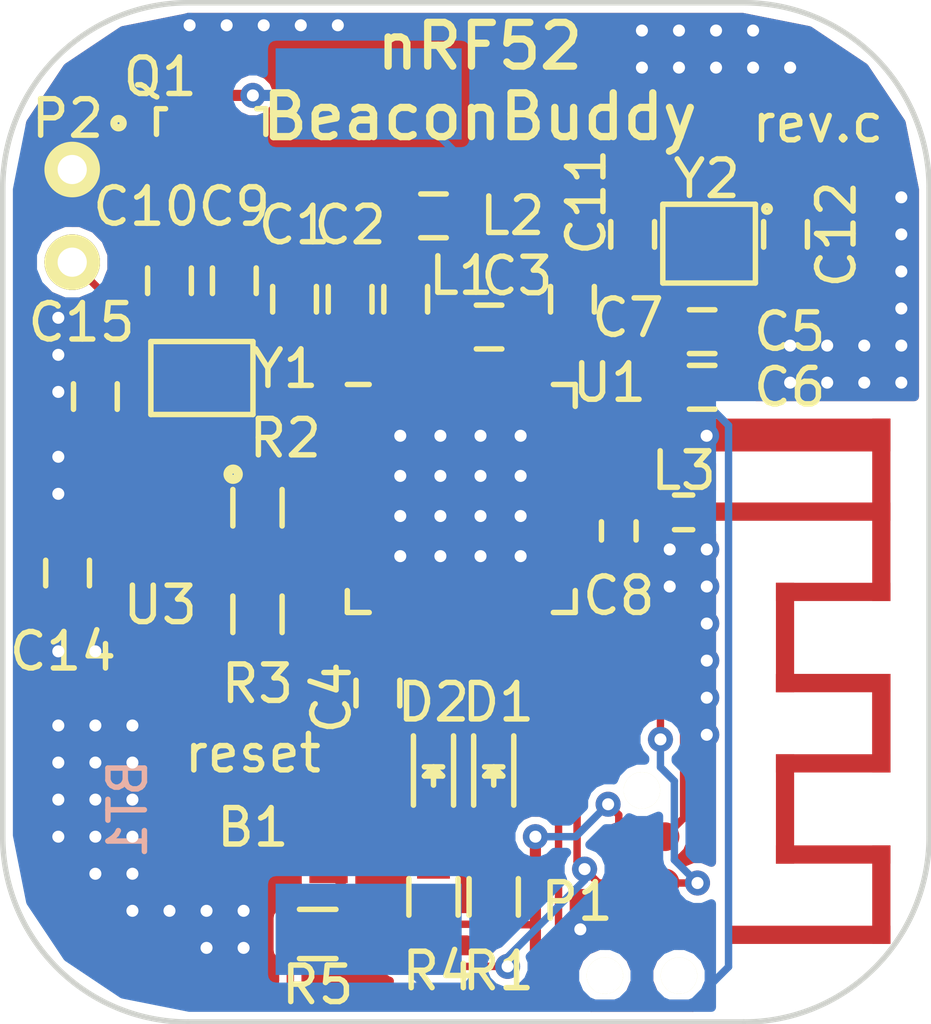
<source format=kicad_pcb>
(kicad_pcb (version 20171130) (host pcbnew "(5.1.12)-1")

  (general
    (thickness 1.6)
    (drawings 11)
    (tracks 264)
    (zones 0)
    (modules 112)
    (nets 53)
  )

  (page A4)
  (layers
    (0 F.Cu signal)
    (31 B.Cu signal)
    (32 B.Adhes user hide)
    (33 F.Adhes user hide)
    (34 B.Paste user hide)
    (35 F.Paste user hide)
    (36 B.SilkS user hide)
    (37 F.SilkS user hide)
    (38 B.Mask user hide)
    (39 F.Mask user hide)
    (40 Dwgs.User user hide)
    (41 Cmts.User user hide)
    (42 Eco1.User user hide)
    (43 Eco2.User user hide)
    (44 Edge.Cuts user)
    (45 Margin user hide)
    (46 B.CrtYd user hide)
    (47 F.CrtYd user hide)
    (48 B.Fab user hide)
    (49 F.Fab user hide)
  )

  (setup
    (last_trace_width 0.2032)
    (trace_clearance 0.1524)
    (zone_clearance 0.2032)
    (zone_45_only no)
    (trace_min 0.2)
    (via_size 0.6858)
    (via_drill 0.3302)
    (via_min_size 0.4)
    (via_min_drill 0.3)
    (uvia_size 0.3)
    (uvia_drill 0.1)
    (uvias_allowed no)
    (uvia_min_size 0.2)
    (uvia_min_drill 0.1)
    (edge_width 0.15)
    (segment_width 0.2)
    (pcb_text_width 0.3)
    (pcb_text_size 1.5 1.5)
    (mod_edge_width 0.15)
    (mod_text_size 1 1)
    (mod_text_width 0.15)
    (pad_size 0.6858 0.6858)
    (pad_drill 0.3302)
    (pad_to_mask_clearance 0.0508)
    (aux_axis_origin 0 0)
    (visible_elements 7FFFFF7F)
    (pcbplotparams
      (layerselection 0x010fc_80000001)
      (usegerberextensions false)
      (usegerberattributes true)
      (usegerberadvancedattributes true)
      (creategerberjobfile true)
      (excludeedgelayer true)
      (linewidth 0.100000)
      (plotframeref false)
      (viasonmask false)
      (mode 1)
      (useauxorigin false)
      (hpglpennumber 1)
      (hpglpenspeed 20)
      (hpglpendiameter 15.000000)
      (psnegative false)
      (psa4output false)
      (plotreference true)
      (plotvalue true)
      (plotinvisibletext false)
      (padsonsilk false)
      (subtractmaskfromsilk false)
      (outputformat 1)
      (mirror false)
      (drillshape 0)
      (scaleselection 1)
      (outputdirectory "Gerber/"))
  )

  (net 0 "")
  (net 1 "Net-(C1-Pad1)")
  (net 2 GND)
  (net 3 VDD)
  (net 4 "Net-(C3-Pad1)")
  (net 5 "Net-(C5-Pad2)")
  (net 6 "Net-(C6-Pad2)")
  (net 7 /ANT)
  (net 8 /XL1)
  (net 9 /XL2)
  (net 10 /XC1)
  (net 11 /XC2)
  (net 12 /RF_OUT)
  (net 13 "Net-(L1-Pad1)")
  (net 14 "Net-(L1-Pad2)")
  (net 15 "Net-(U1-Pad5)")
  (net 16 "Net-(U1-Pad6)")
  (net 17 "Net-(U1-Pad7)")
  (net 18 "Net-(U1-Pad10)")
  (net 19 "Net-(U1-Pad11)")
  (net 20 "Net-(U1-Pad12)")
  (net 21 "Net-(U1-Pad14)")
  (net 22 "Net-(U1-Pad15)")
  (net 23 "Net-(U1-Pad16)")
  (net 24 "Net-(U1-Pad17)")
  (net 25 "Net-(U1-Pad18)")
  (net 26 "Net-(U1-Pad22)")
  (net 27 "Net-(U1-Pad23)")
  (net 28 /nRESET)
  (net 29 /SWDCLK)
  (net 30 /SWDIO)
  (net 31 "Net-(U1-Pad27)")
  (net 32 "Net-(U1-Pad28)")
  (net 33 "Net-(U1-Pad29)")
  (net 34 "Net-(U1-Pad37)")
  (net 35 "Net-(U1-Pad38)")
  (net 36 "Net-(U1-Pad39)")
  (net 37 "Net-(U1-Pad40)")
  (net 38 "Net-(U1-Pad41)")
  (net 39 "Net-(U1-Pad42)")
  (net 40 "Net-(U1-Pad43)")
  (net 41 "Net-(U1-Pad44)")
  (net 42 /SWO)
  (net 43 "Net-(BT1-Pad1)")
  (net 44 "Net-(D1-Pad2)")
  (net 45 "Net-(D1-Pad1)")
  (net 46 /SDA)
  (net 47 /SCL)
  (net 48 /AIN0)
  (net 49 "Net-(B1-Pad2)")
  (net 50 "Net-(B1-Pad4)")
  (net 51 "Net-(D2-Pad2)")
  (net 52 "Net-(D2-Pad1)")

  (net_class Default "This is the default net class."
    (clearance 0.1524)
    (trace_width 0.2032)
    (via_dia 0.6858)
    (via_drill 0.3302)
    (uvia_dia 0.3)
    (uvia_drill 0.1)
    (add_net /AIN0)
    (add_net /ANT)
    (add_net /RF_OUT)
    (add_net /SCL)
    (add_net /SDA)
    (add_net /SWDCLK)
    (add_net /SWDIO)
    (add_net /SWO)
    (add_net /XC1)
    (add_net /XC2)
    (add_net /XL1)
    (add_net /XL2)
    (add_net /nRESET)
    (add_net GND)
    (add_net "Net-(B1-Pad2)")
    (add_net "Net-(B1-Pad4)")
    (add_net "Net-(BT1-Pad1)")
    (add_net "Net-(C1-Pad1)")
    (add_net "Net-(C3-Pad1)")
    (add_net "Net-(C5-Pad2)")
    (add_net "Net-(C6-Pad2)")
    (add_net "Net-(D1-Pad1)")
    (add_net "Net-(D1-Pad2)")
    (add_net "Net-(D2-Pad1)")
    (add_net "Net-(D2-Pad2)")
    (add_net "Net-(L1-Pad1)")
    (add_net "Net-(L1-Pad2)")
    (add_net "Net-(U1-Pad10)")
    (add_net "Net-(U1-Pad11)")
    (add_net "Net-(U1-Pad12)")
    (add_net "Net-(U1-Pad14)")
    (add_net "Net-(U1-Pad15)")
    (add_net "Net-(U1-Pad16)")
    (add_net "Net-(U1-Pad17)")
    (add_net "Net-(U1-Pad18)")
    (add_net "Net-(U1-Pad22)")
    (add_net "Net-(U1-Pad23)")
    (add_net "Net-(U1-Pad27)")
    (add_net "Net-(U1-Pad28)")
    (add_net "Net-(U1-Pad29)")
    (add_net "Net-(U1-Pad37)")
    (add_net "Net-(U1-Pad38)")
    (add_net "Net-(U1-Pad39)")
    (add_net "Net-(U1-Pad40)")
    (add_net "Net-(U1-Pad41)")
    (add_net "Net-(U1-Pad42)")
    (add_net "Net-(U1-Pad43)")
    (add_net "Net-(U1-Pad44)")
    (add_net "Net-(U1-Pad5)")
    (add_net "Net-(U1-Pad6)")
    (add_net "Net-(U1-Pad7)")
    (add_net VDD)
  )

  (module new_footprints:Via-13mil (layer F.Cu) (tedit 580C23AA) (tstamp 580C2BC1)
    (at 158.54 100.948)
    (fp_text reference REF** (at 0 3.302) (layer F.SilkS) hide
      (effects (font (size 1 1) (thickness 0.15)))
    )
    (fp_text value Via-13mil (at 0 -3.048) (layer F.Fab) hide
      (effects (font (size 1 1) (thickness 0.15)))
    )
    (pad 1 thru_hole circle (at 0 0) (size 0.6858 0.6858) (drill 0.3302) (layers *.Cu)
      (net 2 GND) (zone_connect 2))
  )

  (module new_footprints:Via-13mil (layer F.Cu) (tedit 580C23AA) (tstamp 580C2BBD)
    (at 157.524 100.948)
    (fp_text reference REF** (at 0 3.302) (layer F.SilkS) hide
      (effects (font (size 1 1) (thickness 0.15)))
    )
    (fp_text value Via-13mil (at 0 -3.048) (layer F.Fab) hide
      (effects (font (size 1 1) (thickness 0.15)))
    )
    (pad 1 thru_hole circle (at 0 0) (size 0.6858 0.6858) (drill 0.3302) (layers *.Cu)
      (net 2 GND) (zone_connect 2))
  )

  (module new_footprints:Via-13mil (layer F.Cu) (tedit 580C23AA) (tstamp 580C2BB9)
    (at 161.588 100.948)
    (fp_text reference REF** (at 0 3.302) (layer F.SilkS) hide
      (effects (font (size 1 1) (thickness 0.15)))
    )
    (fp_text value Via-13mil (at 0 -3.048) (layer F.Fab) hide
      (effects (font (size 1 1) (thickness 0.15)))
    )
    (pad 1 thru_hole circle (at 0 0) (size 0.6858 0.6858) (drill 0.3302) (layers *.Cu)
      (net 2 GND) (zone_connect 2))
  )

  (module new_footprints:Via-13mil (layer F.Cu) (tedit 580C23AA) (tstamp 580C2BB5)
    (at 160.572 100.948)
    (fp_text reference REF** (at 0 3.302) (layer F.SilkS) hide
      (effects (font (size 1 1) (thickness 0.15)))
    )
    (fp_text value Via-13mil (at 0 -3.048) (layer F.Fab) hide
      (effects (font (size 1 1) (thickness 0.15)))
    )
    (pad 1 thru_hole circle (at 0 0) (size 0.6858 0.6858) (drill 0.3302) (layers *.Cu)
      (net 2 GND) (zone_connect 2))
  )

  (module new_footprints:Via-13mil (layer F.Cu) (tedit 580C23AA) (tstamp 580C2BB1)
    (at 159.556 100.948)
    (fp_text reference REF** (at 0 3.302) (layer F.SilkS) hide
      (effects (font (size 1 1) (thickness 0.15)))
    )
    (fp_text value Via-13mil (at 0 -3.048) (layer F.Fab) hide
      (effects (font (size 1 1) (thickness 0.15)))
    )
    (pad 1 thru_hole circle (at 0 0) (size 0.6858 0.6858) (drill 0.3302) (layers *.Cu)
      (net 2 GND) (zone_connect 2))
  )

  (module new_footprints:Via-13mil (layer F.Cu) (tedit 580C23AA) (tstamp 580C2BAB)
    (at 164.4 112.2)
    (fp_text reference REF** (at 0 3.302) (layer F.SilkS) hide
      (effects (font (size 1 1) (thickness 0.15)))
    )
    (fp_text value Via-13mil (at 0 -3.048) (layer F.Fab) hide
      (effects (font (size 1 1) (thickness 0.15)))
    )
    (pad 1 thru_hole circle (at 0 0) (size 0.6858 0.6858) (drill 0.3302) (layers *.Cu)
      (net 2 GND) (zone_connect 2))
  )

  (module new_footprints:Via-13mil (layer F.Cu) (tedit 580C23AA) (tstamp 580C2BA7)
    (at 163.3 112.2)
    (fp_text reference REF** (at 0 3.302) (layer F.SilkS) hide
      (effects (font (size 1 1) (thickness 0.15)))
    )
    (fp_text value Via-13mil (at 0 -3.048) (layer F.Fab) hide
      (effects (font (size 1 1) (thickness 0.15)))
    )
    (pad 1 thru_hole circle (at 0 0) (size 0.6858 0.6858) (drill 0.3302) (layers *.Cu)
      (net 2 GND) (zone_connect 2))
  )

  (module new_footprints:Via-13mil (layer F.Cu) (tedit 580C23AA) (tstamp 580C2BA3)
    (at 163.3 113.3)
    (fp_text reference REF** (at 0 3.302) (layer F.SilkS) hide
      (effects (font (size 1 1) (thickness 0.15)))
    )
    (fp_text value Via-13mil (at 0 -3.048) (layer F.Fab) hide
      (effects (font (size 1 1) (thickness 0.15)))
    )
    (pad 1 thru_hole circle (at 0 0) (size 0.6858 0.6858) (drill 0.3302) (layers *.Cu)
      (net 2 GND) (zone_connect 2))
  )

  (module new_footprints:Via-13mil (layer F.Cu) (tedit 580C23AA) (tstamp 580C2B9F)
    (at 164.4 113.3)
    (fp_text reference REF** (at 0 3.302) (layer F.SilkS) hide
      (effects (font (size 1 1) (thickness 0.15)))
    )
    (fp_text value Via-13mil (at 0 -3.048) (layer F.Fab) hide
      (effects (font (size 1 1) (thickness 0.15)))
    )
    (pad 1 thru_hole circle (at 0 0) (size 0.6858 0.6858) (drill 0.3302) (layers *.Cu)
      (net 2 GND) (zone_connect 2))
  )

  (module new_footprints:Via-13mil (layer F.Cu) (tedit 580C23AA) (tstamp 580C2B9B)
    (at 166.6 112.2)
    (fp_text reference REF** (at 0 3.302) (layer F.SilkS) hide
      (effects (font (size 1 1) (thickness 0.15)))
    )
    (fp_text value Via-13mil (at 0 -3.048) (layer F.Fab) hide
      (effects (font (size 1 1) (thickness 0.15)))
    )
    (pad 1 thru_hole circle (at 0 0) (size 0.6858 0.6858) (drill 0.3302) (layers *.Cu)
      (net 2 GND) (zone_connect 2))
  )

  (module new_footprints:Via-13mil (layer F.Cu) (tedit 580C23AA) (tstamp 580C2B97)
    (at 165.5 112.2)
    (fp_text reference REF** (at 0 3.302) (layer F.SilkS) hide
      (effects (font (size 1 1) (thickness 0.15)))
    )
    (fp_text value Via-13mil (at 0 -3.048) (layer F.Fab) hide
      (effects (font (size 1 1) (thickness 0.15)))
    )
    (pad 1 thru_hole circle (at 0 0) (size 0.6858 0.6858) (drill 0.3302) (layers *.Cu)
      (net 2 GND) (zone_connect 2))
  )

  (module new_footprints:Via-13mil (layer F.Cu) (tedit 580C23AA) (tstamp 580C2B93)
    (at 165.5 113.3)
    (fp_text reference REF** (at 0 3.302) (layer F.SilkS) hide
      (effects (font (size 1 1) (thickness 0.15)))
    )
    (fp_text value Via-13mil (at 0 -3.048) (layer F.Fab) hide
      (effects (font (size 1 1) (thickness 0.15)))
    )
    (pad 1 thru_hole circle (at 0 0) (size 0.6858 0.6858) (drill 0.3302) (layers *.Cu)
      (net 2 GND) (zone_connect 2))
  )

  (module new_footprints:Via-13mil (layer F.Cu) (tedit 580C23AA) (tstamp 580C2B8F)
    (at 166.6 113.3)
    (fp_text reference REF** (at 0 3.302) (layer F.SilkS) hide
      (effects (font (size 1 1) (thickness 0.15)))
    )
    (fp_text value Via-13mil (at 0 -3.048) (layer F.Fab) hide
      (effects (font (size 1 1) (thickness 0.15)))
    )
    (pad 1 thru_hole circle (at 0 0) (size 0.6858 0.6858) (drill 0.3302) (layers *.Cu)
      (net 2 GND) (zone_connect 2))
  )

  (module new_footprints:Via-13mil (layer F.Cu) (tedit 580C23AA) (tstamp 580C2B8B)
    (at 166.6 114.4)
    (fp_text reference REF** (at 0 3.302) (layer F.SilkS) hide
      (effects (font (size 1 1) (thickness 0.15)))
    )
    (fp_text value Via-13mil (at 0 -3.048) (layer F.Fab) hide
      (effects (font (size 1 1) (thickness 0.15)))
    )
    (pad 1 thru_hole circle (at 0 0) (size 0.6858 0.6858) (drill 0.3302) (layers *.Cu)
      (net 2 GND) (zone_connect 2))
  )

  (module new_footprints:Via-13mil (layer F.Cu) (tedit 580C23AA) (tstamp 580C2B87)
    (at 165.5 114.4)
    (fp_text reference REF** (at 0 3.302) (layer F.SilkS) hide
      (effects (font (size 1 1) (thickness 0.15)))
    )
    (fp_text value Via-13mil (at 0 -3.048) (layer F.Fab) hide
      (effects (font (size 1 1) (thickness 0.15)))
    )
    (pad 1 thru_hole circle (at 0 0) (size 0.6858 0.6858) (drill 0.3302) (layers *.Cu)
      (net 2 GND) (zone_connect 2))
  )

  (module new_footprints:Via-13mil (layer F.Cu) (tedit 580C23AA) (tstamp 580C2B83)
    (at 165.5 115.5)
    (fp_text reference REF** (at 0 3.302) (layer F.SilkS) hide
      (effects (font (size 1 1) (thickness 0.15)))
    )
    (fp_text value Via-13mil (at 0 -3.048) (layer F.Fab) hide
      (effects (font (size 1 1) (thickness 0.15)))
    )
    (pad 1 thru_hole circle (at 0 0) (size 0.6858 0.6858) (drill 0.3302) (layers *.Cu)
      (net 2 GND) (zone_connect 2))
  )

  (module new_footprints:Via-13mil (layer F.Cu) (tedit 580C23AA) (tstamp 580C2B7F)
    (at 166.6 115.5)
    (fp_text reference REF** (at 0 3.302) (layer F.SilkS) hide
      (effects (font (size 1 1) (thickness 0.15)))
    )
    (fp_text value Via-13mil (at 0 -3.048) (layer F.Fab) hide
      (effects (font (size 1 1) (thickness 0.15)))
    )
    (pad 1 thru_hole circle (at 0 0) (size 0.6858 0.6858) (drill 0.3302) (layers *.Cu)
      (net 2 GND) (zone_connect 2))
  )

  (module new_footprints:Via-13mil (layer F.Cu) (tedit 580C23AA) (tstamp 580C2B78)
    (at 164.4 115.5)
    (fp_text reference REF** (at 0 3.302) (layer F.SilkS) hide
      (effects (font (size 1 1) (thickness 0.15)))
    )
    (fp_text value Via-13mil (at 0 -3.048) (layer F.Fab) hide
      (effects (font (size 1 1) (thickness 0.15)))
    )
    (pad 1 thru_hole circle (at 0 0) (size 0.6858 0.6858) (drill 0.3302) (layers *.Cu)
      (net 2 GND) (zone_connect 2))
  )

  (module new_footprints:Via-13mil (layer F.Cu) (tedit 580C23AA) (tstamp 580C2B74)
    (at 164.4 114.4)
    (fp_text reference REF** (at 0 3.302) (layer F.SilkS) hide
      (effects (font (size 1 1) (thickness 0.15)))
    )
    (fp_text value Via-13mil (at 0 -3.048) (layer F.Fab) hide
      (effects (font (size 1 1) (thickness 0.15)))
    )
    (pad 1 thru_hole circle (at 0 0) (size 0.6858 0.6858) (drill 0.3302) (layers *.Cu)
      (net 2 GND) (zone_connect 2))
  )

  (module new_footprints:Via-13mil (layer F.Cu) (tedit 580C23AA) (tstamp 580C2B70)
    (at 163.3 114.4)
    (fp_text reference REF** (at 0 3.302) (layer F.SilkS) hide
      (effects (font (size 1 1) (thickness 0.15)))
    )
    (fp_text value Via-13mil (at 0 -3.048) (layer F.Fab) hide
      (effects (font (size 1 1) (thickness 0.15)))
    )
    (pad 1 thru_hole circle (at 0 0) (size 0.6858 0.6858) (drill 0.3302) (layers *.Cu)
      (net 2 GND) (zone_connect 2))
  )

  (module new_footprints:Via-13mil (layer F.Cu) (tedit 580C23AA) (tstamp 580C2B6C)
    (at 163.3 115.5)
    (fp_text reference REF** (at 0 3.302) (layer F.SilkS) hide
      (effects (font (size 1 1) (thickness 0.15)))
    )
    (fp_text value Via-13mil (at 0 -3.048) (layer F.Fab) hide
      (effects (font (size 1 1) (thickness 0.15)))
    )
    (pad 1 thru_hole circle (at 0 0) (size 0.6858 0.6858) (drill 0.3302) (layers *.Cu)
      (net 2 GND) (zone_connect 2))
  )

  (module new_footprints:Via-13mil (layer F.Cu) (tedit 580C23AA) (tstamp 580C2B4C)
    (at 154.94 118.11)
    (fp_text reference REF** (at 0 3.302) (layer F.SilkS) hide
      (effects (font (size 1 1) (thickness 0.15)))
    )
    (fp_text value Via-13mil (at 0 -3.048) (layer F.Fab) hide
      (effects (font (size 1 1) (thickness 0.15)))
    )
    (pad 1 thru_hole circle (at 0 0) (size 0.6858 0.6858) (drill 0.3302) (layers *.Cu)
      (net 2 GND) (zone_connect 2))
  )

  (module new_footprints:Via-13mil (layer F.Cu) (tedit 580C23AA) (tstamp 580C2B48)
    (at 153.924 118.11)
    (fp_text reference REF** (at 0 3.302) (layer F.SilkS) hide
      (effects (font (size 1 1) (thickness 0.15)))
    )
    (fp_text value Via-13mil (at 0 -3.048) (layer F.Fab) hide
      (effects (font (size 1 1) (thickness 0.15)))
    )
    (pad 1 thru_hole circle (at 0 0) (size 0.6858 0.6858) (drill 0.3302) (layers *.Cu)
      (net 2 GND) (zone_connect 2))
  )

  (module new_footprints:Via-13mil (layer F.Cu) (tedit 580C23AA) (tstamp 580C2B44)
    (at 153.924 113.792)
    (fp_text reference REF** (at 0 3.302) (layer F.SilkS) hide
      (effects (font (size 1 1) (thickness 0.15)))
    )
    (fp_text value Via-13mil (at 0 -3.048) (layer F.Fab) hide
      (effects (font (size 1 1) (thickness 0.15)))
    )
    (pad 1 thru_hole circle (at 0 0) (size 0.6858 0.6858) (drill 0.3302) (layers *.Cu)
      (net 2 GND) (zone_connect 2))
  )

  (module new_footprints:Via-13mil (layer F.Cu) (tedit 580C23AA) (tstamp 580C2B40)
    (at 153.924 112.776)
    (fp_text reference REF** (at 0 3.302) (layer F.SilkS) hide
      (effects (font (size 1 1) (thickness 0.15)))
    )
    (fp_text value Via-13mil (at 0 -3.048) (layer F.Fab) hide
      (effects (font (size 1 1) (thickness 0.15)))
    )
    (pad 1 thru_hole circle (at 0 0) (size 0.6858 0.6858) (drill 0.3302) (layers *.Cu)
      (net 2 GND) (zone_connect 2))
  )

  (module new_footprints:Via-13mil (layer F.Cu) (tedit 580C23AA) (tstamp 580C2B3C)
    (at 153.924 108.966)
    (fp_text reference REF** (at 0 3.302) (layer F.SilkS) hide
      (effects (font (size 1 1) (thickness 0.15)))
    )
    (fp_text value Via-13mil (at 0 -3.048) (layer F.Fab) hide
      (effects (font (size 1 1) (thickness 0.15)))
    )
    (pad 1 thru_hole circle (at 0 0) (size 0.6858 0.6858) (drill 0.3302) (layers *.Cu)
      (net 2 GND) (zone_connect 2))
  )

  (module new_footprints:Via-13mil (layer F.Cu) (tedit 580C23AA) (tstamp 580C2B38)
    (at 153.924 109.982)
    (fp_text reference REF** (at 0 3.302) (layer F.SilkS) hide
      (effects (font (size 1 1) (thickness 0.15)))
    )
    (fp_text value Via-13mil (at 0 -3.048) (layer F.Fab) hide
      (effects (font (size 1 1) (thickness 0.15)))
    )
    (pad 1 thru_hole circle (at 0 0) (size 0.6858 0.6858) (drill 0.3302) (layers *.Cu)
      (net 2 GND) (zone_connect 2))
  )

  (module new_footprints:Via-13mil (layer F.Cu) (tedit 580C23AA) (tstamp 580C2B34)
    (at 153.924 110.998)
    (fp_text reference REF** (at 0 3.302) (layer F.SilkS) hide
      (effects (font (size 1 1) (thickness 0.15)))
    )
    (fp_text value Via-13mil (at 0 -3.048) (layer F.Fab) hide
      (effects (font (size 1 1) (thickness 0.15)))
    )
    (pad 1 thru_hole circle (at 0 0) (size 0.6858 0.6858) (drill 0.3302) (layers *.Cu)
      (net 2 GND) (zone_connect 2))
  )

  (module new_footprints:Via-13mil (layer F.Cu) (tedit 580C23AA) (tstamp 580C2B2B)
    (at 159.004 126.238)
    (fp_text reference REF** (at 0 3.302) (layer F.SilkS) hide
      (effects (font (size 1 1) (thickness 0.15)))
    )
    (fp_text value Via-13mil (at 0 -3.048) (layer F.Fab) hide
      (effects (font (size 1 1) (thickness 0.15)))
    )
    (pad 1 thru_hole circle (at 0 0) (size 0.6858 0.6858) (drill 0.3302) (layers *.Cu)
      (net 2 GND) (zone_connect 2))
  )

  (module new_footprints:Via-13mil (layer F.Cu) (tedit 580C23AA) (tstamp 580C2B27)
    (at 159.004 125.222)
    (fp_text reference REF** (at 0 3.302) (layer F.SilkS) hide
      (effects (font (size 1 1) (thickness 0.15)))
    )
    (fp_text value Via-13mil (at 0 -3.048) (layer F.Fab) hide
      (effects (font (size 1 1) (thickness 0.15)))
    )
    (pad 1 thru_hole circle (at 0 0) (size 0.6858 0.6858) (drill 0.3302) (layers *.Cu)
      (net 2 GND) (zone_connect 2))
  )

  (module new_footprints:Via-13mil (layer F.Cu) (tedit 580C23AA) (tstamp 580C2B23)
    (at 157.988 125.222)
    (fp_text reference REF** (at 0 3.302) (layer F.SilkS) hide
      (effects (font (size 1 1) (thickness 0.15)))
    )
    (fp_text value Via-13mil (at 0 -3.048) (layer F.Fab) hide
      (effects (font (size 1 1) (thickness 0.15)))
    )
    (pad 1 thru_hole circle (at 0 0) (size 0.6858 0.6858) (drill 0.3302) (layers *.Cu)
      (net 2 GND) (zone_connect 2))
  )

  (module new_footprints:Via-13mil (layer F.Cu) (tedit 580C23AA) (tstamp 580C2B1F)
    (at 157.988 126.238)
    (fp_text reference REF** (at 0 3.302) (layer F.SilkS) hide
      (effects (font (size 1 1) (thickness 0.15)))
    )
    (fp_text value Via-13mil (at 0 -3.048) (layer F.Fab) hide
      (effects (font (size 1 1) (thickness 0.15)))
    )
    (pad 1 thru_hole circle (at 0 0) (size 0.6858 0.6858) (drill 0.3302) (layers *.Cu)
      (net 2 GND) (zone_connect 2))
  )

  (module new_footprints:Via-13mil (layer F.Cu) (tedit 580C23AA) (tstamp 580C2B13)
    (at 156.972 125.222)
    (fp_text reference REF** (at 0 3.302) (layer F.SilkS) hide
      (effects (font (size 1 1) (thickness 0.15)))
    )
    (fp_text value Via-13mil (at 0 -3.048) (layer F.Fab) hide
      (effects (font (size 1 1) (thickness 0.15)))
    )
    (pad 1 thru_hole circle (at 0 0) (size 0.6858 0.6858) (drill 0.3302) (layers *.Cu)
      (net 2 GND) (zone_connect 2))
  )

  (module new_footprints:Via-13mil (layer F.Cu) (tedit 580C23AA) (tstamp 580C2AF2)
    (at 155.956 124.206)
    (fp_text reference REF** (at 0 3.302) (layer F.SilkS) hide
      (effects (font (size 1 1) (thickness 0.15)))
    )
    (fp_text value Via-13mil (at 0 -3.048) (layer F.Fab) hide
      (effects (font (size 1 1) (thickness 0.15)))
    )
    (pad 1 thru_hole circle (at 0 0) (size 0.6858 0.6858) (drill 0.3302) (layers *.Cu)
      (net 2 GND) (zone_connect 2))
  )

  (module new_footprints:Via-13mil (layer F.Cu) (tedit 580C23AA) (tstamp 580C2AEE)
    (at 155.956 123.19)
    (fp_text reference REF** (at 0 3.302) (layer F.SilkS) hide
      (effects (font (size 1 1) (thickness 0.15)))
    )
    (fp_text value Via-13mil (at 0 -3.048) (layer F.Fab) hide
      (effects (font (size 1 1) (thickness 0.15)))
    )
    (pad 1 thru_hole circle (at 0 0) (size 0.6858 0.6858) (drill 0.3302) (layers *.Cu)
      (net 2 GND) (zone_connect 2))
  )

  (module new_footprints:Via-13mil (layer F.Cu) (tedit 580C23AA) (tstamp 580C2AEA)
    (at 155.956 125.222)
    (fp_text reference REF** (at 0 3.302) (layer F.SilkS) hide
      (effects (font (size 1 1) (thickness 0.15)))
    )
    (fp_text value Via-13mil (at 0 -3.048) (layer F.Fab) hide
      (effects (font (size 1 1) (thickness 0.15)))
    )
    (pad 1 thru_hole circle (at 0 0) (size 0.6858 0.6858) (drill 0.3302) (layers *.Cu)
      (net 2 GND) (zone_connect 2))
  )

  (module new_footprints:Via-13mil (layer F.Cu) (tedit 580C23AA) (tstamp 580C2AE6)
    (at 155.956 122.174)
    (fp_text reference REF** (at 0 3.302) (layer F.SilkS) hide
      (effects (font (size 1 1) (thickness 0.15)))
    )
    (fp_text value Via-13mil (at 0 -3.048) (layer F.Fab) hide
      (effects (font (size 1 1) (thickness 0.15)))
    )
    (pad 1 thru_hole circle (at 0 0) (size 0.6858 0.6858) (drill 0.3302) (layers *.Cu)
      (net 2 GND) (zone_connect 2))
  )

  (module new_footprints:Via-13mil (layer F.Cu) (tedit 580C23AA) (tstamp 580C2AE2)
    (at 155.956 121.158)
    (fp_text reference REF** (at 0 3.302) (layer F.SilkS) hide
      (effects (font (size 1 1) (thickness 0.15)))
    )
    (fp_text value Via-13mil (at 0 -3.048) (layer F.Fab) hide
      (effects (font (size 1 1) (thickness 0.15)))
    )
    (pad 1 thru_hole circle (at 0 0) (size 0.6858 0.6858) (drill 0.3302) (layers *.Cu)
      (net 2 GND) (zone_connect 2))
  )

  (module new_footprints:Via-13mil (layer F.Cu) (tedit 580C23AA) (tstamp 580C2ADE)
    (at 155.956 120.142)
    (fp_text reference REF** (at 0 3.302) (layer F.SilkS) hide
      (effects (font (size 1 1) (thickness 0.15)))
    )
    (fp_text value Via-13mil (at 0 -3.048) (layer F.Fab) hide
      (effects (font (size 1 1) (thickness 0.15)))
    )
    (pad 1 thru_hole circle (at 0 0) (size 0.6858 0.6858) (drill 0.3302) (layers *.Cu)
      (net 2 GND) (zone_connect 2))
  )

  (module new_footprints:Via-13mil (layer F.Cu) (tedit 580C23AA) (tstamp 580C2AD8)
    (at 154.94 124.206)
    (fp_text reference REF** (at 0 3.302) (layer F.SilkS) hide
      (effects (font (size 1 1) (thickness 0.15)))
    )
    (fp_text value Via-13mil (at 0 -3.048) (layer F.Fab) hide
      (effects (font (size 1 1) (thickness 0.15)))
    )
    (pad 1 thru_hole circle (at 0 0) (size 0.6858 0.6858) (drill 0.3302) (layers *.Cu)
      (net 2 GND) (zone_connect 2))
  )

  (module new_footprints:Via-13mil (layer F.Cu) (tedit 580C23AA) (tstamp 580C2AD4)
    (at 154.94 122.174)
    (fp_text reference REF** (at 0 3.302) (layer F.SilkS) hide
      (effects (font (size 1 1) (thickness 0.15)))
    )
    (fp_text value Via-13mil (at 0 -3.048) (layer F.Fab) hide
      (effects (font (size 1 1) (thickness 0.15)))
    )
    (pad 1 thru_hole circle (at 0 0) (size 0.6858 0.6858) (drill 0.3302) (layers *.Cu)
      (net 2 GND) (zone_connect 2))
  )

  (module new_footprints:Via-13mil (layer F.Cu) (tedit 580C23AA) (tstamp 580C2AD0)
    (at 154.94 123.19)
    (fp_text reference REF** (at 0 3.302) (layer F.SilkS) hide
      (effects (font (size 1 1) (thickness 0.15)))
    )
    (fp_text value Via-13mil (at 0 -3.048) (layer F.Fab) hide
      (effects (font (size 1 1) (thickness 0.15)))
    )
    (pad 1 thru_hole circle (at 0 0) (size 0.6858 0.6858) (drill 0.3302) (layers *.Cu)
      (net 2 GND) (zone_connect 2))
  )

  (module new_footprints:Via-13mil (layer F.Cu) (tedit 580C23AA) (tstamp 580C2ACC)
    (at 154.94 120.142)
    (fp_text reference REF** (at 0 3.302) (layer F.SilkS) hide
      (effects (font (size 1 1) (thickness 0.15)))
    )
    (fp_text value Via-13mil (at 0 -3.048) (layer F.Fab) hide
      (effects (font (size 1 1) (thickness 0.15)))
    )
    (pad 1 thru_hole circle (at 0 0) (size 0.6858 0.6858) (drill 0.3302) (layers *.Cu)
      (net 2 GND) (zone_connect 2))
  )

  (module new_footprints:Via-13mil (layer F.Cu) (tedit 580C23AA) (tstamp 580C2AC8)
    (at 154.94 121.158)
    (fp_text reference REF** (at 0 3.302) (layer F.SilkS) hide
      (effects (font (size 1 1) (thickness 0.15)))
    )
    (fp_text value Via-13mil (at 0 -3.048) (layer F.Fab) hide
      (effects (font (size 1 1) (thickness 0.15)))
    )
    (pad 1 thru_hole circle (at 0 0) (size 0.6858 0.6858) (drill 0.3302) (layers *.Cu)
      (net 2 GND) (zone_connect 2))
  )

  (module new_footprints:Via-13mil (layer F.Cu) (tedit 580C23AA) (tstamp 580C2AC2)
    (at 153.924 122.174)
    (fp_text reference REF** (at 0 3.302) (layer F.SilkS) hide
      (effects (font (size 1 1) (thickness 0.15)))
    )
    (fp_text value Via-13mil (at 0 -3.048) (layer F.Fab) hide
      (effects (font (size 1 1) (thickness 0.15)))
    )
    (pad 1 thru_hole circle (at 0 0) (size 0.6858 0.6858) (drill 0.3302) (layers *.Cu)
      (net 2 GND) (zone_connect 2))
  )

  (module new_footprints:Via-13mil (layer F.Cu) (tedit 580C23AA) (tstamp 580C2ABE)
    (at 153.924 123.19)
    (fp_text reference REF** (at 0 3.302) (layer F.SilkS) hide
      (effects (font (size 1 1) (thickness 0.15)))
    )
    (fp_text value Via-13mil (at 0 -3.048) (layer F.Fab) hide
      (effects (font (size 1 1) (thickness 0.15)))
    )
    (pad 1 thru_hole circle (at 0 0) (size 0.6858 0.6858) (drill 0.3302) (layers *.Cu)
      (net 2 GND) (zone_connect 2))
  )

  (module new_footprints:Via-13mil (layer F.Cu) (tedit 580C23AA) (tstamp 580C2ABA)
    (at 153.924 121.158)
    (fp_text reference REF** (at 0 3.302) (layer F.SilkS) hide
      (effects (font (size 1 1) (thickness 0.15)))
    )
    (fp_text value Via-13mil (at 0 -3.048) (layer F.Fab) hide
      (effects (font (size 1 1) (thickness 0.15)))
    )
    (pad 1 thru_hole circle (at 0 0) (size 0.6858 0.6858) (drill 0.3302) (layers *.Cu)
      (net 2 GND) (zone_connect 2))
  )

  (module new_footprints:Via-13mil (layer F.Cu) (tedit 580C23AA) (tstamp 580C2AB6)
    (at 153.924 120.142)
    (fp_text reference REF** (at 0 3.302) (layer F.SilkS) hide
      (effects (font (size 1 1) (thickness 0.15)))
    )
    (fp_text value Via-13mil (at 0 -3.048) (layer F.Fab) hide
      (effects (font (size 1 1) (thickness 0.15)))
    )
    (pad 1 thru_hole circle (at 0 0) (size 0.6858 0.6858) (drill 0.3302) (layers *.Cu)
      (net 2 GND) (zone_connect 2))
  )

  (module new_footprints:Via-13mil (layer F.Cu) (tedit 580C23AA) (tstamp 580C2AAE)
    (at 172.974 102.108)
    (fp_text reference REF** (at 0 3.302) (layer F.SilkS) hide
      (effects (font (size 1 1) (thickness 0.15)))
    )
    (fp_text value Via-13mil (at 0 -3.048) (layer F.Fab) hide
      (effects (font (size 1 1) (thickness 0.15)))
    )
    (pad 1 thru_hole circle (at 0 0) (size 0.6858 0.6858) (drill 0.3302) (layers *.Cu)
      (net 2 GND) (zone_connect 2))
  )

  (module new_footprints:Via-13mil (layer F.Cu) (tedit 580C23AA) (tstamp 580C2AAA)
    (at 173.99 102.108)
    (fp_text reference REF** (at 0 3.302) (layer F.SilkS) hide
      (effects (font (size 1 1) (thickness 0.15)))
    )
    (fp_text value Via-13mil (at 0 -3.048) (layer F.Fab) hide
      (effects (font (size 1 1) (thickness 0.15)))
    )
    (pad 1 thru_hole circle (at 0 0) (size 0.6858 0.6858) (drill 0.3302) (layers *.Cu)
      (net 2 GND) (zone_connect 2))
  )

  (module new_footprints:Via-13mil (layer F.Cu) (tedit 580C23AA) (tstamp 580C2AA2)
    (at 172.974 101.092)
    (fp_text reference REF** (at 0 3.302) (layer F.SilkS) hide
      (effects (font (size 1 1) (thickness 0.15)))
    )
    (fp_text value Via-13mil (at 0 -3.048) (layer F.Fab) hide
      (effects (font (size 1 1) (thickness 0.15)))
    )
    (pad 1 thru_hole circle (at 0 0) (size 0.6858 0.6858) (drill 0.3302) (layers *.Cu)
      (net 2 GND) (zone_connect 2))
  )

  (module new_footprints:Via-13mil (layer F.Cu) (tedit 580C23AA) (tstamp 580C2A9E)
    (at 171.958 102.108)
    (fp_text reference REF** (at 0 3.302) (layer F.SilkS) hide
      (effects (font (size 1 1) (thickness 0.15)))
    )
    (fp_text value Via-13mil (at 0 -3.048) (layer F.Fab) hide
      (effects (font (size 1 1) (thickness 0.15)))
    )
    (pad 1 thru_hole circle (at 0 0) (size 0.6858 0.6858) (drill 0.3302) (layers *.Cu)
      (net 2 GND) (zone_connect 2))
  )

  (module new_footprints:Via-13mil (layer F.Cu) (tedit 580C23AA) (tstamp 580C2A9A)
    (at 171.958 101.092)
    (fp_text reference REF** (at 0 3.302) (layer F.SilkS) hide
      (effects (font (size 1 1) (thickness 0.15)))
    )
    (fp_text value Via-13mil (at 0 -3.048) (layer F.Fab) hide
      (effects (font (size 1 1) (thickness 0.15)))
    )
    (pad 1 thru_hole circle (at 0 0) (size 0.6858 0.6858) (drill 0.3302) (layers *.Cu)
      (net 2 GND) (zone_connect 2))
  )

  (module new_footprints:Via-13mil (layer F.Cu) (tedit 580C23AA) (tstamp 580C2A96)
    (at 170.942 101.092)
    (fp_text reference REF** (at 0 3.302) (layer F.SilkS) hide
      (effects (font (size 1 1) (thickness 0.15)))
    )
    (fp_text value Via-13mil (at 0 -3.048) (layer F.Fab) hide
      (effects (font (size 1 1) (thickness 0.15)))
    )
    (pad 1 thru_hole circle (at 0 0) (size 0.6858 0.6858) (drill 0.3302) (layers *.Cu)
      (net 2 GND) (zone_connect 2))
  )

  (module new_footprints:Via-13mil (layer F.Cu) (tedit 580C23AA) (tstamp 580C2A92)
    (at 170.942 102.108)
    (fp_text reference REF** (at 0 3.302) (layer F.SilkS) hide
      (effects (font (size 1 1) (thickness 0.15)))
    )
    (fp_text value Via-13mil (at 0 -3.048) (layer F.Fab) hide
      (effects (font (size 1 1) (thickness 0.15)))
    )
    (pad 1 thru_hole circle (at 0 0) (size 0.6858 0.6858) (drill 0.3302) (layers *.Cu)
      (net 2 GND) (zone_connect 2))
  )

  (module new_footprints:Via-13mil (layer F.Cu) (tedit 580C23AA) (tstamp 580C2A8E)
    (at 169.926 101.092)
    (fp_text reference REF** (at 0 3.302) (layer F.SilkS) hide
      (effects (font (size 1 1) (thickness 0.15)))
    )
    (fp_text value Via-13mil (at 0 -3.048) (layer F.Fab) hide
      (effects (font (size 1 1) (thickness 0.15)))
    )
    (pad 1 thru_hole circle (at 0 0) (size 0.6858 0.6858) (drill 0.3302) (layers *.Cu)
      (net 2 GND) (zone_connect 2))
  )

  (module new_footprints:Via-13mil (layer F.Cu) (tedit 580C23AA) (tstamp 580C2A8A)
    (at 169.926 102.108)
    (fp_text reference REF** (at 0 3.302) (layer F.SilkS) hide
      (effects (font (size 1 1) (thickness 0.15)))
    )
    (fp_text value Via-13mil (at 0 -3.048) (layer F.Fab) hide
      (effects (font (size 1 1) (thickness 0.15)))
    )
    (pad 1 thru_hole circle (at 0 0) (size 0.6858 0.6858) (drill 0.3302) (layers *.Cu)
      (net 2 GND) (zone_connect 2))
  )

  (module new_footprints:Via-13mil (layer F.Cu) (tedit 580C23AA) (tstamp 580C2A83)
    (at 170.688 116.332)
    (fp_text reference REF** (at 0 3.302) (layer F.SilkS) hide
      (effects (font (size 1 1) (thickness 0.15)))
    )
    (fp_text value Via-13mil (at 0 -3.048) (layer F.Fab) hide
      (effects (font (size 1 1) (thickness 0.15)))
    )
    (pad 1 thru_hole circle (at 0 0) (size 0.6858 0.6858) (drill 0.3302) (layers *.Cu)
      (net 2 GND) (zone_connect 2))
  )

  (module new_footprints:Via-13mil (layer F.Cu) (tedit 580C23AA) (tstamp 580C2A7F)
    (at 170.688 115.316)
    (fp_text reference REF** (at 0 3.302) (layer F.SilkS) hide
      (effects (font (size 1 1) (thickness 0.15)))
    )
    (fp_text value Via-13mil (at 0 -3.048) (layer F.Fab) hide
      (effects (font (size 1 1) (thickness 0.15)))
    )
    (pad 1 thru_hole circle (at 0 0) (size 0.6858 0.6858) (drill 0.3302) (layers *.Cu)
      (net 2 GND) (zone_connect 2))
  )

  (module new_footprints:Via-13mil (layer F.Cu) (tedit 580C23AA) (tstamp 580C2A63)
    (at 171.704 119.38)
    (fp_text reference REF** (at 0 3.302) (layer F.SilkS) hide
      (effects (font (size 1 1) (thickness 0.15)))
    )
    (fp_text value Via-13mil (at 0 -3.048) (layer F.Fab) hide
      (effects (font (size 1 1) (thickness 0.15)))
    )
    (pad 1 thru_hole circle (at 0 0) (size 0.6858 0.6858) (drill 0.3302) (layers *.Cu)
      (net 2 GND) (zone_connect 2))
  )

  (module new_footprints:Via-13mil (layer F.Cu) (tedit 580C23AA) (tstamp 580C2A5F)
    (at 171.704 120.396)
    (fp_text reference REF** (at 0 3.302) (layer F.SilkS) hide
      (effects (font (size 1 1) (thickness 0.15)))
    )
    (fp_text value Via-13mil (at 0 -3.048) (layer F.Fab) hide
      (effects (font (size 1 1) (thickness 0.15)))
    )
    (pad 1 thru_hole circle (at 0 0) (size 0.6858 0.6858) (drill 0.3302) (layers *.Cu)
      (net 2 GND) (zone_connect 2))
  )

  (module new_footprints:Via-13mil (layer F.Cu) (tedit 580C23AA) (tstamp 580C2A54)
    (at 171.704 118.364)
    (fp_text reference REF** (at 0 3.302) (layer F.SilkS) hide
      (effects (font (size 1 1) (thickness 0.15)))
    )
    (fp_text value Via-13mil (at 0 -3.048) (layer F.Fab) hide
      (effects (font (size 1 1) (thickness 0.15)))
    )
    (pad 1 thru_hole circle (at 0 0) (size 0.6858 0.6858) (drill 0.3302) (layers *.Cu)
      (net 2 GND) (zone_connect 2))
  )

  (module new_footprints:Via-13mil (layer F.Cu) (tedit 580C23AA) (tstamp 580C2A50)
    (at 171.704 117.348)
    (fp_text reference REF** (at 0 3.302) (layer F.SilkS) hide
      (effects (font (size 1 1) (thickness 0.15)))
    )
    (fp_text value Via-13mil (at 0 -3.048) (layer F.Fab) hide
      (effects (font (size 1 1) (thickness 0.15)))
    )
    (pad 1 thru_hole circle (at 0 0) (size 0.6858 0.6858) (drill 0.3302) (layers *.Cu)
      (net 2 GND) (zone_connect 2))
  )

  (module new_footprints:Via-13mil (layer F.Cu) (tedit 580C23AA) (tstamp 580C2A4C)
    (at 171.704 116.332)
    (fp_text reference REF** (at 0 3.302) (layer F.SilkS) hide
      (effects (font (size 1 1) (thickness 0.15)))
    )
    (fp_text value Via-13mil (at 0 -3.048) (layer F.Fab) hide
      (effects (font (size 1 1) (thickness 0.15)))
    )
    (pad 1 thru_hole circle (at 0 0) (size 0.6858 0.6858) (drill 0.3302) (layers *.Cu)
      (net 2 GND) (zone_connect 2))
  )

  (module new_footprints:Via-13mil (layer F.Cu) (tedit 580C23AA) (tstamp 580C2A48)
    (at 171.704 115.316)
    (fp_text reference REF** (at 0 3.302) (layer F.SilkS) hide
      (effects (font (size 1 1) (thickness 0.15)))
    )
    (fp_text value Via-13mil (at 0 -3.048) (layer F.Fab) hide
      (effects (font (size 1 1) (thickness 0.15)))
    )
    (pad 1 thru_hole circle (at 0 0) (size 0.6858 0.6858) (drill 0.3302) (layers *.Cu)
      (net 2 GND) (zone_connect 2))
  )

  (module new_footprints:Via-13mil (layer F.Cu) (tedit 580C23AA) (tstamp 580C2A29)
    (at 176.022 109.728)
    (fp_text reference REF** (at 0 3.302) (layer F.SilkS) hide
      (effects (font (size 1 1) (thickness 0.15)))
    )
    (fp_text value Via-13mil (at 0 -3.048) (layer F.Fab) hide
      (effects (font (size 1 1) (thickness 0.15)))
    )
    (pad 1 thru_hole circle (at 0 0) (size 0.6858 0.6858) (drill 0.3302) (layers *.Cu)
      (net 2 GND) (zone_connect 2))
  )

  (module new_footprints:Via-13mil (layer F.Cu) (tedit 580C23AA) (tstamp 580C2A21)
    (at 175.006 109.728)
    (fp_text reference REF** (at 0 3.302) (layer F.SilkS) hide
      (effects (font (size 1 1) (thickness 0.15)))
    )
    (fp_text value Via-13mil (at 0 -3.048) (layer F.Fab) hide
      (effects (font (size 1 1) (thickness 0.15)))
    )
    (pad 1 thru_hole circle (at 0 0) (size 0.6858 0.6858) (drill 0.3302) (layers *.Cu)
      (net 2 GND) (zone_connect 2))
  )

  (module new_footprints:Via-13mil (layer F.Cu) (tedit 580C23AA) (tstamp 580C2A19)
    (at 173.99 109.728)
    (fp_text reference REF** (at 0 3.302) (layer F.SilkS) hide
      (effects (font (size 1 1) (thickness 0.15)))
    )
    (fp_text value Via-13mil (at 0 -3.048) (layer F.Fab) hide
      (effects (font (size 1 1) (thickness 0.15)))
    )
    (pad 1 thru_hole circle (at 0 0) (size 0.6858 0.6858) (drill 0.3302) (layers *.Cu)
      (net 2 GND) (zone_connect 2))
  )

  (module new_footprints:Via-13mil (layer F.Cu) (tedit 580C23AA) (tstamp 580C2A0F)
    (at 173.99 110.744)
    (fp_text reference REF** (at 0 3.302) (layer F.SilkS) hide
      (effects (font (size 1 1) (thickness 0.15)))
    )
    (fp_text value Via-13mil (at 0 -3.048) (layer F.Fab) hide
      (effects (font (size 1 1) (thickness 0.15)))
    )
    (pad 1 thru_hole circle (at 0 0) (size 0.6858 0.6858) (drill 0.3302) (layers *.Cu)
      (net 2 GND) (zone_connect 2))
  )

  (module new_footprints:Via-13mil (layer F.Cu) (tedit 580C23AA) (tstamp 580C2A0B)
    (at 175.006 110.744)
    (fp_text reference REF** (at 0 3.302) (layer F.SilkS) hide
      (effects (font (size 1 1) (thickness 0.15)))
    )
    (fp_text value Via-13mil (at 0 -3.048) (layer F.Fab) hide
      (effects (font (size 1 1) (thickness 0.15)))
    )
    (pad 1 thru_hole circle (at 0 0) (size 0.6858 0.6858) (drill 0.3302) (layers *.Cu)
      (net 2 GND) (zone_connect 2))
  )

  (module new_footprints:Via-13mil (layer F.Cu) (tedit 580C23AA) (tstamp 580C2A07)
    (at 176.022 110.744)
    (fp_text reference REF** (at 0 3.302) (layer F.SilkS) hide
      (effects (font (size 1 1) (thickness 0.15)))
    )
    (fp_text value Via-13mil (at 0 -3.048) (layer F.Fab) hide
      (effects (font (size 1 1) (thickness 0.15)))
    )
    (pad 1 thru_hole circle (at 0 0) (size 0.6858 0.6858) (drill 0.3302) (layers *.Cu)
      (net 2 GND) (zone_connect 2))
  )

  (module new_footprints:Via-13mil (layer F.Cu) (tedit 580C23AA) (tstamp 580C29F0)
    (at 177.038 108.712)
    (fp_text reference REF** (at 0 3.302) (layer F.SilkS) hide
      (effects (font (size 1 1) (thickness 0.15)))
    )
    (fp_text value Via-13mil (at 0 -3.048) (layer F.Fab) hide
      (effects (font (size 1 1) (thickness 0.15)))
    )
    (pad 1 thru_hole circle (at 0 0) (size 0.6858 0.6858) (drill 0.3302) (layers *.Cu)
      (net 2 GND) (zone_connect 2))
  )

  (module new_footprints:Via-13mil (layer F.Cu) (tedit 580C23AA) (tstamp 580C29EC)
    (at 177.038 110.744)
    (fp_text reference REF** (at 0 3.302) (layer F.SilkS) hide
      (effects (font (size 1 1) (thickness 0.15)))
    )
    (fp_text value Via-13mil (at 0 -3.048) (layer F.Fab) hide
      (effects (font (size 1 1) (thickness 0.15)))
    )
    (pad 1 thru_hole circle (at 0 0) (size 0.6858 0.6858) (drill 0.3302) (layers *.Cu)
      (net 2 GND) (zone_connect 2))
  )

  (module new_footprints:Via-13mil (layer F.Cu) (tedit 580C23AA) (tstamp 580C29E8)
    (at 177.038 109.728)
    (fp_text reference REF** (at 0 3.302) (layer F.SilkS) hide
      (effects (font (size 1 1) (thickness 0.15)))
    )
    (fp_text value Via-13mil (at 0 -3.048) (layer F.Fab) hide
      (effects (font (size 1 1) (thickness 0.15)))
    )
    (pad 1 thru_hole circle (at 0 0) (size 0.6858 0.6858) (drill 0.3302) (layers *.Cu)
      (net 2 GND) (zone_connect 2))
  )

  (module new_footprints:Via-13mil (layer F.Cu) (tedit 580C23AA) (tstamp 580C29E4)
    (at 177.038 105.664)
    (fp_text reference REF** (at 0 3.302) (layer F.SilkS) hide
      (effects (font (size 1 1) (thickness 0.15)))
    )
    (fp_text value Via-13mil (at 0 -3.048) (layer F.Fab) hide
      (effects (font (size 1 1) (thickness 0.15)))
    )
    (pad 1 thru_hole circle (at 0 0) (size 0.6858 0.6858) (drill 0.3302) (layers *.Cu)
      (net 2 GND) (zone_connect 2))
  )

  (module new_footprints:Via-13mil (layer F.Cu) (tedit 580C23AA) (tstamp 580C29E0)
    (at 177.038 106.68)
    (fp_text reference REF** (at 0 3.302) (layer F.SilkS) hide
      (effects (font (size 1 1) (thickness 0.15)))
    )
    (fp_text value Via-13mil (at 0 -3.048) (layer F.Fab) hide
      (effects (font (size 1 1) (thickness 0.15)))
    )
    (pad 1 thru_hole circle (at 0 0) (size 0.6858 0.6858) (drill 0.3302) (layers *.Cu)
      (net 2 GND) (zone_connect 2))
  )

  (module new_footprints:Via-13mil (layer F.Cu) (tedit 580C23AA) (tstamp 580C29DC)
    (at 177.038 107.696)
    (fp_text reference REF** (at 0 3.302) (layer F.SilkS) hide
      (effects (font (size 1 1) (thickness 0.15)))
    )
    (fp_text value Via-13mil (at 0 -3.048) (layer F.Fab) hide
      (effects (font (size 1 1) (thickness 0.15)))
    )
    (pad 1 thru_hole circle (at 0 0) (size 0.6858 0.6858) (drill 0.3302) (layers *.Cu)
      (net 2 GND) (zone_connect 2))
  )

  (module new_footprints:Via-13mil (layer F.Cu) (tedit 580C23AA) (tstamp 580C28D9)
    (at 171.7 112.2)
    (fp_text reference REF** (at 0 3.302) (layer F.SilkS) hide
      (effects (font (size 1 1) (thickness 0.15)))
    )
    (fp_text value Via-13mil (at 0 -3.048) (layer F.Fab) hide
      (effects (font (size 1 1) (thickness 0.15)))
    )
    (pad 1 thru_hole circle (at 0 0) (size 0.6858 0.6858) (drill 0.3302) (layers *.Cu)
      (net 2 GND) (zone_connect 2))
  )

  (module New_Footprints:BATT-HLD-001 (layer B.Cu) (tedit 580C1DB3) (tstamp 57846108)
    (at 162.433 114.28 90)
    (path /57848956)
    (fp_text reference BT1 (at -8.148 -6.604 90) (layer B.SilkS)
      (effects (font (size 1 1) (thickness 0.15)) (justify mirror))
    )
    (fp_text value BAT-HLD-001 (at 0 10.16 90) (layer B.Fab)
      (effects (font (size 1 1) (thickness 0.15)) (justify mirror))
    )
    (pad 1 smd rect (at -11.45 0 90) (size 2.5 5.1) (layers B.Cu B.Paste B.Mask)
      (net 43 "Net-(BT1-Pad1)"))
    (pad 1 smd rect (at 11.45 0 90) (size 2.5 5.1) (layers B.Cu B.Paste B.Mask)
      (net 43 "Net-(BT1-Pad1)"))
    (pad 2 smd circle (at 0 0 90) (size 15.8 15.8) (layers B.Cu B.Mask)
      (net 2 GND))
  )

  (module Capacitors_SMD:C_0603 (layer F.Cu) (tedit 5415D631) (tstamp 57844439)
    (at 163.449 108.458 270)
    (descr "Capacitor SMD 0603, reflow soldering, AVX (see smccp.pdf)")
    (tags "capacitor 0603")
    (path /5784435A)
    (attr smd)
    (fp_text reference L1 (at -0.647 -1.524) (layer F.SilkS)
      (effects (font (size 1 1) (thickness 0.15)))
    )
    (fp_text value 10uH (at 0 1.9 270) (layer F.Fab)
      (effects (font (size 1 1) (thickness 0.15)))
    )
    (fp_line (start 0.35 0.6) (end -0.35 0.6) (layer F.SilkS) (width 0.15))
    (fp_line (start -0.35 -0.6) (end 0.35 -0.6) (layer F.SilkS) (width 0.15))
    (fp_line (start 1.45 -0.75) (end 1.45 0.75) (layer F.CrtYd) (width 0.05))
    (fp_line (start -1.45 -0.75) (end -1.45 0.75) (layer F.CrtYd) (width 0.05))
    (fp_line (start -1.45 0.75) (end 1.45 0.75) (layer F.CrtYd) (width 0.05))
    (fp_line (start -1.45 -0.75) (end 1.45 -0.75) (layer F.CrtYd) (width 0.05))
    (pad 1 smd rect (at -0.75 0 270) (size 0.8 0.75) (layers F.Cu F.Paste F.Mask)
      (net 13 "Net-(L1-Pad1)"))
    (pad 2 smd rect (at 0.75 0 270) (size 0.8 0.75) (layers F.Cu F.Paste F.Mask)
      (net 14 "Net-(L1-Pad2)"))
    (model Capacitors_SMD.3dshapes/C_0603.wrl
      (at (xyz 0 0 0))
      (scale (xyz 1 1 1))
      (rotate (xyz 0 0 0))
    )
  )

  (module New_Footprints:Crystal_ABM11 (layer F.Cu) (tedit 5785E97A) (tstamp 5785F204)
    (at 171.7675 106.934 180)
    (path /5785EF94)
    (fp_text reference Y2 (at 0.0635 1.778) (layer F.SilkS)
      (effects (font (size 1 1) (thickness 0.15)))
    )
    (fp_text value 32MHz (at -0.0635 -2.159 180) (layer F.Fab)
      (effects (font (size 1 1) (thickness 0.15)))
    )
    (fp_line (start 1.27 -1.0795) (end 1.27 1.0795) (layer F.SilkS) (width 0.15))
    (fp_line (start 1.27 1.0795) (end -1.27 1.0795) (layer F.SilkS) (width 0.15))
    (fp_line (start -1.27 1.0795) (end -1.27 -1.0795) (layer F.SilkS) (width 0.15))
    (fp_line (start -1.27 -1.0795) (end 1.27 -1.0795) (layer F.SilkS) (width 0.15))
    (fp_circle (center -1.5875 0.9525) (end -1.651 0.889) (layer F.SilkS) (width 0.15))
    (pad 1 smd rect (at -0.6604 0.508 180) (size 0.762 0.6604) (layers F.Cu F.Paste F.Mask)
      (net 11 /XC2))
    (pad 2 smd rect (at 0.6604 0.508 180) (size 0.762 0.6604) (layers F.Cu F.Paste F.Mask)
      (net 2 GND))
    (pad 3 smd rect (at 0.6604 -0.508 180) (size 0.762 0.6604) (layers F.Cu F.Paste F.Mask)
      (net 10 /XC1))
    (pad 4 smd rect (at -0.6604 -0.508 180) (size 0.762 0.6604) (layers F.Cu F.Paste F.Mask)
      (net 2 GND))
  )

  (module Capacitors_SMD:C_0603 (layer F.Cu) (tedit 5415D631) (tstamp 57844427)
    (at 169.672 106.68 270)
    (descr "Capacitor SMD 0603, reflow soldering, AVX (see smccp.pdf)")
    (tags "capacitor 0603")
    (path /57845983)
    (attr smd)
    (fp_text reference C11 (at -0.889 1.27 270) (layer F.SilkS)
      (effects (font (size 1 1) (thickness 0.15)))
    )
    (fp_text value 12pF (at 0 1.9 270) (layer F.Fab)
      (effects (font (size 1 1) (thickness 0.15)))
    )
    (fp_line (start 0.35 0.6) (end -0.35 0.6) (layer F.SilkS) (width 0.15))
    (fp_line (start -0.35 -0.6) (end 0.35 -0.6) (layer F.SilkS) (width 0.15))
    (fp_line (start 1.45 -0.75) (end 1.45 0.75) (layer F.CrtYd) (width 0.05))
    (fp_line (start -1.45 -0.75) (end -1.45 0.75) (layer F.CrtYd) (width 0.05))
    (fp_line (start -1.45 0.75) (end 1.45 0.75) (layer F.CrtYd) (width 0.05))
    (fp_line (start -1.45 -0.75) (end 1.45 -0.75) (layer F.CrtYd) (width 0.05))
    (pad 1 smd rect (at -0.75 0 270) (size 0.8 0.75) (layers F.Cu F.Paste F.Mask)
      (net 2 GND))
    (pad 2 smd rect (at 0.75 0 270) (size 0.8 0.75) (layers F.Cu F.Paste F.Mask)
      (net 10 /XC1))
    (model Capacitors_SMD.3dshapes/C_0603.wrl
      (at (xyz 0 0 0))
      (scale (xyz 1 1 1))
      (rotate (xyz 0 0 0))
    )
  )

  (module Capacitors_SMD:C_0603 (layer F.Cu) (tedit 5415D631) (tstamp 5784442D)
    (at 173.863 106.68 90)
    (descr "Capacitor SMD 0603, reflow soldering, AVX (see smccp.pdf)")
    (tags "capacitor 0603")
    (path /57845A6E)
    (attr smd)
    (fp_text reference C12 (at 0 1.397 90) (layer F.SilkS)
      (effects (font (size 1 1) (thickness 0.15)))
    )
    (fp_text value 12pF (at 0 1.9 90) (layer F.Fab)
      (effects (font (size 1 1) (thickness 0.15)))
    )
    (fp_line (start 0.35 0.6) (end -0.35 0.6) (layer F.SilkS) (width 0.15))
    (fp_line (start -0.35 -0.6) (end 0.35 -0.6) (layer F.SilkS) (width 0.15))
    (fp_line (start 1.45 -0.75) (end 1.45 0.75) (layer F.CrtYd) (width 0.05))
    (fp_line (start -1.45 -0.75) (end -1.45 0.75) (layer F.CrtYd) (width 0.05))
    (fp_line (start -1.45 0.75) (end 1.45 0.75) (layer F.CrtYd) (width 0.05))
    (fp_line (start -1.45 -0.75) (end 1.45 -0.75) (layer F.CrtYd) (width 0.05))
    (pad 1 smd rect (at -0.75 0 90) (size 0.8 0.75) (layers F.Cu F.Paste F.Mask)
      (net 2 GND))
    (pad 2 smd rect (at 0.75 0 90) (size 0.8 0.75) (layers F.Cu F.Paste F.Mask)
      (net 11 /XC2))
    (model Capacitors_SMD.3dshapes/C_0603.wrl
      (at (xyz 0 0 0))
      (scale (xyz 1 1 1))
      (rotate (xyz 0 0 0))
    )
  )

  (module Capacitors_SMD:C_0603 (layer F.Cu) (tedit 5415D631) (tstamp 57844403)
    (at 171.577 109.347 180)
    (descr "Capacitor SMD 0603, reflow soldering, AVX (see smccp.pdf)")
    (tags "capacitor 0603")
    (path /578447B2)
    (attr smd)
    (fp_text reference C5 (at -2.401 0 180) (layer F.SilkS)
      (effects (font (size 1 1) (thickness 0.15)))
    )
    (fp_text value 100pF (at 0 1.9 180) (layer F.Fab)
      (effects (font (size 1 1) (thickness 0.15)))
    )
    (fp_line (start 0.35 0.6) (end -0.35 0.6) (layer F.SilkS) (width 0.15))
    (fp_line (start -0.35 -0.6) (end 0.35 -0.6) (layer F.SilkS) (width 0.15))
    (fp_line (start 1.45 -0.75) (end 1.45 0.75) (layer F.CrtYd) (width 0.05))
    (fp_line (start -1.45 -0.75) (end -1.45 0.75) (layer F.CrtYd) (width 0.05))
    (fp_line (start -1.45 0.75) (end 1.45 0.75) (layer F.CrtYd) (width 0.05))
    (fp_line (start -1.45 -0.75) (end 1.45 -0.75) (layer F.CrtYd) (width 0.05))
    (pad 1 smd rect (at -0.75 0 180) (size 0.8 0.75) (layers F.Cu F.Paste F.Mask)
      (net 2 GND))
    (pad 2 smd rect (at 0.75 0 180) (size 0.8 0.75) (layers F.Cu F.Paste F.Mask)
      (net 5 "Net-(C5-Pad2)"))
    (model Capacitors_SMD.3dshapes/C_0603.wrl
      (at (xyz 0 0 0))
      (scale (xyz 1 1 1))
      (rotate (xyz 0 0 0))
    )
  )

  (module New_Footprints:TC2030-MCP-NL (layer F.Cu) (tedit 56671EDE) (tstamp 57845409)
    (at 169.926 121.92 270)
    (path /57845369)
    (fp_text reference P1 (at 3.048 1.778) (layer F.SilkS)
      (effects (font (size 1 1) (thickness 0.15)))
    )
    (fp_text value CONN_01X06 (at 0 -3.6 270) (layer F.Fab)
      (effects (font (size 1 1) (thickness 0.15)))
    )
    (pad "" np_thru_hole circle (at 0 0 270) (size 1 1) (drill 1) (layers *.Cu *.Mask F.SilkS)
      (solder_mask_margin 0.05))
    (pad "" np_thru_hole circle (at 5.08 -1.016 270) (size 1 1) (drill 1) (layers *.Cu *.Mask F.SilkS)
      (solder_mask_margin 0.05))
    (pad "" np_thru_hole circle (at 5.08 1.016 270) (size 1 1) (drill 1) (layers *.Cu *.Mask F.SilkS)
      (solder_mask_margin 0.05))
    (pad 1 smd circle (at 1.27 0.635 270) (size 0.787 0.787) (layers F.Cu F.Paste F.Mask)
      (net 3 VDD) (solder_mask_margin 0.05))
    (pad 2 smd circle (at 1.27 -0.635 270) (size 0.787 0.787) (layers F.Cu F.Paste F.Mask)
      (net 30 /SWDIO) (solder_mask_margin 0.05))
    (pad 3 smd circle (at 2.54 0.635 270) (size 0.787 0.787) (layers F.Cu F.Paste F.Mask)
      (net 28 /nRESET) (solder_mask_margin 0.05))
    (pad 4 smd circle (at 2.54 -0.635 270) (size 0.787 0.787) (layers F.Cu F.Paste F.Mask)
      (net 29 /SWDCLK) (solder_mask_margin 0.05))
    (pad 5 smd circle (at 3.81 0.635 270) (size 0.787 0.787) (layers F.Cu F.Paste F.Mask)
      (net 2 GND) (solder_mask_margin 0.05))
    (pad 6 smd circle (at 3.81 -0.635 270) (size 0.787 0.787) (layers F.Cu F.Paste F.Mask)
      (net 42 /SWO) (solder_mask_margin 0.05))
  )

  (module Capacitors_SMD:C_0603 (layer F.Cu) (tedit 5415D631) (tstamp 578443EB)
    (at 160.401 108.458 90)
    (descr "Capacitor SMD 0603, reflow soldering, AVX (see smccp.pdf)")
    (tags "capacitor 0603")
    (path /578479F3)
    (attr smd)
    (fp_text reference C1 (at 2.032 0 180) (layer F.SilkS)
      (effects (font (size 1 1) (thickness 0.15)))
    )
    (fp_text value 0.1uF (at 0 1.9 90) (layer F.Fab)
      (effects (font (size 1 1) (thickness 0.15)))
    )
    (fp_line (start 0.35 0.6) (end -0.35 0.6) (layer F.SilkS) (width 0.15))
    (fp_line (start -0.35 -0.6) (end 0.35 -0.6) (layer F.SilkS) (width 0.15))
    (fp_line (start 1.45 -0.75) (end 1.45 0.75) (layer F.CrtYd) (width 0.05))
    (fp_line (start -1.45 -0.75) (end -1.45 0.75) (layer F.CrtYd) (width 0.05))
    (fp_line (start -1.45 0.75) (end 1.45 0.75) (layer F.CrtYd) (width 0.05))
    (fp_line (start -1.45 -0.75) (end 1.45 -0.75) (layer F.CrtYd) (width 0.05))
    (pad 1 smd rect (at -0.75 0 90) (size 0.8 0.75) (layers F.Cu F.Paste F.Mask)
      (net 1 "Net-(C1-Pad1)"))
    (pad 2 smd rect (at 0.75 0 90) (size 0.8 0.75) (layers F.Cu F.Paste F.Mask)
      (net 2 GND))
    (model Capacitors_SMD.3dshapes/C_0603.wrl
      (at (xyz 0 0 0))
      (scale (xyz 1 1 1))
      (rotate (xyz 0 0 0))
    )
  )

  (module Capacitors_SMD:C_0603 (layer F.Cu) (tedit 5415D631) (tstamp 578443F1)
    (at 161.925 108.458 90)
    (descr "Capacitor SMD 0603, reflow soldering, AVX (see smccp.pdf)")
    (tags "capacitor 0603")
    (path /578439F7)
    (attr smd)
    (fp_text reference C2 (at 2.032 0 180) (layer F.SilkS)
      (effects (font (size 1 1) (thickness 0.15)))
    )
    (fp_text value 4.7uF (at 0 1.9 90) (layer F.Fab)
      (effects (font (size 1 1) (thickness 0.15)))
    )
    (fp_line (start 0.35 0.6) (end -0.35 0.6) (layer F.SilkS) (width 0.15))
    (fp_line (start -0.35 -0.6) (end 0.35 -0.6) (layer F.SilkS) (width 0.15))
    (fp_line (start 1.45 -0.75) (end 1.45 0.75) (layer F.CrtYd) (width 0.05))
    (fp_line (start -1.45 -0.75) (end -1.45 0.75) (layer F.CrtYd) (width 0.05))
    (fp_line (start -1.45 0.75) (end 1.45 0.75) (layer F.CrtYd) (width 0.05))
    (fp_line (start -1.45 -0.75) (end 1.45 -0.75) (layer F.CrtYd) (width 0.05))
    (pad 1 smd rect (at -0.75 0 90) (size 0.8 0.75) (layers F.Cu F.Paste F.Mask)
      (net 3 VDD))
    (pad 2 smd rect (at 0.75 0 90) (size 0.8 0.75) (layers F.Cu F.Paste F.Mask)
      (net 2 GND))
    (model Capacitors_SMD.3dshapes/C_0603.wrl
      (at (xyz 0 0 0))
      (scale (xyz 1 1 1))
      (rotate (xyz 0 0 0))
    )
  )

  (module Capacitors_SMD:C_0603 (layer F.Cu) (tedit 5415D631) (tstamp 578443F7)
    (at 165.735 109.22)
    (descr "Capacitor SMD 0603, reflow soldering, AVX (see smccp.pdf)")
    (tags "capacitor 0603")
    (path /578442BB)
    (attr smd)
    (fp_text reference C3 (at 0.762 -1.397 180) (layer F.SilkS)
      (effects (font (size 1 1) (thickness 0.15)))
    )
    (fp_text value 1uF (at 0 1.9) (layer F.Fab)
      (effects (font (size 1 1) (thickness 0.15)))
    )
    (fp_line (start 0.35 0.6) (end -0.35 0.6) (layer F.SilkS) (width 0.15))
    (fp_line (start -0.35 -0.6) (end 0.35 -0.6) (layer F.SilkS) (width 0.15))
    (fp_line (start 1.45 -0.75) (end 1.45 0.75) (layer F.CrtYd) (width 0.05))
    (fp_line (start -1.45 -0.75) (end -1.45 0.75) (layer F.CrtYd) (width 0.05))
    (fp_line (start -1.45 0.75) (end 1.45 0.75) (layer F.CrtYd) (width 0.05))
    (fp_line (start -1.45 -0.75) (end 1.45 -0.75) (layer F.CrtYd) (width 0.05))
    (pad 1 smd rect (at -0.75 0) (size 0.8 0.75) (layers F.Cu F.Paste F.Mask)
      (net 4 "Net-(C3-Pad1)"))
    (pad 2 smd rect (at 0.75 0) (size 0.8 0.75) (layers F.Cu F.Paste F.Mask)
      (net 2 GND))
    (model Capacitors_SMD.3dshapes/C_0603.wrl
      (at (xyz 0 0 0))
      (scale (xyz 1 1 1))
      (rotate (xyz 0 0 0))
    )
  )

  (module Capacitors_SMD:C_0603 (layer F.Cu) (tedit 5415D631) (tstamp 578443FD)
    (at 162.687 119.253 270)
    (descr "Capacitor SMD 0603, reflow soldering, AVX (see smccp.pdf)")
    (tags "capacitor 0603")
    (path /578437A7)
    (attr smd)
    (fp_text reference C4 (at 0.127 1.27 90) (layer F.SilkS)
      (effects (font (size 1 1) (thickness 0.15)))
    )
    (fp_text value 0.1uF (at 0 1.9 270) (layer F.Fab)
      (effects (font (size 1 1) (thickness 0.15)))
    )
    (fp_line (start 0.35 0.6) (end -0.35 0.6) (layer F.SilkS) (width 0.15))
    (fp_line (start -0.35 -0.6) (end 0.35 -0.6) (layer F.SilkS) (width 0.15))
    (fp_line (start 1.45 -0.75) (end 1.45 0.75) (layer F.CrtYd) (width 0.05))
    (fp_line (start -1.45 -0.75) (end -1.45 0.75) (layer F.CrtYd) (width 0.05))
    (fp_line (start -1.45 0.75) (end 1.45 0.75) (layer F.CrtYd) (width 0.05))
    (fp_line (start -1.45 -0.75) (end 1.45 -0.75) (layer F.CrtYd) (width 0.05))
    (pad 1 smd rect (at -0.75 0 270) (size 0.8 0.75) (layers F.Cu F.Paste F.Mask)
      (net 3 VDD))
    (pad 2 smd rect (at 0.75 0 270) (size 0.8 0.75) (layers F.Cu F.Paste F.Mask)
      (net 2 GND))
    (model Capacitors_SMD.3dshapes/C_0603.wrl
      (at (xyz 0 0 0))
      (scale (xyz 1 1 1))
      (rotate (xyz 0 0 0))
    )
  )

  (module Capacitors_SMD:C_0603 (layer F.Cu) (tedit 5415D631) (tstamp 57844409)
    (at 171.577 110.871 180)
    (descr "Capacitor SMD 0603, reflow soldering, AVX (see smccp.pdf)")
    (tags "capacitor 0603")
    (path /57844829)
    (attr smd)
    (fp_text reference C6 (at -2.401 0 180) (layer F.SilkS)
      (effects (font (size 1 1) (thickness 0.15)))
    )
    (fp_text value NC (at 0 1.9 180) (layer F.Fab)
      (effects (font (size 1 1) (thickness 0.15)))
    )
    (fp_line (start 0.35 0.6) (end -0.35 0.6) (layer F.SilkS) (width 0.15))
    (fp_line (start -0.35 -0.6) (end 0.35 -0.6) (layer F.SilkS) (width 0.15))
    (fp_line (start 1.45 -0.75) (end 1.45 0.75) (layer F.CrtYd) (width 0.05))
    (fp_line (start -1.45 -0.75) (end -1.45 0.75) (layer F.CrtYd) (width 0.05))
    (fp_line (start -1.45 0.75) (end 1.45 0.75) (layer F.CrtYd) (width 0.05))
    (fp_line (start -1.45 -0.75) (end 1.45 -0.75) (layer F.CrtYd) (width 0.05))
    (pad 1 smd rect (at -0.75 0 180) (size 0.8 0.75) (layers F.Cu F.Paste F.Mask)
      (net 2 GND))
    (pad 2 smd rect (at 0.75 0 180) (size 0.8 0.75) (layers F.Cu F.Paste F.Mask)
      (net 6 "Net-(C6-Pad2)"))
    (model Capacitors_SMD.3dshapes/C_0603.wrl
      (at (xyz 0 0 0))
      (scale (xyz 1 1 1))
      (rotate (xyz 0 0 0))
    )
  )

  (module Capacitors_SMD:C_0603 (layer F.Cu) (tedit 5415D631) (tstamp 5784440F)
    (at 168.021 108.458 90)
    (descr "Capacitor SMD 0603, reflow soldering, AVX (see smccp.pdf)")
    (tags "capacitor 0603")
    (path /57843A63)
    (attr smd)
    (fp_text reference C7 (at -0.508 1.524 180) (layer F.SilkS)
      (effects (font (size 1 1) (thickness 0.15)))
    )
    (fp_text value 0.1uF (at 0 1.9 90) (layer F.Fab)
      (effects (font (size 1 1) (thickness 0.15)))
    )
    (fp_line (start 0.35 0.6) (end -0.35 0.6) (layer F.SilkS) (width 0.15))
    (fp_line (start -0.35 -0.6) (end 0.35 -0.6) (layer F.SilkS) (width 0.15))
    (fp_line (start 1.45 -0.75) (end 1.45 0.75) (layer F.CrtYd) (width 0.05))
    (fp_line (start -1.45 -0.75) (end -1.45 0.75) (layer F.CrtYd) (width 0.05))
    (fp_line (start -1.45 0.75) (end 1.45 0.75) (layer F.CrtYd) (width 0.05))
    (fp_line (start -1.45 -0.75) (end 1.45 -0.75) (layer F.CrtYd) (width 0.05))
    (pad 1 smd rect (at -0.75 0 90) (size 0.8 0.75) (layers F.Cu F.Paste F.Mask)
      (net 3 VDD))
    (pad 2 smd rect (at 0.75 0 90) (size 0.8 0.75) (layers F.Cu F.Paste F.Mask)
      (net 2 GND))
    (model Capacitors_SMD.3dshapes/C_0603.wrl
      (at (xyz 0 0 0))
      (scale (xyz 1 1 1))
      (rotate (xyz 0 0 0))
    )
  )

  (module Capacitors_SMD:C_0603 (layer F.Cu) (tedit 5415D631) (tstamp 5784441B)
    (at 158.75 107.95 270)
    (descr "Capacitor SMD 0603, reflow soldering, AVX (see smccp.pdf)")
    (tags "capacitor 0603")
    (path /57847471)
    (attr smd)
    (fp_text reference C9 (at -2.032 0) (layer F.SilkS)
      (effects (font (size 1 1) (thickness 0.15)))
    )
    (fp_text value 12pF (at 0 1.9 270) (layer F.Fab)
      (effects (font (size 1 1) (thickness 0.15)))
    )
    (fp_line (start 0.35 0.6) (end -0.35 0.6) (layer F.SilkS) (width 0.15))
    (fp_line (start -0.35 -0.6) (end 0.35 -0.6) (layer F.SilkS) (width 0.15))
    (fp_line (start 1.45 -0.75) (end 1.45 0.75) (layer F.CrtYd) (width 0.05))
    (fp_line (start -1.45 -0.75) (end -1.45 0.75) (layer F.CrtYd) (width 0.05))
    (fp_line (start -1.45 0.75) (end 1.45 0.75) (layer F.CrtYd) (width 0.05))
    (fp_line (start -1.45 -0.75) (end 1.45 -0.75) (layer F.CrtYd) (width 0.05))
    (pad 1 smd rect (at -0.75 0 270) (size 0.8 0.75) (layers F.Cu F.Paste F.Mask)
      (net 2 GND))
    (pad 2 smd rect (at 0.75 0 270) (size 0.8 0.75) (layers F.Cu F.Paste F.Mask)
      (net 8 /XL1))
    (model Capacitors_SMD.3dshapes/C_0603.wrl
      (at (xyz 0 0 0))
      (scale (xyz 1 1 1))
      (rotate (xyz 0 0 0))
    )
  )

  (module Capacitors_SMD:C_0603 (layer F.Cu) (tedit 5415D631) (tstamp 57844421)
    (at 156.972 107.95 270)
    (descr "Capacitor SMD 0603, reflow soldering, AVX (see smccp.pdf)")
    (tags "capacitor 0603")
    (path /57847477)
    (attr smd)
    (fp_text reference C10 (at -2.032 0.635 180) (layer F.SilkS)
      (effects (font (size 1 1) (thickness 0.15)))
    )
    (fp_text value 12pF (at 0 1.9 270) (layer F.Fab)
      (effects (font (size 1 1) (thickness 0.15)))
    )
    (fp_line (start 0.35 0.6) (end -0.35 0.6) (layer F.SilkS) (width 0.15))
    (fp_line (start -0.35 -0.6) (end 0.35 -0.6) (layer F.SilkS) (width 0.15))
    (fp_line (start 1.45 -0.75) (end 1.45 0.75) (layer F.CrtYd) (width 0.05))
    (fp_line (start -1.45 -0.75) (end -1.45 0.75) (layer F.CrtYd) (width 0.05))
    (fp_line (start -1.45 0.75) (end 1.45 0.75) (layer F.CrtYd) (width 0.05))
    (fp_line (start -1.45 -0.75) (end 1.45 -0.75) (layer F.CrtYd) (width 0.05))
    (pad 1 smd rect (at -0.75 0 270) (size 0.8 0.75) (layers F.Cu F.Paste F.Mask)
      (net 2 GND))
    (pad 2 smd rect (at 0.75 0 270) (size 0.8 0.75) (layers F.Cu F.Paste F.Mask)
      (net 9 /XL2))
    (model Capacitors_SMD.3dshapes/C_0603.wrl
      (at (xyz 0 0 0))
      (scale (xyz 1 1 1))
      (rotate (xyz 0 0 0))
    )
  )

  (module Capacitors_SMD:C_0603 (layer F.Cu) (tedit 5415D631) (tstamp 5784443F)
    (at 164.211 106.172 180)
    (descr "Capacitor SMD 0603, reflow soldering, AVX (see smccp.pdf)")
    (tags "capacitor 0603")
    (path /57844399)
    (attr smd)
    (fp_text reference L2 (at -2.159 0) (layer F.SilkS)
      (effects (font (size 1 1) (thickness 0.15)))
    )
    (fp_text value 15nH (at 0 1.9 180) (layer F.Fab)
      (effects (font (size 1 1) (thickness 0.15)))
    )
    (fp_line (start 0.35 0.6) (end -0.35 0.6) (layer F.SilkS) (width 0.15))
    (fp_line (start -0.35 -0.6) (end 0.35 -0.6) (layer F.SilkS) (width 0.15))
    (fp_line (start 1.45 -0.75) (end 1.45 0.75) (layer F.CrtYd) (width 0.05))
    (fp_line (start -1.45 -0.75) (end -1.45 0.75) (layer F.CrtYd) (width 0.05))
    (fp_line (start -1.45 0.75) (end 1.45 0.75) (layer F.CrtYd) (width 0.05))
    (fp_line (start -1.45 -0.75) (end 1.45 -0.75) (layer F.CrtYd) (width 0.05))
    (pad 1 smd rect (at -0.75 0 180) (size 0.8 0.75) (layers F.Cu F.Paste F.Mask)
      (net 4 "Net-(C3-Pad1)"))
    (pad 2 smd rect (at 0.75 0 180) (size 0.8 0.75) (layers F.Cu F.Paste F.Mask)
      (net 13 "Net-(L1-Pad1)"))
    (model Capacitors_SMD.3dshapes/C_0603.wrl
      (at (xyz 0 0 0))
      (scale (xyz 1 1 1))
      (rotate (xyz 0 0 0))
    )
  )

  (module Capacitors_SMD:C_0402 (layer F.Cu) (tedit 5415D599) (tstamp 5784581B)
    (at 169.291 114.808 270)
    (descr "Capacitor SMD 0402, reflow soldering, AVX (see smccp.pdf)")
    (tags "capacitor 0402")
    (path /57846200)
    (attr smd)
    (fp_text reference C8 (at 1.778 0) (layer F.SilkS)
      (effects (font (size 1 1) (thickness 0.15)))
    )
    (fp_text value 0.8pF (at 0 1.7 270) (layer F.Fab)
      (effects (font (size 1 1) (thickness 0.15)))
    )
    (fp_line (start -0.25 0.475) (end 0.25 0.475) (layer F.SilkS) (width 0.15))
    (fp_line (start 0.25 -0.475) (end -0.25 -0.475) (layer F.SilkS) (width 0.15))
    (fp_line (start 1.15 -0.6) (end 1.15 0.6) (layer F.CrtYd) (width 0.05))
    (fp_line (start -1.15 -0.6) (end -1.15 0.6) (layer F.CrtYd) (width 0.05))
    (fp_line (start -1.15 0.6) (end 1.15 0.6) (layer F.CrtYd) (width 0.05))
    (fp_line (start -1.15 -0.6) (end 1.15 -0.6) (layer F.CrtYd) (width 0.05))
    (pad 1 smd rect (at -0.55 0 270) (size 0.6 0.5) (layers F.Cu F.Paste F.Mask)
      (net 7 /ANT))
    (pad 2 smd rect (at 0.55 0 270) (size 0.6 0.5) (layers F.Cu F.Paste F.Mask)
      (net 2 GND))
    (model Capacitors_SMD.3dshapes/C_0402.wrl
      (at (xyz 0 0 0))
      (scale (xyz 1 1 1))
      (rotate (xyz 0 0 0))
    )
  )

  (module Capacitors_SMD:C_0402 (layer F.Cu) (tedit 5415D599) (tstamp 57845825)
    (at 171.069 114.3 180)
    (descr "Capacitor SMD 0402, reflow soldering, AVX (see smccp.pdf)")
    (tags "capacitor 0402")
    (path /578463CA)
    (attr smd)
    (fp_text reference L3 (at 0 1.143 180) (layer F.SilkS)
      (effects (font (size 1 1) (thickness 0.15)))
    )
    (fp_text value 3.9nH (at 0 1.7 180) (layer F.Fab)
      (effects (font (size 1 1) (thickness 0.15)))
    )
    (fp_line (start -0.25 0.475) (end 0.25 0.475) (layer F.SilkS) (width 0.15))
    (fp_line (start 0.25 -0.475) (end -0.25 -0.475) (layer F.SilkS) (width 0.15))
    (fp_line (start 1.15 -0.6) (end 1.15 0.6) (layer F.CrtYd) (width 0.05))
    (fp_line (start -1.15 -0.6) (end -1.15 0.6) (layer F.CrtYd) (width 0.05))
    (fp_line (start -1.15 0.6) (end 1.15 0.6) (layer F.CrtYd) (width 0.05))
    (fp_line (start -1.15 -0.6) (end 1.15 -0.6) (layer F.CrtYd) (width 0.05))
    (pad 1 smd rect (at -0.55 0 180) (size 0.6 0.5) (layers F.Cu F.Paste F.Mask)
      (net 12 /RF_OUT))
    (pad 2 smd rect (at 0.55 0 180) (size 0.6 0.5) (layers F.Cu F.Paste F.Mask)
      (net 7 /ANT))
    (model Capacitors_SMD.3dshapes/C_0402.wrl
      (at (xyz 0 0 0))
      (scale (xyz 1 1 1))
      (rotate (xyz 0 0 0))
    )
  )

  (module LEDs:LED_0603 (layer F.Cu) (tedit 55BDE255) (tstamp 5784610E)
    (at 165.862 121.5263 270)
    (descr "LED 0603 smd package")
    (tags "LED led 0603 SMD smd SMT smt smdled SMDLED smtled SMTLED")
    (path /57847D96)
    (attr smd)
    (fp_text reference D1 (at -2.0193 -0.127) (layer F.SilkS)
      (effects (font (size 1 1) (thickness 0.15)))
    )
    (fp_text value L0603G (at 0 1.5 270) (layer F.Fab)
      (effects (font (size 1 1) (thickness 0.15)))
    )
    (fp_line (start -1.4 -0.75) (end 1.4 -0.75) (layer F.CrtYd) (width 0.05))
    (fp_line (start -1.4 0.75) (end -1.4 -0.75) (layer F.CrtYd) (width 0.05))
    (fp_line (start 1.4 0.75) (end -1.4 0.75) (layer F.CrtYd) (width 0.05))
    (fp_line (start 1.4 -0.75) (end 1.4 0.75) (layer F.CrtYd) (width 0.05))
    (fp_line (start 0 0.25) (end -0.25 0) (layer F.SilkS) (width 0.15))
    (fp_line (start 0 -0.25) (end 0 0.25) (layer F.SilkS) (width 0.15))
    (fp_line (start -0.25 0) (end 0 -0.25) (layer F.SilkS) (width 0.15))
    (fp_line (start -0.25 -0.25) (end -0.25 0.25) (layer F.SilkS) (width 0.15))
    (fp_line (start -0.2 0) (end 0.25 0) (layer F.SilkS) (width 0.15))
    (fp_line (start -1.1 -0.55) (end 0.8 -0.55) (layer F.SilkS) (width 0.15))
    (fp_line (start -1.1 0.55) (end 0.8 0.55) (layer F.SilkS) (width 0.15))
    (pad 2 smd rect (at 0.7493 0 90) (size 0.79756 0.79756) (layers F.Cu F.Paste F.Mask)
      (net 44 "Net-(D1-Pad2)"))
    (pad 1 smd rect (at -0.7493 0 90) (size 0.79756 0.79756) (layers F.Cu F.Paste F.Mask)
      (net 45 "Net-(D1-Pad1)"))
    (model LEDs.3dshapes/LED_0603.wrl
      (at (xyz 0 0 0))
      (scale (xyz 1 1 1))
      (rotate (xyz 0 0 180))
    )
  )

  (module Resistors_SMD:R_0603 (layer F.Cu) (tedit 5415CC62) (tstamp 5784611A)
    (at 165.862 124.841 270)
    (descr "Resistor SMD 0603, reflow soldering, Vishay (see dcrcw.pdf)")
    (tags "resistor 0603")
    (path /57847FEA)
    (attr smd)
    (fp_text reference R1 (at 2.032 -0.127) (layer F.SilkS)
      (effects (font (size 1 1) (thickness 0.15)))
    )
    (fp_text value 470 (at 0 1.9 270) (layer F.Fab)
      (effects (font (size 1 1) (thickness 0.15)))
    )
    (fp_line (start -0.5 -0.675) (end 0.5 -0.675) (layer F.SilkS) (width 0.15))
    (fp_line (start 0.5 0.675) (end -0.5 0.675) (layer F.SilkS) (width 0.15))
    (fp_line (start 1.3 -0.8) (end 1.3 0.8) (layer F.CrtYd) (width 0.05))
    (fp_line (start -1.3 -0.8) (end -1.3 0.8) (layer F.CrtYd) (width 0.05))
    (fp_line (start -1.3 0.8) (end 1.3 0.8) (layer F.CrtYd) (width 0.05))
    (fp_line (start -1.3 -0.8) (end 1.3 -0.8) (layer F.CrtYd) (width 0.05))
    (pad 1 smd rect (at -0.75 0 270) (size 0.5 0.9) (layers F.Cu F.Paste F.Mask)
      (net 44 "Net-(D1-Pad2)"))
    (pad 2 smd rect (at 0.75 0 270) (size 0.5 0.9) (layers F.Cu F.Paste F.Mask)
      (net 3 VDD))
    (model Resistors_SMD.3dshapes/R_0603.wrl
      (at (xyz 0 0 0))
      (scale (xyz 1 1 1))
      (rotate (xyz 0 0 0))
    )
  )

  (module New_Footprints:Crystal_ABS06 (layer F.Cu) (tedit 57733408) (tstamp 5785E952)
    (at 157.861 110.617)
    (path /57847469)
    (fp_text reference Y1 (at 2.286 -0.254) (layer F.SilkS)
      (effects (font (size 1 1) (thickness 0.15)))
    )
    (fp_text value 32.768kHz (at 0 -2.5) (layer F.Fab)
      (effects (font (size 1 1) (thickness 0.15)))
    )
    (fp_line (start -1.4 -1) (end 1.4 -1) (layer F.SilkS) (width 0.15))
    (fp_line (start 1.4 -1) (end 1.4 1) (layer F.SilkS) (width 0.15))
    (fp_line (start 1.4 1) (end -1.4 1) (layer F.SilkS) (width 0.15))
    (fp_line (start -1.4 1) (end -1.4 -1) (layer F.SilkS) (width 0.15))
    (pad 1 smd rect (at 0.725 0) (size 0.7 1.4) (layers F.Cu F.Paste F.Mask)
      (net 8 /XL1))
    (pad 2 smd rect (at -0.725 0) (size 0.7 1.4) (layers F.Cu F.Paste F.Mask)
      (net 9 /XL2))
  )

  (module Housings_DFN_QFN:UQFN-48-1EP_6x6mm_Pitch0.4mm (layer F.Cu) (tedit 54130A77) (tstamp 578879C4)
    (at 164.973 113.919)
    (descr "48-Lead Plastic Ultra Thin Quad Flat, No Lead Package (MV) - 6x6x0.5 mm Body [UQFN]; (see Microchip Packaging Specification 00000049BS.pdf)")
    (tags "QFN 0.4")
    (path /5784372A)
    (attr smd)
    (fp_text reference U1 (at 4.064 -3.175) (layer F.SilkS)
      (effects (font (size 1 1) (thickness 0.15)))
    )
    (fp_text value nRF52832-QFAA (at 0 4.4) (layer F.Fab)
      (effects (font (size 1 1) (thickness 0.15)))
    )
    (fp_line (start 3.125 -3.125) (end 2.525 -3.125) (layer F.SilkS) (width 0.15))
    (fp_line (start 3.125 3.125) (end 2.525 3.125) (layer F.SilkS) (width 0.15))
    (fp_line (start -3.125 3.125) (end -2.525 3.125) (layer F.SilkS) (width 0.15))
    (fp_line (start -3.125 -3.125) (end -2.525 -3.125) (layer F.SilkS) (width 0.15))
    (fp_line (start 3.125 3.125) (end 3.125 2.525) (layer F.SilkS) (width 0.15))
    (fp_line (start -3.125 3.125) (end -3.125 2.525) (layer F.SilkS) (width 0.15))
    (fp_line (start 3.125 -3.125) (end 3.125 -2.525) (layer F.SilkS) (width 0.15))
    (fp_line (start -3.65 3.65) (end 3.65 3.65) (layer F.CrtYd) (width 0.05))
    (fp_line (start -3.65 -3.65) (end 3.65 -3.65) (layer F.CrtYd) (width 0.05))
    (fp_line (start 3.65 -3.65) (end 3.65 3.65) (layer F.CrtYd) (width 0.05))
    (fp_line (start -3.65 -3.65) (end -3.65 3.65) (layer F.CrtYd) (width 0.05))
    (pad 1 smd rect (at -3 -2.2) (size 0.8 0.2) (layers F.Cu F.Paste F.Mask)
      (net 1 "Net-(C1-Pad1)"))
    (pad 2 smd rect (at -3 -1.8) (size 0.8 0.2) (layers F.Cu F.Paste F.Mask)
      (net 8 /XL1))
    (pad 3 smd rect (at -3 -1.4) (size 0.8 0.2) (layers F.Cu F.Paste F.Mask)
      (net 9 /XL2))
    (pad 4 smd rect (at -3 -1) (size 0.8 0.2) (layers F.Cu F.Paste F.Mask)
      (net 48 /AIN0))
    (pad 5 smd rect (at -3 -0.6) (size 0.8 0.2) (layers F.Cu F.Paste F.Mask)
      (net 15 "Net-(U1-Pad5)"))
    (pad 6 smd rect (at -3 -0.2) (size 0.8 0.2) (layers F.Cu F.Paste F.Mask)
      (net 16 "Net-(U1-Pad6)"))
    (pad 7 smd rect (at -3 0.2) (size 0.8 0.2) (layers F.Cu F.Paste F.Mask)
      (net 17 "Net-(U1-Pad7)"))
    (pad 8 smd rect (at -3 0.6) (size 0.8 0.2) (layers F.Cu F.Paste F.Mask)
      (net 46 /SDA))
    (pad 9 smd rect (at -3 1) (size 0.8 0.2) (layers F.Cu F.Paste F.Mask)
      (net 47 /SCL))
    (pad 10 smd rect (at -3 1.4) (size 0.8 0.2) (layers F.Cu F.Paste F.Mask)
      (net 18 "Net-(U1-Pad10)"))
    (pad 11 smd rect (at -3 1.8) (size 0.8 0.2) (layers F.Cu F.Paste F.Mask)
      (net 19 "Net-(U1-Pad11)"))
    (pad 12 smd rect (at -3 2.2) (size 0.8 0.2) (layers F.Cu F.Paste F.Mask)
      (net 20 "Net-(U1-Pad12)"))
    (pad 13 smd rect (at -2.2 3 90) (size 0.8 0.2) (layers F.Cu F.Paste F.Mask)
      (net 3 VDD))
    (pad 14 smd rect (at -1.8 3 90) (size 0.8 0.2) (layers F.Cu F.Paste F.Mask)
      (net 21 "Net-(U1-Pad14)"))
    (pad 15 smd rect (at -1.4 3 90) (size 0.8 0.2) (layers F.Cu F.Paste F.Mask)
      (net 22 "Net-(U1-Pad15)"))
    (pad 16 smd rect (at -1 3 90) (size 0.8 0.2) (layers F.Cu F.Paste F.Mask)
      (net 23 "Net-(U1-Pad16)"))
    (pad 17 smd rect (at -0.6 3 90) (size 0.8 0.2) (layers F.Cu F.Paste F.Mask)
      (net 24 "Net-(U1-Pad17)"))
    (pad 18 smd rect (at -0.2 3 90) (size 0.8 0.2) (layers F.Cu F.Paste F.Mask)
      (net 25 "Net-(U1-Pad18)"))
    (pad 19 smd rect (at 0.2 3 90) (size 0.8 0.2) (layers F.Cu F.Paste F.Mask)
      (net 52 "Net-(D2-Pad1)"))
    (pad 20 smd rect (at 0.6 3 90) (size 0.8 0.2) (layers F.Cu F.Paste F.Mask)
      (net 45 "Net-(D1-Pad1)"))
    (pad 21 smd rect (at 1 3 90) (size 0.8 0.2) (layers F.Cu F.Paste F.Mask)
      (net 42 /SWO))
    (pad 22 smd rect (at 1.4 3 90) (size 0.8 0.2) (layers F.Cu F.Paste F.Mask)
      (net 26 "Net-(U1-Pad22)"))
    (pad 23 smd rect (at 1.8 3 90) (size 0.8 0.2) (layers F.Cu F.Paste F.Mask)
      (net 27 "Net-(U1-Pad23)"))
    (pad 24 smd rect (at 2.2 3 90) (size 0.8 0.2) (layers F.Cu F.Paste F.Mask)
      (net 28 /nRESET))
    (pad 25 smd rect (at 3 2.2) (size 0.8 0.2) (layers F.Cu F.Paste F.Mask)
      (net 29 /SWDCLK))
    (pad 26 smd rect (at 3 1.8) (size 0.8 0.2) (layers F.Cu F.Paste F.Mask)
      (net 30 /SWDIO))
    (pad 27 smd rect (at 3 1.4) (size 0.8 0.2) (layers F.Cu F.Paste F.Mask)
      (net 31 "Net-(U1-Pad27)"))
    (pad 28 smd rect (at 3 1) (size 0.8 0.2) (layers F.Cu F.Paste F.Mask)
      (net 32 "Net-(U1-Pad28)"))
    (pad 29 smd rect (at 3 0.6) (size 0.8 0.2) (layers F.Cu F.Paste F.Mask)
      (net 33 "Net-(U1-Pad29)"))
    (pad 30 smd rect (at 3 0.2) (size 0.8 0.2) (layers F.Cu F.Paste F.Mask)
      (net 7 /ANT))
    (pad 31 smd rect (at 3 -0.2) (size 0.8 0.2) (layers F.Cu F.Paste F.Mask)
      (net 2 GND))
    (pad 32 smd rect (at 3 -0.6) (size 0.8 0.2) (layers F.Cu F.Paste F.Mask)
      (net 6 "Net-(C6-Pad2)"))
    (pad 33 smd rect (at 3 -1) (size 0.8 0.2) (layers F.Cu F.Paste F.Mask)
      (net 5 "Net-(C5-Pad2)"))
    (pad 34 smd rect (at 3 -1.4) (size 0.8 0.2) (layers F.Cu F.Paste F.Mask)
      (net 11 /XC2))
    (pad 35 smd rect (at 3 -1.8) (size 0.8 0.2) (layers F.Cu F.Paste F.Mask)
      (net 10 /XC1))
    (pad 36 smd rect (at 3 -2.2) (size 0.8 0.2) (layers F.Cu F.Paste F.Mask)
      (net 3 VDD))
    (pad 37 smd rect (at 2.2 -3 90) (size 0.8 0.2) (layers F.Cu F.Paste F.Mask)
      (net 34 "Net-(U1-Pad37)"))
    (pad 38 smd rect (at 1.8 -3 90) (size 0.8 0.2) (layers F.Cu F.Paste F.Mask)
      (net 35 "Net-(U1-Pad38)"))
    (pad 39 smd rect (at 1.4 -3 90) (size 0.8 0.2) (layers F.Cu F.Paste F.Mask)
      (net 36 "Net-(U1-Pad39)"))
    (pad 40 smd rect (at 1 -3 90) (size 0.8 0.2) (layers F.Cu F.Paste F.Mask)
      (net 37 "Net-(U1-Pad40)"))
    (pad 41 smd rect (at 0.6 -3 90) (size 0.8 0.2) (layers F.Cu F.Paste F.Mask)
      (net 38 "Net-(U1-Pad41)"))
    (pad 42 smd rect (at 0.2 -3 90) (size 0.8 0.2) (layers F.Cu F.Paste F.Mask)
      (net 39 "Net-(U1-Pad42)"))
    (pad 43 smd rect (at -0.2 -3 90) (size 0.8 0.2) (layers F.Cu F.Paste F.Mask)
      (net 40 "Net-(U1-Pad43)"))
    (pad 44 smd rect (at -0.6 -3 90) (size 0.8 0.2) (layers F.Cu F.Paste F.Mask)
      (net 41 "Net-(U1-Pad44)"))
    (pad 45 smd rect (at -1 -3 90) (size 0.8 0.2) (layers F.Cu F.Paste F.Mask)
      (net 2 GND))
    (pad 46 smd rect (at -1.4 -3 90) (size 0.8 0.2) (layers F.Cu F.Paste F.Mask)
      (net 4 "Net-(C3-Pad1)"))
    (pad 47 smd rect (at -1.8 -3 90) (size 0.8 0.2) (layers F.Cu F.Paste F.Mask)
      (net 14 "Net-(L1-Pad2)"))
    (pad 48 smd rect (at -2.2 -3 90) (size 0.8 0.2) (layers F.Cu F.Paste F.Mask)
      (net 3 VDD))
    (pad 49 smd rect (at 1.66875 1.66875) (size 1.1125 1.1125) (layers F.Cu F.Paste F.Mask)
      (net 2 GND) (solder_paste_margin_ratio -0.2))
    (pad 49 smd rect (at 1.66875 0.55625) (size 1.1125 1.1125) (layers F.Cu F.Paste F.Mask)
      (net 2 GND) (solder_paste_margin_ratio -0.2))
    (pad 49 smd rect (at 1.66875 -0.55625) (size 1.1125 1.1125) (layers F.Cu F.Paste F.Mask)
      (net 2 GND) (solder_paste_margin_ratio -0.2))
    (pad 49 smd rect (at 1.66875 -1.66875) (size 1.1125 1.1125) (layers F.Cu F.Paste F.Mask)
      (net 2 GND) (solder_paste_margin_ratio -0.2))
    (pad 49 smd rect (at 0.55625 1.66875) (size 1.1125 1.1125) (layers F.Cu F.Paste F.Mask)
      (net 2 GND) (solder_paste_margin_ratio -0.2))
    (pad 49 smd rect (at 0.55625 0.55625) (size 1.1125 1.1125) (layers F.Cu F.Paste F.Mask)
      (net 2 GND) (solder_paste_margin_ratio -0.2))
    (pad 49 smd rect (at 0.55625 -0.55625) (size 1.1125 1.1125) (layers F.Cu F.Paste F.Mask)
      (net 2 GND) (solder_paste_margin_ratio -0.2))
    (pad 49 smd rect (at 0.55625 -1.66875) (size 1.1125 1.1125) (layers F.Cu F.Paste F.Mask)
      (net 2 GND) (solder_paste_margin_ratio -0.2))
    (pad 49 smd rect (at -0.55625 1.66875) (size 1.1125 1.1125) (layers F.Cu F.Paste F.Mask)
      (net 2 GND) (solder_paste_margin_ratio -0.2))
    (pad 49 smd rect (at -0.55625 0.55625) (size 1.1125 1.1125) (layers F.Cu F.Paste F.Mask)
      (net 2 GND) (solder_paste_margin_ratio -0.2))
    (pad 49 smd rect (at -0.55625 -0.55625) (size 1.1125 1.1125) (layers F.Cu F.Paste F.Mask)
      (net 2 GND) (solder_paste_margin_ratio -0.2))
    (pad 49 smd rect (at -0.55625 -1.66875) (size 1.1125 1.1125) (layers F.Cu F.Paste F.Mask)
      (net 2 GND) (solder_paste_margin_ratio -0.2))
    (pad 49 smd rect (at -1.66875 1.66875) (size 1.1125 1.1125) (layers F.Cu F.Paste F.Mask)
      (net 2 GND) (solder_paste_margin_ratio -0.2))
    (pad 49 smd rect (at -1.66875 0.55625) (size 1.1125 1.1125) (layers F.Cu F.Paste F.Mask)
      (net 2 GND) (solder_paste_margin_ratio -0.2))
    (pad 49 smd rect (at -1.66875 -0.55625) (size 1.1125 1.1125) (layers F.Cu F.Paste F.Mask)
      (net 2 GND) (solder_paste_margin_ratio -0.2))
    (pad 49 smd rect (at -1.66875 -1.66875) (size 1.1125 1.1125) (layers F.Cu F.Paste F.Mask)
      (net 2 GND) (solder_paste_margin_ratio -0.2))
    (model Housings_DFN_QFN.3dshapes/UQFN-48-1EP_6x6mm_Pitch0.4mm.wrl
      (at (xyz 0 0 0))
      (scale (xyz 1 1 1))
      (rotate (xyz 0 0 0))
    )
  )

  (module New_Footprints:Antenna-2.45GHZ (layer F.Cu) (tedit 578AC2F3) (tstamp 57888446)
    (at 174.04 114.28 270)
    (path /5788876C)
    (fp_text reference A1 (at -0.996 0.812) (layer F.SilkS) hide
      (effects (font (size 1 1) (thickness 0.15)))
    )
    (fp_text value Antenna (at 0 -5.04 270) (layer F.Fab)
      (effects (font (size 1 1) (thickness 0.15)))
    )
    (pad 1 smd rect (at 0 0 270) (size 0.5 5.4) (layers F.Cu)
      (net 12 /RF_OUT))
    (pad 2 smd rect (at -2.1 0 270) (size 0.9 5.4) (layers F.Cu)
      (net 2 GND))
    (pad 1 smd rect (at -0.05 -2.45) (size 0.5 5) (layers F.Cu)
      (net 12 /RF_OUT))
    (pad 1 smd rect (at 2.2 -1.13 90) (size 0.5 3.14) (layers F.Cu)
      (net 12 /RF_OUT))
    (pad 1 smd rect (at 3.45 0.19 180) (size 0.5 3) (layers F.Cu)
      (net 12 /RF_OUT))
    (pad 1 smd rect (at 4.699 -1.13 90) (size 0.5 3.14) (layers F.Cu)
      (net 12 /RF_OUT))
    (pad 1 smd rect (at 5.8 -2.45 180) (size 0.5 2.7) (layers F.Cu)
      (net 12 /RF_OUT))
    (pad 1 smd rect (at 6.9 -1.13 90) (size 0.5 3.14) (layers F.Cu)
      (net 12 /RF_OUT))
    (pad 1 smd rect (at 8.15 0.19 180) (size 0.5 3) (layers F.Cu)
      (net 12 /RF_OUT))
    (pad 1 smd rect (at 4.699 -1.13 90) (size 0.5 3.14) (layers F.Cu)
      (net 12 /RF_OUT))
    (pad 1 smd rect (at 5.8 -2.45 180) (size 0.5 2.7) (layers F.Cu)
      (net 12 /RF_OUT))
    (pad 1 smd rect (at 9.399 -1.13 90) (size 0.5 3.14) (layers F.Cu)
      (net 12 /RF_OUT))
    (pad 1 smd rect (at 10.5 -2.45 180) (size 0.5 2.7) (layers F.Cu)
      (net 12 /RF_OUT))
    (pad 1 smd rect (at 11.6 -0.48 90) (size 0.5 4.44) (layers F.Cu)
      (net 12 /RF_OUT))
  )

  (module Resistors_SMD:R_0603 (layer F.Cu) (tedit 5415CC62) (tstamp 5789B4CD)
    (at 159.385 114.173 270)
    (descr "Resistor SMD 0603, reflow soldering, Vishay (see dcrcw.pdf)")
    (tags "resistor 0603")
    (path /5789BD20)
    (attr smd)
    (fp_text reference R2 (at -1.905 -0.762) (layer F.SilkS)
      (effects (font (size 1 1) (thickness 0.15)))
    )
    (fp_text value 4.7k (at 0 1.9 270) (layer F.Fab)
      (effects (font (size 1 1) (thickness 0.15)))
    )
    (fp_line (start -0.5 -0.675) (end 0.5 -0.675) (layer F.SilkS) (width 0.15))
    (fp_line (start 0.5 0.675) (end -0.5 0.675) (layer F.SilkS) (width 0.15))
    (fp_line (start 1.3 -0.8) (end 1.3 0.8) (layer F.CrtYd) (width 0.05))
    (fp_line (start -1.3 -0.8) (end -1.3 0.8) (layer F.CrtYd) (width 0.05))
    (fp_line (start -1.3 0.8) (end 1.3 0.8) (layer F.CrtYd) (width 0.05))
    (fp_line (start -1.3 -0.8) (end 1.3 -0.8) (layer F.CrtYd) (width 0.05))
    (pad 1 smd rect (at -0.75 0 270) (size 0.5 0.9) (layers F.Cu F.Paste F.Mask)
      (net 3 VDD))
    (pad 2 smd rect (at 0.75 0 270) (size 0.5 0.9) (layers F.Cu F.Paste F.Mask)
      (net 46 /SDA))
    (model Resistors_SMD.3dshapes/R_0603.wrl
      (at (xyz 0 0 0))
      (scale (xyz 1 1 1))
      (rotate (xyz 0 0 0))
    )
  )

  (module Resistors_SMD:R_0603 (layer F.Cu) (tedit 5415CC62) (tstamp 5789B4D3)
    (at 159.385 117.094 90)
    (descr "Resistor SMD 0603, reflow soldering, Vishay (see dcrcw.pdf)")
    (tags "resistor 0603")
    (path /5789BB3A)
    (attr smd)
    (fp_text reference R3 (at -1.905 0) (layer F.SilkS)
      (effects (font (size 1 1) (thickness 0.15)))
    )
    (fp_text value 4.7k (at 0 1.9 90) (layer F.Fab)
      (effects (font (size 1 1) (thickness 0.15)))
    )
    (fp_line (start -0.5 -0.675) (end 0.5 -0.675) (layer F.SilkS) (width 0.15))
    (fp_line (start 0.5 0.675) (end -0.5 0.675) (layer F.SilkS) (width 0.15))
    (fp_line (start 1.3 -0.8) (end 1.3 0.8) (layer F.CrtYd) (width 0.05))
    (fp_line (start -1.3 -0.8) (end -1.3 0.8) (layer F.CrtYd) (width 0.05))
    (fp_line (start -1.3 0.8) (end 1.3 0.8) (layer F.CrtYd) (width 0.05))
    (fp_line (start -1.3 -0.8) (end 1.3 -0.8) (layer F.CrtYd) (width 0.05))
    (pad 1 smd rect (at -0.75 0 90) (size 0.5 0.9) (layers F.Cu F.Paste F.Mask)
      (net 3 VDD))
    (pad 2 smd rect (at 0.75 0 90) (size 0.5 0.9) (layers F.Cu F.Paste F.Mask)
      (net 47 /SCL))
    (model Resistors_SMD.3dshapes/R_0603.wrl
      (at (xyz 0 0 0))
      (scale (xyz 1 1 1))
      (rotate (xyz 0 0 0))
    )
  )

  (module Capacitors_SMD:C_0603 (layer F.Cu) (tedit 5415D631) (tstamp 578AE4D4)
    (at 154.178 115.963 270)
    (descr "Capacitor SMD 0603, reflow soldering, AVX (see smccp.pdf)")
    (tags "capacitor 0603")
    (path /578A8BD0)
    (attr smd)
    (fp_text reference C14 (at 2.147 0.127) (layer F.SilkS)
      (effects (font (size 1 1) (thickness 0.15)))
    )
    (fp_text value 0.1uF (at 0 1.9 270) (layer F.Fab)
      (effects (font (size 1 1) (thickness 0.15)))
    )
    (fp_line (start 0.35 0.6) (end -0.35 0.6) (layer F.SilkS) (width 0.15))
    (fp_line (start -0.35 -0.6) (end 0.35 -0.6) (layer F.SilkS) (width 0.15))
    (fp_line (start 1.45 -0.75) (end 1.45 0.75) (layer F.CrtYd) (width 0.05))
    (fp_line (start -1.45 -0.75) (end -1.45 0.75) (layer F.CrtYd) (width 0.05))
    (fp_line (start -1.45 0.75) (end 1.45 0.75) (layer F.CrtYd) (width 0.05))
    (fp_line (start -1.45 -0.75) (end 1.45 -0.75) (layer F.CrtYd) (width 0.05))
    (pad 1 smd rect (at -0.75 0 270) (size 0.8 0.75) (layers F.Cu F.Paste F.Mask)
      (net 3 VDD))
    (pad 2 smd rect (at 0.75 0 270) (size 0.8 0.75) (layers F.Cu F.Paste F.Mask)
      (net 2 GND))
    (model Capacitors_SMD.3dshapes/C_0603.wrl
      (at (xyz 0 0 0))
      (scale (xyz 1 1 1))
      (rotate (xyz 0 0 0))
    )
  )

  (module Capacitors_SMD:C_0603 (layer F.Cu) (tedit 5415D631) (tstamp 578AE4E0)
    (at 154.94 111.125 90)
    (descr "Capacitor SMD 0603, reflow soldering, AVX (see smccp.pdf)")
    (tags "capacitor 0603")
    (path /578A9B66)
    (attr smd)
    (fp_text reference C15 (at 2.032 -0.381 180) (layer F.SilkS)
      (effects (font (size 1 1) (thickness 0.15)))
    )
    (fp_text value 0.1uF (at 0 1.9 90) (layer F.Fab)
      (effects (font (size 1 1) (thickness 0.15)))
    )
    (fp_line (start 0.35 0.6) (end -0.35 0.6) (layer F.SilkS) (width 0.15))
    (fp_line (start -0.35 -0.6) (end 0.35 -0.6) (layer F.SilkS) (width 0.15))
    (fp_line (start 1.45 -0.75) (end 1.45 0.75) (layer F.CrtYd) (width 0.05))
    (fp_line (start -1.45 -0.75) (end -1.45 0.75) (layer F.CrtYd) (width 0.05))
    (fp_line (start -1.45 0.75) (end 1.45 0.75) (layer F.CrtYd) (width 0.05))
    (fp_line (start -1.45 -0.75) (end 1.45 -0.75) (layer F.CrtYd) (width 0.05))
    (pad 1 smd rect (at -0.75 0 90) (size 0.8 0.75) (layers F.Cu F.Paste F.Mask)
      (net 3 VDD))
    (pad 2 smd rect (at 0.75 0 90) (size 0.8 0.75) (layers F.Cu F.Paste F.Mask)
      (net 2 GND))
    (model Capacitors_SMD.3dshapes/C_0603.wrl
      (at (xyz 0 0 0))
      (scale (xyz 1 1 1))
      (rotate (xyz 0 0 0))
    )
  )

  (module New_Footprints:CONN_100mil_1x2 (layer F.Cu) (tedit 577335AE) (tstamp 578AF432)
    (at 154.305 106.172 270)
    (path /578ADC29)
    (fp_text reference P2 (at -2.667 0.127) (layer F.SilkS)
      (effects (font (size 1 1) (thickness 0.15)))
    )
    (fp_text value AIN0 (at 0 -2.413 270) (layer F.Fab)
      (effects (font (size 1 1) (thickness 0.15)))
    )
    (fp_circle (center -2.54 -1.27) (end -2.413 -1.27) (layer F.SilkS) (width 0.2))
    (pad 1 thru_hole circle (at -1.27 0 270) (size 1.524 1.524) (drill 0.8) (layers *.Cu *.Mask F.SilkS)
      (net 2 GND))
    (pad 2 thru_hole circle (at 1.27 0 270) (size 1.524 1.524) (drill 0.8) (layers *.Cu *.Mask F.SilkS)
      (net 48 /AIN0))
  )

  (module TO_SOT_Packages_SMD:SOT-23 (layer F.Cu) (tedit 553634F8) (tstamp 580C1DC9)
    (at 158.115 103.886)
    (descr "SOT-23, Standard")
    (tags SOT-23)
    (path /580C04EE)
    (attr smd)
    (fp_text reference Q1 (at -1.397 -1.524) (layer F.SilkS)
      (effects (font (size 1 1) (thickness 0.15)))
    )
    (fp_text value Si2365EDS (at 0 2.3) (layer F.Fab)
      (effects (font (size 1 1) (thickness 0.15)))
    )
    (fp_line (start 1.49982 -0.65024) (end 1.49982 0.0508) (layer F.SilkS) (width 0.15))
    (fp_line (start 1.29916 -0.65024) (end 1.49982 -0.65024) (layer F.SilkS) (width 0.15))
    (fp_line (start -1.49982 -0.65024) (end -1.2509 -0.65024) (layer F.SilkS) (width 0.15))
    (fp_line (start -1.49982 0.0508) (end -1.49982 -0.65024) (layer F.SilkS) (width 0.15))
    (fp_line (start 1.29916 -0.65024) (end 1.2509 -0.65024) (layer F.SilkS) (width 0.15))
    (fp_line (start -1.65 1.6) (end -1.65 -1.6) (layer F.CrtYd) (width 0.05))
    (fp_line (start 1.65 1.6) (end -1.65 1.6) (layer F.CrtYd) (width 0.05))
    (fp_line (start 1.65 -1.6) (end 1.65 1.6) (layer F.CrtYd) (width 0.05))
    (fp_line (start -1.65 -1.6) (end 1.65 -1.6) (layer F.CrtYd) (width 0.05))
    (pad 1 smd rect (at -0.95 1.00076) (size 0.8001 0.8001) (layers F.Cu F.Paste F.Mask)
      (net 2 GND))
    (pad 2 smd rect (at 0.95 1.00076) (size 0.8001 0.8001) (layers F.Cu F.Paste F.Mask)
      (net 3 VDD))
    (pad 3 smd rect (at 0 -0.99822) (size 0.8001 0.8001) (layers F.Cu F.Paste F.Mask)
      (net 43 "Net-(BT1-Pad1)"))
    (model TO_SOT_Packages_SMD.3dshapes/SOT-23.wrl
      (at (xyz 0 0 0))
      (scale (xyz 1 1 1))
      (rotate (xyz 0 0 0))
    )
  )

  (module new_footprints:Bosch_LGA8_2.5x2.5 (layer F.Cu) (tedit 580BFD14) (tstamp 580C1DCA)
    (at 156.718 114.554)
    (path /578A83E7)
    (fp_text reference U3 (at 0 2.286) (layer F.SilkS)
      (effects (font (size 1 1) (thickness 0.15)))
    )
    (fp_text value BME280 (at 0 -2.5) (layer F.Fab)
      (effects (font (size 1 1) (thickness 0.15)))
    )
    (fp_line (start -1.6 -1.5) (end 1.6 -1.5) (layer F.CrtYd) (width 0.15))
    (fp_line (start 1.6 -1.5) (end 1.6 1.5) (layer F.CrtYd) (width 0.15))
    (fp_line (start 1.6 1.5) (end -1.6 1.5) (layer F.CrtYd) (width 0.15))
    (fp_line (start -1.6 1.5) (end -1.6 -1.5) (layer F.CrtYd) (width 0.15))
    (fp_circle (center 2 -1.3) (end 2.1 -1.2) (layer F.SilkS) (width 0.25))
    (pad 1 smd rect (at 1.025 -0.975) (size 0.5 0.35) (layers F.Cu F.Paste F.Mask)
      (net 2 GND))
    (pad 2 smd rect (at 1.025 -0.325) (size 0.5 0.35) (layers F.Cu F.Paste F.Mask)
      (net 3 VDD))
    (pad 3 smd rect (at 1.025 0.325) (size 0.5 0.35) (layers F.Cu F.Paste F.Mask)
      (net 46 /SDA))
    (pad 4 smd rect (at 1.025 0.975) (size 0.5 0.35) (layers F.Cu F.Paste F.Mask)
      (net 47 /SCL))
    (pad 5 smd rect (at -1.025 0.975) (size 0.5 0.35) (layers F.Cu F.Paste F.Mask)
      (net 3 VDD))
    (pad 6 smd rect (at -1.025 0.325) (size 0.5 0.35) (layers F.Cu F.Paste F.Mask)
      (net 3 VDD))
    (pad 7 smd rect (at -1.025 -0.325) (size 0.5 0.35) (layers F.Cu F.Paste F.Mask)
      (net 2 GND))
    (pad 8 smd rect (at -1.025 -0.975) (size 0.5 0.35) (layers F.Cu F.Paste F.Mask)
      (net 3 VDD))
  )

  (module New_Footprints:SKRPABE010 (layer F.Cu) (tedit 580CE7DA) (tstamp 580CFD27)
    (at 159.258 123.063 180)
    (path /580CED08)
    (fp_text reference B1 (at 0 0.127 180) (layer F.SilkS)
      (effects (font (size 1 1) (thickness 0.15)))
    )
    (fp_text value SKRPABE010 (at 0 -3 180) (layer F.Fab)
      (effects (font (size 1 1) (thickness 0.15)))
    )
    (pad 1 smd rect (at -2.075 -1.075 180) (size 1.05 0.65) (layers F.Cu F.Paste F.Mask)
      (net 28 /nRESET))
    (pad 2 smd rect (at 2.075 -1.075 180) (size 1.05 0.65) (layers F.Cu F.Paste F.Mask)
      (net 49 "Net-(B1-Pad2)"))
    (pad 3 smd rect (at -2.075 1.075 180) (size 1.05 0.65) (layers F.Cu F.Paste F.Mask)
      (net 2 GND))
    (pad 4 smd rect (at 2.075 1.075 180) (size 1.05 0.65) (layers F.Cu F.Paste F.Mask)
      (net 50 "Net-(B1-Pad4)"))
  )

  (module LEDs:LED_0603 (layer F.Cu) (tedit 55BDE255) (tstamp 580CFD40)
    (at 164.211 121.5263 270)
    (descr "LED 0603 smd package")
    (tags "LED led 0603 SMD smd SMT smt smdled SMDLED smtled SMTLED")
    (path /580CF511)
    (attr smd)
    (fp_text reference D2 (at -2.0193 0) (layer F.SilkS)
      (effects (font (size 1 1) (thickness 0.15)))
    )
    (fp_text value L0603R (at 0 1.5 270) (layer F.Fab)
      (effects (font (size 1 1) (thickness 0.15)))
    )
    (fp_line (start -1.4 -0.75) (end 1.4 -0.75) (layer F.CrtYd) (width 0.05))
    (fp_line (start -1.4 0.75) (end -1.4 -0.75) (layer F.CrtYd) (width 0.05))
    (fp_line (start 1.4 0.75) (end -1.4 0.75) (layer F.CrtYd) (width 0.05))
    (fp_line (start 1.4 -0.75) (end 1.4 0.75) (layer F.CrtYd) (width 0.05))
    (fp_line (start 0 0.25) (end -0.25 0) (layer F.SilkS) (width 0.15))
    (fp_line (start 0 -0.25) (end 0 0.25) (layer F.SilkS) (width 0.15))
    (fp_line (start -0.25 0) (end 0 -0.25) (layer F.SilkS) (width 0.15))
    (fp_line (start -0.25 -0.25) (end -0.25 0.25) (layer F.SilkS) (width 0.15))
    (fp_line (start -0.2 0) (end 0.25 0) (layer F.SilkS) (width 0.15))
    (fp_line (start -1.1 -0.55) (end 0.8 -0.55) (layer F.SilkS) (width 0.15))
    (fp_line (start -1.1 0.55) (end 0.8 0.55) (layer F.SilkS) (width 0.15))
    (fp_line (start -0.8 0.4) (end -0.8 -0.4) (layer F.Fab) (width 0.15))
    (fp_line (start -0.8 -0.4) (end 0.8 -0.4) (layer F.Fab) (width 0.15))
    (fp_line (start 0.8 -0.4) (end 0.8 0.4) (layer F.Fab) (width 0.15))
    (fp_line (start 0.8 0.4) (end -0.8 0.4) (layer F.Fab) (width 0.15))
    (fp_line (start 0.1 -0.2) (end 0.1 0.2) (layer F.Fab) (width 0.15))
    (fp_line (start 0.1 0.2) (end -0.2 0) (layer F.Fab) (width 0.15))
    (fp_line (start -0.2 0) (end 0.1 -0.2) (layer F.Fab) (width 0.15))
    (fp_line (start -0.3 -0.2) (end -0.3 0.2) (layer F.Fab) (width 0.15))
    (pad 2 smd rect (at 0.7493 0 90) (size 0.79756 0.79756) (layers F.Cu F.Paste F.Mask)
      (net 51 "Net-(D2-Pad2)"))
    (pad 1 smd rect (at -0.7493 0 90) (size 0.79756 0.79756) (layers F.Cu F.Paste F.Mask)
      (net 52 "Net-(D2-Pad1)"))
    (model LEDs.3dshapes/LED_0603.wrl
      (at (xyz 0 0 0))
      (scale (xyz 1 1 1))
      (rotate (xyz 0 0 180))
    )
  )

  (module Resistors_SMD:R_0603 (layer F.Cu) (tedit 5415CC62) (tstamp 580CFD4C)
    (at 164.211 124.841 270)
    (descr "Resistor SMD 0603, reflow soldering, Vishay (see dcrcw.pdf)")
    (tags "resistor 0603")
    (path /580CF517)
    (attr smd)
    (fp_text reference R4 (at 2.032 -0.127) (layer F.SilkS)
      (effects (font (size 1 1) (thickness 0.15)))
    )
    (fp_text value 470 (at 0 1.9 270) (layer F.Fab)
      (effects (font (size 1 1) (thickness 0.15)))
    )
    (fp_line (start -0.5 -0.675) (end 0.5 -0.675) (layer F.SilkS) (width 0.15))
    (fp_line (start 0.5 0.675) (end -0.5 0.675) (layer F.SilkS) (width 0.15))
    (fp_line (start 1.3 -0.8) (end 1.3 0.8) (layer F.CrtYd) (width 0.05))
    (fp_line (start -1.3 -0.8) (end -1.3 0.8) (layer F.CrtYd) (width 0.05))
    (fp_line (start -1.3 0.8) (end 1.3 0.8) (layer F.CrtYd) (width 0.05))
    (fp_line (start -1.3 -0.8) (end 1.3 -0.8) (layer F.CrtYd) (width 0.05))
    (pad 1 smd rect (at -0.75 0 270) (size 0.5 0.9) (layers F.Cu F.Paste F.Mask)
      (net 51 "Net-(D2-Pad2)"))
    (pad 2 smd rect (at 0.75 0 270) (size 0.5 0.9) (layers F.Cu F.Paste F.Mask)
      (net 3 VDD))
    (model Resistors_SMD.3dshapes/R_0603.wrl
      (at (xyz 0 0 0))
      (scale (xyz 1 1 1))
      (rotate (xyz 0 0 0))
    )
  )

  (module Resistors_SMD:R_0603 (layer F.Cu) (tedit 5415CC62) (tstamp 580CFD58)
    (at 161.036 125.857)
    (descr "Resistor SMD 0603, reflow soldering, Vishay (see dcrcw.pdf)")
    (tags "resistor 0603")
    (path /580CFA76)
    (attr smd)
    (fp_text reference R5 (at 0 1.397 180) (layer F.SilkS)
      (effects (font (size 1 1) (thickness 0.15)))
    )
    (fp_text value 10k (at 0 1.9) (layer F.Fab)
      (effects (font (size 1 1) (thickness 0.15)))
    )
    (fp_line (start -0.5 -0.675) (end 0.5 -0.675) (layer F.SilkS) (width 0.15))
    (fp_line (start 0.5 0.675) (end -0.5 0.675) (layer F.SilkS) (width 0.15))
    (fp_line (start 1.3 -0.8) (end 1.3 0.8) (layer F.CrtYd) (width 0.05))
    (fp_line (start -1.3 -0.8) (end -1.3 0.8) (layer F.CrtYd) (width 0.05))
    (fp_line (start -1.3 0.8) (end 1.3 0.8) (layer F.CrtYd) (width 0.05))
    (fp_line (start -1.3 -0.8) (end 1.3 -0.8) (layer F.CrtYd) (width 0.05))
    (pad 1 smd rect (at -0.75 0) (size 0.5 0.9) (layers F.Cu F.Paste F.Mask)
      (net 3 VDD))
    (pad 2 smd rect (at 0.75 0) (size 0.5 0.9) (layers F.Cu F.Paste F.Mask)
      (net 28 /nRESET))
    (model Resistors_SMD.3dshapes/R_0603.wrl
      (at (xyz 0 0 0))
      (scale (xyz 1 1 1))
      (rotate (xyz 0 0 0))
    )
  )

  (gr_text reset (at 159.258 120.904) (layer F.SilkS)
    (effects (font (size 1 1) (thickness 0.15)))
  )
  (gr_text rev.c (at 174.752 103.632) (layer F.SilkS)
    (effects (font (size 1 1) (thickness 0.15)))
  )
  (gr_text "nRF52\nBeaconBuddy" (at 165.481 102.489) (layer F.SilkS)
    (effects (font (size 1.2 1.2) (thickness 0.2)))
  )
  (gr_arc (start 157.48 123.19) (end 157.48 128.27) (angle 90) (layer Edge.Cuts) (width 0.15))
  (gr_arc (start 172.72 123.19) (end 177.8 123.19) (angle 90) (layer Edge.Cuts) (width 0.15))
  (gr_arc (start 157.48 105.41) (end 152.4 105.41) (angle 90) (layer Edge.Cuts) (width 0.15))
  (gr_arc (start 172.72 105.41) (end 172.72 100.33) (angle 90) (layer Edge.Cuts) (width 0.15))
  (gr_line (start 152.4 123.19) (end 152.4 105.41) (layer Edge.Cuts) (width 0.15) (tstamp 5785C17B))
  (gr_line (start 177.8 123.19) (end 177.8 105.41) (layer Edge.Cuts) (width 0.15) (tstamp 5785C17A))
  (gr_line (start 157.48 128.27) (end 172.72 128.27) (layer Edge.Cuts) (width 0.15) (tstamp 5785C179))
  (gr_line (start 157.48 100.33) (end 172.72 100.33) (layer Edge.Cuts) (width 0.15))

  (segment (start 161.973 111.719) (end 161.973 111.4158) (width 0.2032) (layer F.Cu) (net 1))
  (segment (start 161.973 111.4158) (end 160.401 109.8438) (width 0.2032) (layer F.Cu) (net 1))
  (segment (start 160.401 109.8438) (end 160.401 109.8112) (width 0.2032) (layer F.Cu) (net 1))
  (segment (start 160.401 109.8112) (end 160.401 109.208) (width 0.2032) (layer F.Cu) (net 1))
  (segment (start 154.432 116.688) (end 154.432 116.713) (width 0.2032) (layer F.Cu) (net 2))
  (via (at 168.23692 125.73) (size 0.6858) (drill 0.3302) (layers F.Cu B.Cu) (net 2))
  (segment (start 169.291 125.73) (end 168.23692 125.73) (width 0.2032) (layer F.Cu) (net 2))
  (segment (start 168.021 107.708) (end 168.021 106.172) (width 0.2032) (layer F.Cu) (net 2))
  (segment (start 166.485 108.216) (end 166.993 107.708) (width 0.2032) (layer F.Cu) (net 2))
  (segment (start 166.993 107.708) (end 168.021 107.708) (width 0.2032) (layer F.Cu) (net 2))
  (segment (start 166.485 109.22) (end 166.485 108.216) (width 0.2032) (layer F.Cu) (net 2))
  (segment (start 166.485 109.22) (end 166.46 109.22) (width 0.2032) (layer F.Cu) (net 2))
  (segment (start 163.957 111.506) (end 171.323 111.506) (width 0.2032) (layer B.Cu) (net 2))
  (segment (start 163.973 110.919) (end 163.973 112.919) (width 0.2032) (layer F.Cu) (net 2))
  (segment (start 163.973 112.919) (end 164.973 113.919) (width 0.2032) (layer F.Cu) (net 2))
  (segment (start 167.973 113.719) (end 166.998 113.719) (width 0.2032) (layer F.Cu) (net 2))
  (segment (start 166.998 113.719) (end 166.64175 113.36275) (width 0.2032) (layer F.Cu) (net 2))
  (segment (start 167.005 127) (end 167.005 125.603) (width 0.3048) (layer F.Cu) (net 3))
  (segment (start 166.5272 125.603) (end 167.005 125.603) (width 0.2032) (layer F.Cu) (net 3))
  (segment (start 167.005 125.603) (end 167.005 123.19) (width 0.3048) (layer F.Cu) (net 3))
  (segment (start 165.862 125.591) (end 166.5152 125.591) (width 0.2032) (layer F.Cu) (net 3))
  (segment (start 166.5152 125.591) (end 166.5272 125.603) (width 0.2032) (layer F.Cu) (net 3))
  (segment (start 164.211 125.591) (end 165.862 125.591) (width 0.2032) (layer F.Cu) (net 3))
  (segment (start 156.718 127.635) (end 160.274 127.635) (width 0.3048) (layer F.Cu) (net 3))
  (segment (start 160.274 127.635) (end 166.37 127.635) (width 0.3048) (layer F.Cu) (net 3))
  (segment (start 160.286 125.857) (end 160.286 127.623) (width 0.2032) (layer F.Cu) (net 3))
  (segment (start 160.286 127.623) (end 160.274 127.635) (width 0.2032) (layer F.Cu) (net 3))
  (segment (start 159.385 117.844) (end 159.385 118.999) (width 0.2032) (layer F.Cu) (net 3))
  (segment (start 153.035 118.999) (end 159.385 118.999) (width 0.3048) (layer F.Cu) (net 3))
  (segment (start 162.687 118.503) (end 161.532 118.503) (width 0.3048) (layer F.Cu) (net 3))
  (segment (start 161.532 118.503) (end 161.036 118.999) (width 0.3048) (layer F.Cu) (net 3))
  (segment (start 161.036 118.999) (end 159.385 118.999) (width 0.3048) (layer F.Cu) (net 3))
  (segment (start 153.035 111.887) (end 153.035 104.521) (width 0.3048) (layer F.Cu) (net 3))
  (segment (start 153.035 104.521) (end 153.924 103.632) (width 0.3048) (layer F.Cu) (net 3))
  (segment (start 153.924 103.632) (end 157.48 103.632) (width 0.3048) (layer F.Cu) (net 3))
  (segment (start 158.73476 104.88676) (end 159.065 104.88676) (width 0.3048) (layer F.Cu) (net 3))
  (segment (start 157.48 103.632) (end 158.73476 104.88676) (width 0.3048) (layer F.Cu) (net 3))
  (segment (start 154.94 111.875) (end 154.94 113.284) (width 0.2032) (layer F.Cu) (net 3))
  (segment (start 154.94 113.284) (end 155.235 113.579) (width 0.2032) (layer F.Cu) (net 3))
  (segment (start 155.235 113.579) (end 155.693 113.579) (width 0.2032) (layer F.Cu) (net 3))
  (segment (start 155.693 114.879) (end 156.1462 114.879) (width 0.2032) (layer F.Cu) (net 3))
  (segment (start 156.1462 114.879) (end 156.7962 114.229) (width 0.2032) (layer F.Cu) (net 3))
  (segment (start 156.7962 114.229) (end 157.2898 114.229) (width 0.2032) (layer F.Cu) (net 3))
  (segment (start 157.2898 114.229) (end 157.743 114.229) (width 0.2032) (layer F.Cu) (net 3))
  (segment (start 157.743 114.229) (end 159.0322 114.229) (width 0.2032) (layer F.Cu) (net 3))
  (segment (start 159.0322 114.229) (end 159.385 113.8762) (width 0.2032) (layer F.Cu) (net 3))
  (segment (start 159.385 113.8762) (end 159.385 113.423) (width 0.2032) (layer F.Cu) (net 3))
  (segment (start 155.693 114.879) (end 155.693 115.46839) (width 0.2032) (layer F.Cu) (net 3))
  (segment (start 154.178 115.213) (end 154.7562 115.213) (width 0.2032) (layer F.Cu) (net 3))
  (segment (start 154.7562 115.213) (end 155.0902 114.879) (width 0.2032) (layer F.Cu) (net 3))
  (segment (start 155.0902 114.879) (end 155.693 114.879) (width 0.2032) (layer F.Cu) (net 3))
  (segment (start 153.059 115.213) (end 154.154 115.213) (width 0.3048) (layer F.Cu) (net 3))
  (segment (start 154.154 115.213) (end 154.178 115.189) (width 0.3048) (layer F.Cu) (net 3))
  (segment (start 166.37 127.635) (end 167.005 127) (width 0.3048) (layer F.Cu) (net 3))
  (segment (start 153.035 123.952) (end 156.718 127.635) (width 0.3048) (layer F.Cu) (net 3))
  (segment (start 153.035 118.999) (end 153.035 123.952) (width 0.3048) (layer F.Cu) (net 3))
  (segment (start 164.211 105.029) (end 159.20724 105.029) (width 0.3048) (layer F.Cu) (net 3))
  (segment (start 159.20724 105.029) (end 159.065 104.88676) (width 0.2032) (layer F.Cu) (net 3))
  (segment (start 167.973 110.109) (end 166.141798 110.109) (width 0.3048) (layer F.Cu) (net 3))
  (segment (start 165.354 105.029) (end 164.211 105.029) (width 0.3048) (layer F.Cu) (net 3))
  (segment (start 166.141798 110.109) (end 165.735 109.702202) (width 0.3048) (layer F.Cu) (net 3))
  (segment (start 165.735 105.41) (end 165.354 105.029) (width 0.3048) (layer F.Cu) (net 3))
  (segment (start 165.735 109.702202) (end 165.735 105.41) (width 0.3048) (layer F.Cu) (net 3))
  (segment (start 164.211 105.029) (end 164.211 108.204) (width 0.3048) (layer F.Cu) (net 3))
  (segment (start 164.211 108.204) (end 163.957 108.458) (width 0.3048) (layer F.Cu) (net 3))
  (segment (start 163.957 108.458) (end 162.65 108.458) (width 0.3048) (layer F.Cu) (net 3))
  (segment (start 162.65 108.458) (end 161.925 109.183) (width 0.3048) (layer F.Cu) (net 3))
  (segment (start 153.035 115.189) (end 153.035 118.999) (width 0.3048) (layer F.Cu) (net 3))
  (segment (start 167.973 111.506) (end 167.973 111.719) (width 0.2032) (layer F.Cu) (net 3))
  (segment (start 167.973 110.109) (end 167.973 111.506) (width 0.2032) (layer F.Cu) (net 3))
  (segment (start 167.973 110.109) (end 167.973 109.256) (width 0.3048) (layer F.Cu) (net 3))
  (segment (start 161.925 109.183) (end 161.925 109.208) (width 0.2032) (layer F.Cu) (net 3))
  (segment (start 159.373 113.411) (end 159.385 113.423) (width 0.2032) (layer F.Cu) (net 3))
  (segment (start 153.035 111.887) (end 153.035 115.189) (width 0.3048) (layer F.Cu) (net 3))
  (segment (start 153.035 115.189) (end 153.059 115.213) (width 0.2032) (layer F.Cu) (net 3))
  (segment (start 153.035 111.887) (end 153.059 111.863) (width 0.2032) (layer F.Cu) (net 3))
  (segment (start 153.059 111.863) (end 155.194 111.863) (width 0.2032) (layer F.Cu) (net 3))
  (segment (start 162.79 118.388) (end 162.8 118.388) (width 0.3048) (layer F.Cu) (net 3))
  (segment (start 162.773 116.919) (end 162.773 118.462) (width 0.2032) (layer F.Cu) (net 3))
  (segment (start 162.773 118.462) (end 162.814 118.503) (width 0.2032) (layer F.Cu) (net 3))
  (segment (start 168.021 109.183) (end 168.021 109.208) (width 0.2032) (layer F.Cu) (net 3))
  (segment (start 168.99891 122.301) (end 168.10991 123.19) (width 0.2032) (layer B.Cu) (net 3))
  (segment (start 168.10991 123.19) (end 167.005 123.19) (width 0.2032) (layer B.Cu) (net 3))
  (via (at 167.005 123.19) (size 0.6858) (drill 0.3302) (layers F.Cu B.Cu) (net 3))
  (segment (start 169.291 123.19) (end 169.291 122.59309) (width 0.2032) (layer F.Cu) (net 3))
  (segment (start 169.291 122.59309) (end 168.99891 122.301) (width 0.2032) (layer F.Cu) (net 3))
  (via (at 168.99891 122.301) (size 0.6858) (drill 0.3302) (layers F.Cu B.Cu) (net 3))
  (segment (start 161.925 109.208) (end 161.913 109.208) (width 0.2032) (layer F.Cu) (net 3))
  (segment (start 167.973 109.256) (end 168.021 109.208) (width 0.2032) (layer F.Cu) (net 3))
  (segment (start 162.773 110.919) (end 162.4698 110.919) (width 0.2032) (layer F.Cu) (net 3))
  (segment (start 162.4698 110.919) (end 161.925 110.3742) (width 0.2032) (layer F.Cu) (net 3))
  (segment (start 161.925 110.3742) (end 161.925 109.8112) (width 0.2032) (layer F.Cu) (net 3))
  (segment (start 161.925 109.8112) (end 161.925 109.208) (width 0.2032) (layer F.Cu) (net 3))
  (segment (start 163.573 110.919) (end 163.573 110.239) (width 0.2032) (layer F.Cu) (net 4))
  (segment (start 163.573 110.239) (end 164.0138 109.7982) (width 0.2032) (layer F.Cu) (net 4))
  (segment (start 164.0138 109.7982) (end 164.3818 109.7982) (width 0.2032) (layer F.Cu) (net 4))
  (segment (start 164.3818 109.7982) (end 164.96 109.22) (width 0.2032) (layer F.Cu) (net 4))
  (segment (start 164.96 109.22) (end 164.985 109.22) (width 0.2032) (layer F.Cu) (net 4))
  (segment (start 164.985 109.22) (end 164.985 106.196) (width 0.2032) (layer F.Cu) (net 4))
  (segment (start 164.985 106.196) (end 164.961 106.172) (width 0.2032) (layer F.Cu) (net 4))
  (segment (start 170.827 109.474) (end 170.053 109.474) (width 0.2032) (layer F.Cu) (net 5))
  (segment (start 170.053 109.474) (end 169.672 109.855) (width 0.2032) (layer F.Cu) (net 5))
  (segment (start 169.672 109.855) (end 169.672 112.029016) (width 0.2032) (layer F.Cu) (net 5))
  (segment (start 169.672 112.029016) (end 168.782016 112.919) (width 0.2032) (layer F.Cu) (net 5))
  (segment (start 168.782016 112.919) (end 167.973 112.919) (width 0.2032) (layer F.Cu) (net 5))
  (segment (start 167.973 113.319) (end 168.884924 113.319) (width 0.2032) (layer F.Cu) (net 6))
  (segment (start 168.884924 113.319) (end 170.443924 111.76) (width 0.2032) (layer F.Cu) (net 6))
  (segment (start 170.443924 111.76) (end 170.443924 111.750076) (width 0.2032) (layer F.Cu) (net 6))
  (segment (start 170.827 111.367) (end 170.827 110.998) (width 0.2032) (layer F.Cu) (net 6))
  (segment (start 170.443924 111.750076) (end 170.827 111.367) (width 0.2032) (layer F.Cu) (net 6))
  (segment (start 170.519 114.3) (end 169.333 114.3) (width 0.5) (layer F.Cu) (net 7))
  (segment (start 169.333 114.3) (end 169.291 114.258) (width 0.2032) (layer F.Cu) (net 7))
  (segment (start 168.4997 114.1183) (end 169.1527 114.1183) (width 0.3) (layer F.Cu) (net 7))
  (segment (start 167.973 114.119) (end 168.499 114.119) (width 0.2032) (layer F.Cu) (net 7))
  (segment (start 168.499 114.119) (end 168.4997 114.1183) (width 0.2032) (layer F.Cu) (net 7))
  (segment (start 167.9737 114.1183) (end 167.973 114.119) (width 0.2032) (layer F.Cu) (net 7))
  (segment (start 158.586 110.617) (end 158.586 109.511) (width 0.2032) (layer F.Cu) (net 8))
  (segment (start 158.586 109.511) (end 158.75 109.347) (width 0.2032) (layer F.Cu) (net 8))
  (segment (start 158.75 109.347) (end 158.75 108.7) (width 0.2032) (layer F.Cu) (net 8))
  (segment (start 160.45178 111.68378) (end 160.887 112.119) (width 0.2032) (layer F.Cu) (net 8))
  (segment (start 160.887 112.119) (end 161.973 112.119) (width 0.2032) (layer F.Cu) (net 8))
  (segment (start 158.586 110.617) (end 158.586 111.5202) (width 0.2032) (layer F.Cu) (net 8))
  (segment (start 158.586 111.5202) (end 158.74958 111.68378) (width 0.2032) (layer F.Cu) (net 8))
  (segment (start 158.74958 111.68378) (end 160.45178 111.68378) (width 0.2032) (layer F.Cu) (net 8))
  (segment (start 157.136 109.511) (end 156.972 109.347) (width 0.2032) (layer F.Cu) (net 9))
  (segment (start 156.972 109.347) (end 156.972 108.7) (width 0.2032) (layer F.Cu) (net 9))
  (segment (start 157.136 110.617) (end 157.136 109.511) (width 0.2032) (layer F.Cu) (net 9))
  (segment (start 160.17239 112.03939) (end 160.652 112.519) (width 0.2032) (layer F.Cu) (net 9))
  (segment (start 160.652 112.519) (end 161.973 112.519) (width 0.2032) (layer F.Cu) (net 9))
  (segment (start 157.136 110.617) (end 157.136 111.5202) (width 0.2032) (layer F.Cu) (net 9))
  (segment (start 157.136 111.5202) (end 157.65519 112.03939) (width 0.2032) (layer F.Cu) (net 9))
  (segment (start 157.65519 112.03939) (end 160.17239 112.03939) (width 0.2032) (layer F.Cu) (net 9))
  (segment (start 171.1071 107.442) (end 171.1071 107.9754) (width 0.2032) (layer F.Cu) (net 10))
  (segment (start 171.1071 107.9754) (end 170.85311 108.22939) (width 0.2032) (layer F.Cu) (net 10))
  (segment (start 170.85311 108.22939) (end 169.64661 108.22939) (width 0.2032) (layer F.Cu) (net 10))
  (segment (start 169.64661 108.22939) (end 168.91 108.966) (width 0.2032) (layer F.Cu) (net 10))
  (segment (start 168.91 108.966) (end 168.91 111.7852) (width 0.2032) (layer F.Cu) (net 10))
  (segment (start 168.91 111.7852) (end 168.5762 112.119) (width 0.2032) (layer F.Cu) (net 10))
  (segment (start 168.5762 112.119) (end 167.973 112.119) (width 0.2032) (layer F.Cu) (net 10))
  (segment (start 171.1071 107.442) (end 169.684 107.442) (width 0.2032) (layer F.Cu) (net 10))
  (segment (start 169.684 107.442) (end 169.672 107.43) (width 0.2032) (layer F.Cu) (net 10))
  (segment (start 172.4279 106.426) (end 172.339 106.426) (width 0.2032) (layer F.Cu) (net 11))
  (segment (start 169.926 108.585) (end 169.265609 109.245391) (width 0.2032) (layer F.Cu) (net 11))
  (segment (start 172.339 106.426) (end 171.742101 107.022899) (width 0.2032) (layer F.Cu) (net 11))
  (segment (start 171.742101 107.022899) (end 171.742101 108.292899) (width 0.2032) (layer F.Cu) (net 11))
  (segment (start 171.45 108.585) (end 169.926 108.585) (width 0.2032) (layer F.Cu) (net 11))
  (segment (start 171.742101 108.292899) (end 171.45 108.585) (width 0.2032) (layer F.Cu) (net 11))
  (segment (start 169.265609 109.245391) (end 169.265609 111.932499) (width 0.2032) (layer F.Cu) (net 11))
  (segment (start 169.265609 111.932499) (end 168.679108 112.519) (width 0.2032) (layer F.Cu) (net 11))
  (segment (start 168.679108 112.519) (end 167.973 112.519) (width 0.2032) (layer F.Cu) (net 11))
  (segment (start 172.4279 106.426) (end 173.367 106.426) (width 0.2032) (layer F.Cu) (net 11))
  (segment (start 173.367 106.426) (end 173.863 105.93) (width 0.2032) (layer F.Cu) (net 11))
  (segment (start 176.49 125.86) (end 176.47 125.88) (width 0.2032) (layer F.Cu) (net 12))
  (segment (start 176.47 125.88) (end 174.52 125.88) (width 0.2032) (layer F.Cu) (net 12))
  (segment (start 176.49 124.78) (end 176.49 125.86) (width 0.2032) (layer F.Cu) (net 12))
  (segment (start 176.469 123.679) (end 176.49 123.7) (width 0.2032) (layer F.Cu) (net 12))
  (segment (start 176.49 123.7) (end 176.49 124.78) (width 0.2032) (layer F.Cu) (net 12))
  (segment (start 175.17 123.679) (end 176.469 123.679) (width 0.2032) (layer F.Cu) (net 12))
  (segment (start 173.85 123.68) (end 173.851 123.679) (width 0.2032) (layer F.Cu) (net 12))
  (segment (start 173.851 123.679) (end 175.17 123.679) (width 0.2032) (layer F.Cu) (net 12))
  (segment (start 173.85 122.43) (end 173.85 123.68) (width 0.2032) (layer F.Cu) (net 12))
  (segment (start 173.85 121.18) (end 173.85 122.43) (width 0.2032) (layer F.Cu) (net 12))
  (segment (start 175.17 121.18) (end 173.85 121.18) (width 0.2032) (layer F.Cu) (net 12))
  (segment (start 176.49 121.09) (end 176.4 121.18) (width 0.2032) (layer F.Cu) (net 12))
  (segment (start 176.4 121.18) (end 175.17 121.18) (width 0.2032) (layer F.Cu) (net 12))
  (segment (start 176.49 120.08) (end 176.49 121.09) (width 0.2032) (layer F.Cu) (net 12))
  (segment (start 176.471 118.979) (end 176.49 118.998) (width 0.2032) (layer F.Cu) (net 12))
  (segment (start 176.49 118.998) (end 176.49 120.08) (width 0.2032) (layer F.Cu) (net 12))
  (segment (start 175.17 118.979) (end 176.471 118.979) (width 0.2032) (layer F.Cu) (net 12))
  (segment (start 173.85 118.9) (end 173.929 118.979) (width 0.2032) (layer F.Cu) (net 12))
  (segment (start 173.929 118.979) (end 175.17 118.979) (width 0.2032) (layer F.Cu) (net 12))
  (segment (start 173.85 117.73) (end 173.85 118.9) (width 0.2032) (layer F.Cu) (net 12))
  (segment (start 173.8 116.48) (end 173.85 116.53) (width 0.2032) (layer F.Cu) (net 12))
  (segment (start 173.85 116.53) (end 173.85 117.73) (width 0.2032) (layer F.Cu) (net 12))
  (segment (start 175.17 116.48) (end 173.8 116.48) (width 0.2032) (layer F.Cu) (net 12))
  (segment (start 176.49 116.14) (end 176.15 116.48) (width 0.2032) (layer F.Cu) (net 12))
  (segment (start 176.15 116.48) (end 175.17 116.48) (width 0.2032) (layer F.Cu) (net 12))
  (segment (start 176.49 114.23) (end 176.49 116.14) (width 0.2032) (layer F.Cu) (net 12))
  (segment (start 174.04 114.28) (end 174.09 114.23) (width 0.2032) (layer F.Cu) (net 12))
  (segment (start 174.09 114.23) (end 176.49 114.23) (width 0.2032) (layer F.Cu) (net 12))
  (segment (start 163.461 106.172) (end 163.461 107.696) (width 0.2032) (layer F.Cu) (net 13))
  (segment (start 163.461 107.696) (end 163.449 107.708) (width 0.2032) (layer F.Cu) (net 13))
  (segment (start 163.173 110.919) (end 163.173 109.484) (width 0.2032) (layer F.Cu) (net 14))
  (segment (start 163.173 109.484) (end 163.449 109.208) (width 0.2032) (layer F.Cu) (net 14))
  (segment (start 161.786 125.857) (end 161.786 124.591) (width 0.2032) (layer F.Cu) (net 28))
  (segment (start 161.786 124.591) (end 161.333 124.138) (width 0.2032) (layer F.Cu) (net 28))
  (segment (start 168.353507 124.079) (end 168.353507 124.381493) (width 0.2032) (layer B.Cu) (net 28))
  (segment (start 168.353507 124.381493) (end 166.243016 126.491984) (width 0.2032) (layer B.Cu) (net 28))
  (segment (start 166.243016 126.491984) (end 166.243016 126.746) (width 0.2032) (layer B.Cu) (net 28))
  (segment (start 165.758083 126.746) (end 166.243016 126.746) (width 0.2032) (layer F.Cu) (net 28))
  (segment (start 163.1282 126.746) (end 165.758083 126.746) (width 0.2032) (layer F.Cu) (net 28))
  (segment (start 162.2392 125.857) (end 163.1282 126.746) (width 0.2032) (layer F.Cu) (net 28))
  (segment (start 161.786 125.857) (end 162.2392 125.857) (width 0.2032) (layer F.Cu) (net 28))
  (via (at 166.243016 126.746) (size 0.6858) (drill 0.3302) (layers F.Cu B.Cu) (net 28))
  (segment (start 168.353507 124.079) (end 168.148 123.873493) (width 0.2032) (layer F.Cu) (net 28))
  (segment (start 168.734507 124.46) (end 168.353507 124.079) (width 0.2032) (layer F.Cu) (net 28))
  (via (at 168.353507 124.079) (size 0.6858) (drill 0.3302) (layers F.Cu B.Cu) (net 28))
  (segment (start 169.291 124.46) (end 168.734507 124.46) (width 0.2032) (layer F.Cu) (net 28))
  (segment (start 168.148 123.873493) (end 168.148 118.194) (width 0.2032) (layer F.Cu) (net 28))
  (segment (start 168.148 118.194) (end 167.173 117.219) (width 0.2032) (layer F.Cu) (net 28))
  (segment (start 167.173 117.219) (end 167.173 116.919) (width 0.2032) (layer F.Cu) (net 28))
  (segment (start 171.45 124.46) (end 170.815 123.825) (width 0.2032) (layer B.Cu) (net 29))
  (segment (start 170.815 123.825) (end 170.815 121.666) (width 0.2032) (layer B.Cu) (net 29))
  (segment (start 170.815 121.666) (end 170.434 121.285) (width 0.2032) (layer B.Cu) (net 29))
  (segment (start 170.434 121.285) (end 170.434 120.523) (width 0.2032) (layer B.Cu) (net 29))
  (via (at 170.434 120.523) (size 0.6858) (drill 0.3302) (layers F.Cu B.Cu) (net 29))
  (segment (start 167.973 116.119) (end 168.273 116.119) (width 0.2032) (layer F.Cu) (net 29))
  (segment (start 168.273 116.119) (end 170.434 118.28) (width 0.2032) (layer F.Cu) (net 29))
  (segment (start 170.434 118.28) (end 170.434 120.396) (width 0.2032) (layer F.Cu) (net 29))
  (segment (start 171.45 124.46) (end 170.561 124.46) (width 0.2032) (layer F.Cu) (net 29))
  (via (at 171.45 124.46) (size 0.6858) (drill 0.3302) (layers F.Cu B.Cu) (net 29))
  (segment (start 167.973 115.719) (end 168.5762 115.719) (width 0.2032) (layer F.Cu) (net 30))
  (segment (start 168.5762 115.719) (end 171.069 118.2118) (width 0.2032) (layer F.Cu) (net 30))
  (segment (start 171.069 118.2118) (end 171.069 122.682) (width 0.2032) (layer F.Cu) (net 30))
  (segment (start 171.069 122.682) (end 170.561 123.19) (width 0.2032) (layer F.Cu) (net 30))
  (segment (start 168.529 127.889) (end 171.323 127.889) (width 0.2032) (layer F.Cu) (net 42))
  (segment (start 165.973 116.919) (end 165.973 117.5222) (width 0.2032) (layer F.Cu) (net 42))
  (segment (start 165.973 117.5222) (end 167.64 119.1892) (width 0.2032) (layer F.Cu) (net 42))
  (segment (start 167.64 119.1892) (end 167.64 127) (width 0.2032) (layer F.Cu) (net 42))
  (segment (start 171.831 127.381) (end 171.831 126.443507) (width 0.2032) (layer F.Cu) (net 42))
  (segment (start 167.64 127) (end 168.529 127.889) (width 0.2032) (layer F.Cu) (net 42))
  (segment (start 171.831 126.443507) (end 171.117493 125.73) (width 0.2032) (layer F.Cu) (net 42))
  (segment (start 171.323 127.889) (end 171.831 127.381) (width 0.2032) (layer F.Cu) (net 42))
  (segment (start 171.117493 125.73) (end 170.561 125.73) (width 0.2032) (layer F.Cu) (net 42))
  (segment (start 159.258 102.87) (end 158.115 102.87) (width 0.3048) (layer F.Cu) (net 43))
  (segment (start 159.258 102.87) (end 162.393 102.87) (width 0.3048) (layer B.Cu) (net 43))
  (segment (start 162.393 102.87) (end 162.433 102.83) (width 0.2032) (layer B.Cu) (net 43))
  (segment (start 163.028 102.87) (end 163.068 102.83) (width 0.2032) (layer B.Cu) (net 43))
  (via (at 159.258 102.87) (size 0.6858) (drill 0.3302) (layers F.Cu B.Cu) (net 43))
  (segment (start 163.213414 102.83) (end 162.433 102.83) (width 0.2032) (layer B.Cu) (net 43))
  (segment (start 172.300901 126.757021) (end 172.300901 111.917487) (width 0.2032) (layer B.Cu) (net 43))
  (segment (start 172.300901 111.917487) (end 163.213414 102.83) (width 0.2032) (layer B.Cu) (net 43))
  (segment (start 164.457001 127.754001) (end 171.303921 127.754001) (width 0.2032) (layer B.Cu) (net 43))
  (segment (start 171.303921 127.754001) (end 172.300901 126.757021) (width 0.2032) (layer B.Cu) (net 43))
  (segment (start 162.433 125.73) (end 164.457001 127.754001) (width 0.2032) (layer B.Cu) (net 43))
  (segment (start 165.862 122.2756) (end 165.862 124.091) (width 0.2032) (layer F.Cu) (net 44))
  (segment (start 165.862 120.777) (end 165.862 118.237) (width 0.2032) (layer F.Cu) (net 45))
  (segment (start 165.862 118.237) (end 165.573 117.948) (width 0.2032) (layer F.Cu) (net 45))
  (segment (start 165.573 116.919) (end 165.573 117.948) (width 0.2032) (layer F.Cu) (net 45))
  (segment (start 157.743 114.879) (end 159.341 114.879) (width 0.2032) (layer F.Cu) (net 46))
  (segment (start 159.341 114.879) (end 159.385 114.923) (width 0.2032) (layer F.Cu) (net 46))
  (segment (start 159.373 114.935) (end 159.385 114.923) (width 0.2032) (layer F.Cu) (net 46))
  (segment (start 159.258 114.923) (end 160.794 114.923) (width 0.2032) (layer F.Cu) (net 46))
  (segment (start 160.794 114.923) (end 161.198 114.519) (width 0.2032) (layer F.Cu) (net 46))
  (segment (start 161.198 114.519) (end 161.973 114.519) (width 0.2032) (layer F.Cu) (net 46))
  (segment (start 157.743 115.529) (end 158.1962 115.529) (width 0.2032) (layer F.Cu) (net 47))
  (segment (start 158.1962 115.529) (end 158.3642 115.697) (width 0.2032) (layer F.Cu) (net 47))
  (segment (start 158.3642 115.697) (end 159.385 115.697) (width 0.2032) (layer F.Cu) (net 47))
  (segment (start 159.185 116.344) (end 159.385 116.344) (width 0.2032) (layer F.Cu) (net 47))
  (segment (start 159.385 115.697) (end 159.385 116.344) (width 0.2032) (layer F.Cu) (net 47))
  (segment (start 159.385 115.697) (end 160.5918 115.697) (width 0.2032) (layer F.Cu) (net 47))
  (segment (start 160.5918 115.697) (end 161.3698 114.919) (width 0.2032) (layer F.Cu) (net 47))
  (segment (start 161.3698 114.919) (end 161.973 114.919) (width 0.2032) (layer F.Cu) (net 47))
  (segment (start 161.973 112.919) (end 160.417 112.919) (width 0.2032) (layer F.Cu) (net 48))
  (segment (start 159.893 112.395) (end 157.099 112.395) (width 0.2032) (layer F.Cu) (net 48))
  (segment (start 160.417 112.919) (end 159.893 112.395) (width 0.2032) (layer F.Cu) (net 48))
  (segment (start 157.099 112.395) (end 156.083 111.379) (width 0.2032) (layer F.Cu) (net 48))
  (segment (start 156.083 111.379) (end 156.083 109.22) (width 0.2032) (layer F.Cu) (net 48))
  (segment (start 156.083 109.22) (end 154.305 107.442) (width 0.2032) (layer F.Cu) (net 48))
  (segment (start 164.211 122.2756) (end 164.211 124.091) (width 0.2032) (layer F.Cu) (net 51))
  (segment (start 164.211 120.777) (end 164.211 120.17502) (width 0.2032) (layer F.Cu) (net 52))
  (segment (start 164.211 120.17502) (end 165.173 119.21302) (width 0.2032) (layer F.Cu) (net 52))
  (segment (start 165.173 119.21302) (end 165.173 117.5222) (width 0.2032) (layer F.Cu) (net 52))
  (segment (start 165.173 117.5222) (end 165.173 116.919) (width 0.2032) (layer F.Cu) (net 52))

  (zone (net 2) (net_name GND) (layer B.Cu) (tstamp 0) (hatch edge 0.508)
    (connect_pads yes (clearance 0.2032))
    (min_thickness 0.254)
    (fill yes (arc_segments 16) (thermal_gap 0.508) (thermal_bridge_width 0.508))
    (polygon
      (pts
        (xy 152.4 100.33) (xy 177.8 100.33) (xy 177.8 111.252) (xy 171.958 111.252) (xy 171.958 128.27)
        (xy 152.4 128.27)
      )
    )
    (filled_polygon
      (pts
        (xy 174.505931 101.098382) (xy 176.01997 102.110032) (xy 177.031618 103.62407) (xy 177.3948 105.449908) (xy 177.3948 111.125)
        (xy 171.958 111.125) (xy 171.90859 111.135006) (xy 171.866965 111.163447) (xy 171.839685 111.205841) (xy 171.831 111.252)
        (xy 171.831 123.889383) (xy 171.584475 123.787017) (xy 171.387502 123.786845) (xy 171.2468 123.646142) (xy 171.2468 121.666)
        (xy 171.213931 121.500757) (xy 171.120329 121.360671) (xy 171.120326 121.360669) (xy 170.8658 121.106142) (xy 170.8658 121.043031)
        (xy 171.004294 120.904778) (xy 171.106983 120.657475) (xy 171.107217 120.389699) (xy 171.004959 120.142217) (xy 170.815778 119.952706)
        (xy 170.568475 119.850017) (xy 170.300699 119.849783) (xy 170.053217 119.952041) (xy 169.863706 120.141222) (xy 169.761017 120.388525)
        (xy 169.760783 120.656301) (xy 169.863041 120.903783) (xy 170.0022 121.043185) (xy 170.0022 121.089866) (xy 169.761587 121.089656)
        (xy 169.456344 121.21578) (xy 169.222601 121.449115) (xy 169.146119 121.633304) (xy 169.133385 121.628017) (xy 168.865609 121.627783)
        (xy 168.618127 121.730041) (xy 168.428616 121.919222) (xy 168.325927 122.166525) (xy 168.325755 122.363497) (xy 167.931052 122.7582)
        (xy 167.525031 122.7582) (xy 167.386778 122.619706) (xy 167.139475 122.517017) (xy 166.871699 122.516783) (xy 166.624217 122.619041)
        (xy 166.434706 122.808222) (xy 166.332017 123.055525) (xy 166.331783 123.323301) (xy 166.434041 123.570783) (xy 166.623222 123.760294)
        (xy 166.870525 123.862983) (xy 167.138301 123.863217) (xy 167.385783 123.760959) (xy 167.525185 123.6218) (xy 167.858767 123.6218)
        (xy 167.783213 123.697222) (xy 167.680524 123.944525) (xy 167.68029 124.212301) (xy 167.74805 124.376292) (xy 166.010609 126.113733)
        (xy 165.862233 126.175041) (xy 165.672722 126.364222) (xy 165.570033 126.611525) (xy 165.569799 126.879301) (xy 165.672057 127.126783)
        (xy 165.861238 127.316294) (xy 166.108541 127.418983) (xy 166.376317 127.419217) (xy 166.623799 127.316959) (xy 166.776611 127.164413)
        (xy 168.079656 127.164413) (xy 168.20578 127.469656) (xy 168.439115 127.703399) (xy 168.744138 127.830056) (xy 169.074413 127.830344)
        (xy 169.379656 127.70422) (xy 169.613399 127.470885) (xy 169.740056 127.165862) (xy 169.740057 127.164413) (xy 170.111656 127.164413)
        (xy 170.23778 127.469656) (xy 170.471115 127.703399) (xy 170.776138 127.830056) (xy 171.106413 127.830344) (xy 171.411656 127.70422)
        (xy 171.645399 127.470885) (xy 171.772056 127.165862) (xy 171.772344 126.835587) (xy 171.64622 126.530344) (xy 171.412885 126.296601)
        (xy 171.107862 126.169944) (xy 170.777587 126.169656) (xy 170.472344 126.29578) (xy 170.238601 126.529115) (xy 170.111944 126.834138)
        (xy 170.111656 127.164413) (xy 169.740057 127.164413) (xy 169.740344 126.835587) (xy 169.61422 126.530344) (xy 169.380885 126.296601)
        (xy 169.075862 126.169944) (xy 168.745587 126.169656) (xy 168.440344 126.29578) (xy 168.206601 126.529115) (xy 168.079944 126.834138)
        (xy 168.079656 127.164413) (xy 166.776611 127.164413) (xy 166.81331 127.127778) (xy 166.915999 126.880475) (xy 166.916233 126.612699)
        (xy 166.862647 126.483011) (xy 168.658836 124.686822) (xy 168.664084 124.678968) (xy 168.73429 124.649959) (xy 168.923801 124.460778)
        (xy 169.02649 124.213475) (xy 169.026724 123.945699) (xy 168.924466 123.698217) (xy 168.735285 123.508706) (xy 168.49969 123.410878)
        (xy 168.936522 122.974046) (xy 169.132211 122.974217) (xy 169.379693 122.871959) (xy 169.569204 122.682778) (xy 169.573456 122.672539)
        (xy 169.760138 122.750056) (xy 170.090413 122.750344) (xy 170.3832 122.629367) (xy 170.3832 123.825) (xy 170.416069 123.990243)
        (xy 170.475374 124.079) (xy 170.509671 124.130329) (xy 170.776954 124.397612) (xy 170.776783 124.593301) (xy 170.879041 124.840783)
        (xy 171.068222 125.030294) (xy 171.315525 125.132983) (xy 171.583301 125.133217) (xy 171.830783 125.030959) (xy 171.831 125.030742)
        (xy 171.831 127.8648) (xy 157.519908 127.8648) (xy 155.69407 127.501618) (xy 154.180032 126.48997) (xy 153.168382 124.975931)
        (xy 153.069736 124.48) (xy 159.546331 124.48) (xy 159.546331 126.98) (xy 159.569356 127.102365) (xy 159.641673 127.214749)
        (xy 159.752017 127.290144) (xy 159.883 127.316669) (xy 164.983 127.316669) (xy 165.105365 127.293644) (xy 165.217749 127.221327)
        (xy 165.293144 127.110983) (xy 165.319669 126.98) (xy 165.319669 124.48) (xy 165.296644 124.357635) (xy 165.224327 124.245251)
        (xy 165.113983 124.169856) (xy 164.983 124.143331) (xy 159.883 124.143331) (xy 159.760635 124.166356) (xy 159.648251 124.238673)
        (xy 159.572856 124.349017) (xy 159.546331 124.48) (xy 153.069736 124.48) (xy 152.8052 123.150092) (xy 152.8052 107.658299)
        (xy 153.212611 107.658299) (xy 153.378538 108.059873) (xy 153.685511 108.367382) (xy 154.086795 108.53401) (xy 154.521299 108.534389)
        (xy 154.922873 108.368462) (xy 155.230382 108.061489) (xy 155.39701 107.660205) (xy 155.397389 107.225701) (xy 155.231462 106.824127)
        (xy 154.924489 106.516618) (xy 154.523205 106.34999) (xy 154.088701 106.349611) (xy 153.687127 106.515538) (xy 153.379618 106.822511)
        (xy 153.21299 107.223795) (xy 153.212611 107.658299) (xy 152.8052 107.658299) (xy 152.8052 105.449908) (xy 153.168382 103.624069)
        (xy 153.583166 103.003301) (xy 158.584783 103.003301) (xy 158.687041 103.250783) (xy 158.876222 103.440294) (xy 159.123525 103.542983)
        (xy 159.391301 103.543217) (xy 159.546331 103.47916) (xy 159.546331 104.08) (xy 159.569356 104.202365) (xy 159.641673 104.314749)
        (xy 159.752017 104.390144) (xy 159.883 104.416669) (xy 164.983 104.416669) (xy 165.105365 104.393644) (xy 165.217749 104.321327)
        (xy 165.293144 104.210983) (xy 165.319669 104.08) (xy 165.319669 101.58) (xy 165.296644 101.457635) (xy 165.224327 101.345251)
        (xy 165.113983 101.269856) (xy 164.983 101.243331) (xy 159.883 101.243331) (xy 159.760635 101.266356) (xy 159.648251 101.338673)
        (xy 159.572856 101.449017) (xy 159.546331 101.58) (xy 159.546331 102.260903) (xy 159.392475 102.197017) (xy 159.124699 102.196783)
        (xy 158.877217 102.299041) (xy 158.687706 102.488222) (xy 158.585017 102.735525) (xy 158.584783 103.003301) (xy 153.583166 103.003301)
        (xy 154.180032 102.11003) (xy 155.69407 101.098382) (xy 157.519908 100.7352) (xy 172.680092 100.7352)
      )
    )
  )
  (zone (net 2) (net_name GND) (layer F.Cu) (tstamp 0) (hatch edge 0.508)
    (connect_pads (clearance 0.2032))
    (min_thickness 0.254)
    (fill yes (arc_segments 16) (thermal_gap 0.2032) (thermal_bridge_width 0.508))
    (polygon
      (pts
        (xy 152.4 100.33) (xy 177.8 100.33) (xy 177.8 111.252) (xy 171.958 111.252) (xy 171.958 128.27)
        (xy 152.4 128.27)
      )
    )
    (filled_polygon
      (pts
        (xy 168.219032 124.751983) (xy 168.416005 124.752155) (xy 168.429176 124.765326) (xy 168.429178 124.765329) (xy 168.543593 124.841778)
        (xy 168.569264 124.858931) (xy 168.690793 124.883105) (xy 168.880522 125.073165) (xy 168.954097 125.103716) (xy 168.926201 125.185596)
        (xy 169.291 125.550395) (xy 169.655799 125.185596) (xy 169.627939 125.103824) (xy 169.700407 125.073881) (xy 169.904165 124.870478)
        (xy 169.925917 124.818094) (xy 169.947119 124.869407) (xy 170.150522 125.073165) (xy 170.202906 125.094917) (xy 170.151593 125.116119)
        (xy 169.947835 125.319522) (xy 169.917284 125.393097) (xy 169.835404 125.365201) (xy 169.470605 125.73) (xy 169.835404 126.094799)
        (xy 169.917176 126.066939) (xy 169.947119 126.139407) (xy 170.150522 126.343165) (xy 170.34428 126.42362) (xy 170.238601 126.529115)
        (xy 170.111944 126.834138) (xy 170.111656 127.164413) (xy 170.232633 127.4572) (xy 169.619082 127.4572) (xy 169.740056 127.165862)
        (xy 169.740344 126.835587) (xy 169.61422 126.530344) (xy 169.514241 126.43019) (xy 169.530143 126.428051) (xy 169.615497 126.392696)
        (xy 169.655799 126.274404) (xy 169.291 125.909605) (xy 169.276858 125.923748) (xy 169.097253 125.744143) (xy 169.111395 125.73)
        (xy 168.746596 125.365201) (xy 168.628304 125.405503) (xy 168.554569 125.683807) (xy 168.592949 125.969143) (xy 168.628304 126.054497)
        (xy 168.746594 126.094798) (xy 168.681197 126.160195) (xy 168.706718 126.185716) (xy 168.440344 126.29578) (xy 168.206601 126.529115)
        (xy 168.081368 126.83071) (xy 168.0718 126.821142) (xy 168.0718 124.690847)
      )
    )
    (filled_polygon
      (pts
        (xy 164.673 117.655669) (xy 164.7412 117.655669) (xy 164.7412 119.034163) (xy 163.905671 119.869691) (xy 163.812069 120.009777)
        (xy 163.805497 120.042816) (xy 163.689855 120.064576) (xy 163.577471 120.136893) (xy 163.502076 120.247237) (xy 163.475551 120.37822)
        (xy 163.475551 121.17578) (xy 163.498576 121.298145) (xy 163.570893 121.410529) (xy 163.681237 121.485924) (xy 163.81222 121.512449)
        (xy 164.60978 121.512449) (xy 164.732145 121.489424) (xy 164.844529 121.417107) (xy 164.919924 121.306763) (xy 164.946449 121.17578)
        (xy 164.946449 120.37822) (xy 164.923424 120.255855) (xy 164.851929 120.144749) (xy 165.4302 119.566477) (xy 165.4302 120.047764)
        (xy 165.340855 120.064576) (xy 165.228471 120.136893) (xy 165.153076 120.247237) (xy 165.126551 120.37822) (xy 165.126551 121.17578)
        (xy 165.149576 121.298145) (xy 165.221893 121.410529) (xy 165.332237 121.485924) (xy 165.46322 121.512449) (xy 166.26078 121.512449)
        (xy 166.383145 121.489424) (xy 166.495529 121.417107) (xy 166.570924 121.306763) (xy 166.597449 121.17578) (xy 166.597449 120.37822)
        (xy 166.574424 120.255855) (xy 166.502107 120.143471) (xy 166.391763 120.068076) (xy 166.2938 120.048238) (xy 166.2938 118.453658)
        (xy 167.2082 119.368058) (xy 167.2082 122.545554) (xy 167.139475 122.517017) (xy 166.871699 122.516783) (xy 166.624217 122.619041)
        (xy 166.597449 122.645762) (xy 166.597449 121.87682) (xy 166.574424 121.754455) (xy 166.502107 121.642071) (xy 166.391763 121.566676)
        (xy 166.26078 121.540151) (xy 165.46322 121.540151) (xy 165.340855 121.563176) (xy 165.228471 121.635493) (xy 165.153076 121.745837)
        (xy 165.126551 121.87682) (xy 165.126551 122.67438) (xy 165.149576 122.796745) (xy 165.221893 122.909129) (xy 165.332237 122.984524)
        (xy 165.4302 123.004362) (xy 165.4302 123.504331) (xy 165.412 123.504331) (xy 165.289635 123.527356) (xy 165.177251 123.599673)
        (xy 165.101856 123.710017) (xy 165.075331 123.841) (xy 165.075331 124.341) (xy 165.098356 124.463365) (xy 165.170673 124.575749)
        (xy 165.281017 124.651144) (xy 165.412 124.677669) (xy 166.312 124.677669) (xy 166.434365 124.654644) (xy 166.5224 124.597995)
        (xy 166.5224 125.085119) (xy 166.442983 125.030856) (xy 166.312 125.004331) (xy 165.412 125.004331) (xy 165.289635 125.027356)
        (xy 165.177251 125.099673) (xy 165.136578 125.1592) (xy 164.936399 125.1592) (xy 164.902327 125.106251) (xy 164.791983 125.030856)
        (xy 164.661 125.004331) (xy 163.761 125.004331) (xy 163.638635 125.027356) (xy 163.526251 125.099673) (xy 163.450856 125.210017)
        (xy 163.424331 125.341) (xy 163.424331 125.841) (xy 163.447356 125.963365) (xy 163.519673 126.075749) (xy 163.630017 126.151144)
        (xy 163.761 126.177669) (xy 164.661 126.177669) (xy 164.783365 126.154644) (xy 164.895749 126.082327) (xy 164.936422 126.0228)
        (xy 165.136601 126.0228) (xy 165.170673 126.075749) (xy 165.281017 126.151144) (xy 165.412 126.177669) (xy 165.8596 126.177669)
        (xy 165.722831 126.3142) (xy 163.307058 126.3142) (xy 162.544529 125.551671) (xy 162.465726 125.499017) (xy 162.404443 125.458069)
        (xy 162.372669 125.451749) (xy 162.372669 125.407) (xy 162.349644 125.284635) (xy 162.277327 125.172251) (xy 162.2178 125.131578)
        (xy 162.2178 124.591005) (xy 162.217801 124.591) (xy 162.193494 124.468804) (xy 162.194669 124.463) (xy 162.194669 123.841)
        (xy 163.424331 123.841) (xy 163.424331 124.341) (xy 163.447356 124.463365) (xy 163.519673 124.575749) (xy 163.630017 124.651144)
        (xy 163.761 124.677669) (xy 164.661 124.677669) (xy 164.783365 124.654644) (xy 164.895749 124.582327) (xy 164.971144 124.471983)
        (xy 164.997669 124.341) (xy 164.997669 123.841) (xy 164.974644 123.718635) (xy 164.902327 123.606251) (xy 164.791983 123.530856)
        (xy 164.661 123.504331) (xy 164.6428 123.504331) (xy 164.6428 123.004836) (xy 164.732145 122.988024) (xy 164.844529 122.915707)
        (xy 164.919924 122.805363) (xy 164.946449 122.67438) (xy 164.946449 121.87682) (xy 164.923424 121.754455) (xy 164.851107 121.642071)
        (xy 164.740763 121.566676) (xy 164.60978 121.540151) (xy 163.81222 121.540151) (xy 163.689855 121.563176) (xy 163.577471 121.635493)
        (xy 163.502076 121.745837) (xy 163.475551 121.87682) (xy 163.475551 122.67438) (xy 163.498576 122.796745) (xy 163.570893 122.909129)
        (xy 163.681237 122.984524) (xy 163.7792 123.004362) (xy 163.7792 123.504331) (xy 163.761 123.504331) (xy 163.638635 123.527356)
        (xy 163.526251 123.599673) (xy 163.450856 123.710017) (xy 163.424331 123.841) (xy 162.194669 123.841) (xy 162.194669 123.813)
        (xy 162.171644 123.690635) (xy 162.099327 123.578251) (xy 161.988983 123.502856) (xy 161.858 123.476331) (xy 160.808 123.476331)
        (xy 160.685635 123.499356) (xy 160.573251 123.571673) (xy 160.497856 123.682017) (xy 160.471331 123.813) (xy 160.471331 124.463)
        (xy 160.494356 124.585365) (xy 160.566673 124.697749) (xy 160.677017 124.773144) (xy 160.808 124.799669) (xy 161.3542 124.799669)
        (xy 161.3542 125.131601) (xy 161.301251 125.165673) (xy 161.225856 125.276017) (xy 161.199331 125.407) (xy 161.199331 126.307)
        (xy 161.222356 126.429365) (xy 161.294673 126.541749) (xy 161.405017 126.617144) (xy 161.536 126.643669) (xy 162.036 126.643669)
        (xy 162.158365 126.620644) (xy 162.270749 126.548327) (xy 162.290688 126.519146) (xy 162.822871 127.051329) (xy 162.962957 127.144931)
        (xy 162.990374 127.150385) (xy 163.000506 127.1524) (xy 160.7178 127.1524) (xy 160.7178 126.582399) (xy 160.770749 126.548327)
        (xy 160.846144 126.437983) (xy 160.872669 126.307) (xy 160.872669 125.407) (xy 160.849644 125.284635) (xy 160.777327 125.172251)
        (xy 160.666983 125.096856) (xy 160.536 125.070331) (xy 160.036 125.070331) (xy 159.913635 125.093356) (xy 159.801251 125.165673)
        (xy 159.725856 125.276017) (xy 159.699331 125.407) (xy 159.699331 126.307) (xy 159.722356 126.429365) (xy 159.794673 126.541749)
        (xy 159.8542 126.582422) (xy 159.8542 127.1524) (xy 156.917899 127.1524) (xy 153.5785 123.813) (xy 156.321331 123.813)
        (xy 156.321331 124.463) (xy 156.344356 124.585365) (xy 156.416673 124.697749) (xy 156.527017 124.773144) (xy 156.658 124.799669)
        (xy 157.708 124.799669) (xy 157.830365 124.776644) (xy 157.942749 124.704327) (xy 158.018144 124.593983) (xy 158.044669 124.463)
        (xy 158.044669 123.813) (xy 158.021644 123.690635) (xy 157.949327 123.578251) (xy 157.838983 123.502856) (xy 157.708 123.476331)
        (xy 156.658 123.476331) (xy 156.535635 123.499356) (xy 156.423251 123.571673) (xy 156.347856 123.682017) (xy 156.321331 123.813)
        (xy 153.5785 123.813) (xy 153.5176 123.7521) (xy 153.5176 121.663) (xy 156.321331 121.663) (xy 156.321331 122.313)
        (xy 156.344356 122.435365) (xy 156.416673 122.547749) (xy 156.527017 122.623144) (xy 156.658 122.649669) (xy 157.708 122.649669)
        (xy 157.830365 122.626644) (xy 157.942749 122.554327) (xy 158.018144 122.443983) (xy 158.044669 122.313) (xy 158.044669 122.19755)
        (xy 160.4778 122.19755) (xy 160.4778 122.378681) (xy 160.52807 122.500043) (xy 160.620957 122.59293) (xy 160.742319 122.6432)
        (xy 161.12345 122.6432) (xy 161.206 122.56065) (xy 161.206 122.115) (xy 161.46 122.115) (xy 161.46 122.56065)
        (xy 161.54255 122.6432) (xy 161.923681 122.6432) (xy 162.045043 122.59293) (xy 162.13793 122.500043) (xy 162.1882 122.378681)
        (xy 162.1882 122.19755) (xy 162.10565 122.115) (xy 161.46 122.115) (xy 161.206 122.115) (xy 160.56035 122.115)
        (xy 160.4778 122.19755) (xy 158.044669 122.19755) (xy 158.044669 121.663) (xy 158.032311 121.597319) (xy 160.4778 121.597319)
        (xy 160.4778 121.77845) (xy 160.56035 121.861) (xy 161.206 121.861) (xy 161.206 121.41535) (xy 161.46 121.41535)
        (xy 161.46 121.861) (xy 162.10565 121.861) (xy 162.1882 121.77845) (xy 162.1882 121.597319) (xy 162.13793 121.475957)
        (xy 162.045043 121.38307) (xy 161.923681 121.3328) (xy 161.54255 121.3328) (xy 161.46 121.41535) (xy 161.206 121.41535)
        (xy 161.12345 121.3328) (xy 160.742319 121.3328) (xy 160.620957 121.38307) (xy 160.52807 121.475957) (xy 160.4778 121.597319)
        (xy 158.032311 121.597319) (xy 158.021644 121.540635) (xy 157.949327 121.428251) (xy 157.838983 121.352856) (xy 157.708 121.326331)
        (xy 156.658 121.326331) (xy 156.535635 121.349356) (xy 156.423251 121.421673) (xy 156.347856 121.532017) (xy 156.321331 121.663)
        (xy 153.5176 121.663) (xy 153.5176 120.21255) (xy 161.9818 120.21255) (xy 161.9818 120.468681) (xy 162.03207 120.590043)
        (xy 162.124957 120.68293) (xy 162.246319 120.7332) (xy 162.47745 120.7332) (xy 162.56 120.65065) (xy 162.56 120.13)
        (xy 162.814 120.13) (xy 162.814 120.65065) (xy 162.89655 120.7332) (xy 163.127681 120.7332) (xy 163.249043 120.68293)
        (xy 163.34193 120.590043) (xy 163.3922 120.468681) (xy 163.3922 120.21255) (xy 163.30965 120.13) (xy 162.814 120.13)
        (xy 162.56 120.13) (xy 162.06435 120.13) (xy 161.9818 120.21255) (xy 153.5176 120.21255) (xy 153.5176 119.537319)
        (xy 161.9818 119.537319) (xy 161.9818 119.79345) (xy 162.06435 119.876) (xy 162.56 119.876) (xy 162.56 119.35535)
        (xy 162.814 119.35535) (xy 162.814 119.876) (xy 163.30965 119.876) (xy 163.3922 119.79345) (xy 163.3922 119.537319)
        (xy 163.34193 119.415957) (xy 163.249043 119.32307) (xy 163.127681 119.2728) (xy 162.89655 119.2728) (xy 162.814 119.35535)
        (xy 162.56 119.35535) (xy 162.47745 119.2728) (xy 162.246319 119.2728) (xy 162.124957 119.32307) (xy 162.03207 119.415957)
        (xy 161.9818 119.537319) (xy 153.5176 119.537319) (xy 153.5176 119.4816) (xy 161.036 119.4816) (xy 161.220683 119.444864)
        (xy 161.37725 119.34025) (xy 161.7319 118.9856) (xy 161.990874 118.9856) (xy 161.998356 119.025365) (xy 162.070673 119.137749)
        (xy 162.181017 119.213144) (xy 162.312 119.239669) (xy 163.062 119.239669) (xy 163.184365 119.216644) (xy 163.296749 119.144327)
        (xy 163.372144 119.033983) (xy 163.398669 118.903) (xy 163.398669 118.103) (xy 163.375644 117.980635) (xy 163.303327 117.868251)
        (xy 163.2048 117.80093) (xy 163.2048 117.655669) (xy 163.273 117.655669) (xy 163.376671 117.636162) (xy 163.473 117.655669)
        (xy 163.673 117.655669) (xy 163.776671 117.636162) (xy 163.873 117.655669) (xy 164.073 117.655669) (xy 164.176671 117.636162)
        (xy 164.273 117.655669) (xy 164.473 117.655669) (xy 164.576671 117.636162)
      )
    )
    (filled_polygon
      (pts
        (xy 171.077673 114.784749) (xy 171.188017 114.860144) (xy 171.319 114.886669) (xy 171.831 114.886669) (xy 171.831 123.889383)
        (xy 171.584475 123.787017) (xy 171.316699 123.786783) (xy 171.069217 123.889041) (xy 171.041365 123.916844) (xy 170.971478 123.846835)
        (xy 170.919094 123.825083) (xy 170.970407 123.803881) (xy 171.174165 123.600478) (xy 171.284574 123.334584) (xy 171.284799 123.076858)
        (xy 171.374326 122.987331) (xy 171.374329 122.987329) (xy 171.467931 122.847243) (xy 171.5008 122.682) (xy 171.5008 118.211805)
        (xy 171.500801 118.2118) (xy 171.467932 118.046558) (xy 171.436872 118.000074) (xy 171.374329 117.906471) (xy 171.374326 117.906469)
        (xy 169.418002 115.950144) (xy 169.418002 115.907652) (xy 169.49855 115.9882) (xy 169.606681 115.9882) (xy 169.728043 115.93793)
        (xy 169.82093 115.845043) (xy 169.8712 115.723681) (xy 169.8712 115.56755) (xy 169.78865 115.485) (xy 169.416 115.485)
        (xy 169.416 115.505) (xy 169.166 115.505) (xy 169.166 115.485) (xy 169.144 115.485) (xy 169.144 115.231)
        (xy 169.166 115.231) (xy 169.166 115.211) (xy 169.416 115.211) (xy 169.416 115.231) (xy 169.78865 115.231)
        (xy 169.8712 115.14845) (xy 169.8712 114.992319) (xy 169.824759 114.8802) (xy 170.187055 114.8802) (xy 170.219 114.886669)
        (xy 170.819 114.886669) (xy 170.941365 114.863644) (xy 171.053749 114.791327) (xy 171.06825 114.770105)
      )
    )
    (filled_polygon
      (pts
        (xy 157.156331 114.704) (xy 157.156331 115.054) (xy 157.179356 115.176365) (xy 157.196514 115.203029) (xy 157.182856 115.223017)
        (xy 157.156331 115.354) (xy 157.156331 115.704) (xy 157.179356 115.826365) (xy 157.251673 115.938749) (xy 157.362017 116.014144)
        (xy 157.493 116.040669) (xy 157.993 116.040669) (xy 158.089169 116.022573) (xy 158.198957 116.095931) (xy 158.3642 116.1288)
        (xy 158.598331 116.1288) (xy 158.598331 116.594) (xy 158.621356 116.716365) (xy 158.693673 116.828749) (xy 158.804017 116.904144)
        (xy 158.935 116.930669) (xy 159.835 116.930669) (xy 159.957365 116.907644) (xy 160.069749 116.835327) (xy 160.145144 116.724983)
        (xy 160.171669 116.594) (xy 160.171669 116.1288) (xy 160.5918 116.1288) (xy 160.757043 116.095931) (xy 160.897129 116.002329)
        (xy 161.236331 115.663127) (xy 161.236331 115.819) (xy 161.255838 115.922671) (xy 161.236331 116.019) (xy 161.236331 116.219)
        (xy 161.259356 116.341365) (xy 161.331673 116.453749) (xy 161.442017 116.529144) (xy 161.573 116.555669) (xy 162.336331 116.555669)
        (xy 162.336331 117.319) (xy 162.3412 117.344876) (xy 162.3412 117.766331) (xy 162.312 117.766331) (xy 162.189635 117.789356)
        (xy 162.077251 117.861673) (xy 162.001856 117.972017) (xy 161.992058 118.0204) (xy 161.532 118.0204) (xy 161.347317 118.057136)
        (xy 161.19075 118.16175) (xy 160.8361 118.5164) (xy 159.8168 118.5164) (xy 159.8168 118.430669) (xy 159.835 118.430669)
        (xy 159.957365 118.407644) (xy 160.069749 118.335327) (xy 160.145144 118.224983) (xy 160.171669 118.094) (xy 160.171669 117.594)
        (xy 160.148644 117.471635) (xy 160.076327 117.359251) (xy 159.965983 117.283856) (xy 159.835 117.257331) (xy 158.935 117.257331)
        (xy 158.812635 117.280356) (xy 158.700251 117.352673) (xy 158.624856 117.463017) (xy 158.598331 117.594) (xy 158.598331 118.094)
        (xy 158.621356 118.216365) (xy 158.693673 118.328749) (xy 158.804017 118.404144) (xy 158.935 118.430669) (xy 158.9532 118.430669)
        (xy 158.9532 118.5164) (xy 153.5176 118.5164) (xy 153.5176 117.286837) (xy 153.52307 117.300043) (xy 153.615957 117.39293)
        (xy 153.737319 117.4432) (xy 153.96845 117.4432) (xy 154.051 117.36065) (xy 154.051 116.84) (xy 154.305 116.84)
        (xy 154.305 117.36065) (xy 154.38755 117.4432) (xy 154.618681 117.4432) (xy 154.740043 117.39293) (xy 154.83293 117.300043)
        (xy 154.8832 117.178681) (xy 154.8832 116.92255) (xy 154.80065 116.84) (xy 154.305 116.84) (xy 154.051 116.84)
        (xy 154.031 116.84) (xy 154.031 116.586) (xy 154.051 116.586) (xy 154.051 116.06535) (xy 154.305 116.06535)
        (xy 154.305 116.586) (xy 154.80065 116.586) (xy 154.8832 116.50345) (xy 154.8832 116.247319) (xy 154.83293 116.125957)
        (xy 154.740043 116.03307) (xy 154.618681 115.9828) (xy 154.38755 115.9828) (xy 154.305 116.06535) (xy 154.051 116.06535)
        (xy 153.96845 115.9828) (xy 153.737319 115.9828) (xy 153.615957 116.03307) (xy 153.52307 116.125957) (xy 153.5176 116.139163)
        (xy 153.5176 115.779257) (xy 153.561673 115.847749) (xy 153.672017 115.923144) (xy 153.803 115.949669) (xy 154.553 115.949669)
        (xy 154.675365 115.926644) (xy 154.787749 115.854327) (xy 154.863144 115.743983) (xy 154.888561 115.618472) (xy 154.921443 115.611931)
        (xy 155.061529 115.518329) (xy 155.106331 115.473527) (xy 155.106331 115.704) (xy 155.129356 115.826365) (xy 155.201673 115.938749)
        (xy 155.312017 116.014144) (xy 155.443 116.040669) (xy 155.943 116.040669) (xy 156.065365 116.017644) (xy 156.177749 115.945327)
        (xy 156.253144 115.834983) (xy 156.279669 115.704) (xy 156.279669 115.354) (xy 156.267018 115.286768) (xy 156.311443 115.277931)
        (xy 156.451529 115.184329) (xy 156.975058 114.6608) (xy 157.165079 114.6608)
      )
    )
    (filled_polygon
      (pts
        (xy 163.43125 112.12325) (xy 164.28975 112.12325) (xy 164.28975 112.10325) (xy 164.54375 112.10325) (xy 164.54375 112.12325)
        (xy 165.40225 112.12325) (xy 165.40225 112.10325) (xy 165.65625 112.10325) (xy 165.65625 112.12325) (xy 166.51475 112.12325)
        (xy 166.51475 112.10325) (xy 166.76875 112.10325) (xy 166.76875 112.12325) (xy 166.78875 112.12325) (xy 166.78875 112.37725)
        (xy 166.76875 112.37725) (xy 166.76875 113.23575) (xy 166.78875 113.23575) (xy 166.78875 113.48975) (xy 166.76875 113.48975)
        (xy 166.76875 114.34825) (xy 166.78875 114.34825) (xy 166.78875 114.60225) (xy 166.76875 114.60225) (xy 166.76875 115.46075)
        (xy 166.78875 115.46075) (xy 166.78875 115.71475) (xy 166.76875 115.71475) (xy 166.76875 115.73475) (xy 166.51475 115.73475)
        (xy 166.51475 115.71475) (xy 165.65625 115.71475) (xy 165.65625 115.73475) (xy 165.40225 115.73475) (xy 165.40225 115.71475)
        (xy 164.54375 115.71475) (xy 164.54375 115.73475) (xy 164.28975 115.73475) (xy 164.28975 115.71475) (xy 163.43125 115.71475)
        (xy 163.43125 115.73475) (xy 163.17725 115.73475) (xy 163.17725 115.71475) (xy 163.15725 115.71475) (xy 163.15725 115.46075)
        (xy 163.17725 115.46075) (xy 163.17725 114.60225) (xy 163.43125 114.60225) (xy 163.43125 115.46075) (xy 164.28975 115.46075)
        (xy 164.28975 114.60225) (xy 164.54375 114.60225) (xy 164.54375 115.46075) (xy 165.40225 115.46075) (xy 165.40225 114.60225)
        (xy 165.65625 114.60225) (xy 165.65625 115.46075) (xy 166.51475 115.46075) (xy 166.51475 114.60225) (xy 165.65625 114.60225)
        (xy 165.40225 114.60225) (xy 164.54375 114.60225) (xy 164.28975 114.60225) (xy 163.43125 114.60225) (xy 163.17725 114.60225)
        (xy 163.15725 114.60225) (xy 163.15725 114.34825) (xy 163.17725 114.34825) (xy 163.17725 113.48975) (xy 163.43125 113.48975)
        (xy 163.43125 114.34825) (xy 164.28975 114.34825) (xy 164.28975 113.48975) (xy 164.54375 113.48975) (xy 164.54375 114.34825)
        (xy 165.40225 114.34825) (xy 165.40225 113.48975) (xy 165.65625 113.48975) (xy 165.65625 114.34825) (xy 166.51475 114.34825)
        (xy 166.51475 113.48975) (xy 165.65625 113.48975) (xy 165.40225 113.48975) (xy 164.54375 113.48975) (xy 164.28975 113.48975)
        (xy 163.43125 113.48975) (xy 163.17725 113.48975) (xy 163.15725 113.48975) (xy 163.15725 113.23575) (xy 163.17725 113.23575)
        (xy 163.17725 112.37725) (xy 163.43125 112.37725) (xy 163.43125 113.23575) (xy 164.28975 113.23575) (xy 164.28975 112.37725)
        (xy 164.54375 112.37725) (xy 164.54375 113.23575) (xy 165.40225 113.23575) (xy 165.40225 112.37725) (xy 165.65625 112.37725)
        (xy 165.65625 113.23575) (xy 166.51475 113.23575) (xy 166.51475 112.37725) (xy 165.65625 112.37725) (xy 165.40225 112.37725)
        (xy 164.54375 112.37725) (xy 164.28975 112.37725) (xy 163.43125 112.37725) (xy 163.17725 112.37725) (xy 163.15725 112.37725)
        (xy 163.15725 112.12325) (xy 163.17725 112.12325) (xy 163.17725 112.10325) (xy 163.43125 112.10325)
      )
    )
    (filled_polygon
      (pts
        (xy 154.251356 112.397365) (xy 154.323673 112.509749) (xy 154.434017 112.585144) (xy 154.5082 112.600167) (xy 154.5082 113.284)
        (xy 154.541069 113.449243) (xy 154.602623 113.541365) (xy 154.634671 113.589329) (xy 154.929671 113.884329) (xy 155.069757 113.977931)
        (xy 155.113499 113.986632) (xy 155.1128 113.988319) (xy 155.1128 114.05895) (xy 155.19535 114.1415) (xy 155.568 114.1415)
        (xy 155.568 114.090669) (xy 155.818 114.090669) (xy 155.818 114.1415) (xy 155.84 114.1415) (xy 155.84 114.3165)
        (xy 155.818 114.3165) (xy 155.818 114.367331) (xy 155.568 114.367331) (xy 155.568 114.3165) (xy 155.19535 114.3165)
        (xy 155.1128 114.39905) (xy 155.1128 114.4472) (xy 155.0902 114.4472) (xy 154.924957 114.480069) (xy 154.786263 114.572741)
        (xy 154.683983 114.502856) (xy 154.553 114.476331) (xy 153.803 114.476331) (xy 153.680635 114.499356) (xy 153.568251 114.571673)
        (xy 153.5176 114.645803) (xy 153.5176 112.2948) (xy 154.232057 112.2948)
      )
    )
    (filled_polygon
      (pts
        (xy 153.685511 108.367382) (xy 154.086795 108.53401) (xy 154.521299 108.534389) (xy 154.709123 108.456781) (xy 155.6512 109.398858)
        (xy 155.6512 111.379) (xy 155.684069 111.544243) (xy 155.748358 111.640459) (xy 155.777671 111.684329) (xy 156.793671 112.700329)
        (xy 156.933757 112.793931) (xy 157.099 112.8268) (xy 159.714142 112.8268) (xy 159.723673 112.836331) (xy 158.935 112.836331)
        (xy 158.812635 112.859356) (xy 158.700251 112.931673) (xy 158.624856 113.042017) (xy 158.598331 113.173) (xy 158.598331 113.673)
        (xy 158.621356 113.795365) (xy 158.622537 113.7972) (xy 158.3232 113.7972) (xy 158.3232 113.74905) (xy 158.24065 113.6665)
        (xy 157.868 113.6665) (xy 157.868 113.717331) (xy 157.618 113.717331) (xy 157.618 113.6665) (xy 157.24535 113.6665)
        (xy 157.1628 113.74905) (xy 157.1628 113.7972) (xy 156.796205 113.7972) (xy 156.7962 113.797199) (xy 156.671864 113.821932)
        (xy 156.630957 113.830069) (xy 156.527769 113.899017) (xy 156.490871 113.923671) (xy 156.2732 114.141342) (xy 156.2732 114.101998)
        (xy 156.230152 114.101998) (xy 156.2732 114.05895) (xy 156.2732 113.988319) (xy 156.238982 113.90571) (xy 156.253144 113.884983)
        (xy 156.279669 113.754) (xy 156.279669 113.404) (xy 156.267311 113.338319) (xy 157.1628 113.338319) (xy 157.1628 113.40895)
        (xy 157.24535 113.4915) (xy 157.618 113.4915) (xy 157.618 113.15635) (xy 157.868 113.15635) (xy 157.868 113.4915)
        (xy 158.24065 113.4915) (xy 158.3232 113.40895) (xy 158.3232 113.338319) (xy 158.27293 113.216957) (xy 158.180043 113.12407)
        (xy 158.058681 113.0738) (xy 157.95055 113.0738) (xy 157.868 113.15635) (xy 157.618 113.15635) (xy 157.53545 113.0738)
        (xy 157.427319 113.0738) (xy 157.305957 113.12407) (xy 157.21307 113.216957) (xy 157.1628 113.338319) (xy 156.267311 113.338319)
        (xy 156.256644 113.281635) (xy 156.184327 113.169251) (xy 156.073983 113.093856) (xy 155.943 113.067331) (xy 155.443 113.067331)
        (xy 155.3718 113.080728) (xy 155.3718 112.600981) (xy 155.437365 112.588644) (xy 155.549749 112.516327) (xy 155.625144 112.405983)
        (xy 155.651669 112.275) (xy 155.651669 111.475) (xy 155.628644 111.352635) (xy 155.556327 111.240251) (xy 155.445983 111.164856)
        (xy 155.315 111.138331) (xy 154.565 111.138331) (xy 154.442635 111.161356) (xy 154.330251 111.233673) (xy 154.254856 111.344017)
        (xy 154.237201 111.4312) (xy 153.5176 111.4312) (xy 153.5176 110.58455) (xy 154.2348 110.58455) (xy 154.2348 110.840681)
        (xy 154.28507 110.962043) (xy 154.377957 111.05493) (xy 154.499319 111.1052) (xy 154.73045 111.1052) (xy 154.813 111.02265)
        (xy 154.813 110.502) (xy 155.067 110.502) (xy 155.067 111.02265) (xy 155.14955 111.1052) (xy 155.380681 111.1052)
        (xy 155.502043 111.05493) (xy 155.59493 110.962043) (xy 155.6452 110.840681) (xy 155.6452 110.58455) (xy 155.56265 110.502)
        (xy 155.067 110.502) (xy 154.813 110.502) (xy 154.31735 110.502) (xy 154.2348 110.58455) (xy 153.5176 110.58455)
        (xy 153.5176 109.909319) (xy 154.2348 109.909319) (xy 154.2348 110.16545) (xy 154.31735 110.248) (xy 154.813 110.248)
        (xy 154.813 109.72735) (xy 155.067 109.72735) (xy 155.067 110.248) (xy 155.56265 110.248) (xy 155.6452 110.16545)
        (xy 155.6452 109.909319) (xy 155.59493 109.787957) (xy 155.502043 109.69507) (xy 155.380681 109.6448) (xy 155.14955 109.6448)
        (xy 155.067 109.72735) (xy 154.813 109.72735) (xy 154.73045 109.6448) (xy 154.499319 109.6448) (xy 154.377957 109.69507)
        (xy 154.28507 109.787957) (xy 154.2348 109.909319) (xy 153.5176 109.909319) (xy 153.5176 108.199178)
      )
    )
    (filled_polygon
      (pts
        (xy 171.0098 111.97045) (xy 171.09235 112.053) (xy 171.831 112.053) (xy 171.831 112.307) (xy 171.09235 112.307)
        (xy 171.0098 112.38955) (xy 171.0098 112.695681) (xy 171.06007 112.817043) (xy 171.152957 112.90993) (xy 171.274319 112.9602)
        (xy 171.831 112.9602) (xy 171.831 113.693331) (xy 171.34 113.693331) (xy 171.217635 113.716356) (xy 171.105251 113.788673)
        (xy 171.097341 113.80025) (xy 171.084251 113.808673) (xy 171.06975 113.829895) (xy 171.060327 113.815251) (xy 170.949983 113.739856)
        (xy 170.819 113.713331) (xy 170.219 113.713331) (xy 170.184621 113.7198) (xy 169.777276 113.7198) (xy 169.671983 113.647856)
        (xy 169.541 113.621331) (xy 169.193251 113.621331) (xy 170.749253 112.065329) (xy 170.769236 112.035422) (xy 171.0098 111.794858)
      )
    )
    (filled_polygon
      (pts
        (xy 157.34828 104.18278) (xy 157.292 104.23906) (xy 157.292 104.75976) (xy 157.8127 104.75976) (xy 157.86898 104.70348)
        (xy 158.328281 105.16278) (xy 158.328281 105.28681) (xy 158.351306 105.409175) (xy 158.423623 105.521559) (xy 158.533967 105.596954)
        (xy 158.66495 105.623479) (xy 159.46505 105.623479) (xy 159.587415 105.600454) (xy 159.699799 105.528137) (xy 159.711098 105.5116)
        (xy 162.894743 105.5116) (xy 162.826251 105.555673) (xy 162.750856 105.666017) (xy 162.724331 105.797) (xy 162.724331 106.547)
        (xy 162.747356 106.669365) (xy 162.819673 106.781749) (xy 162.930017 106.857144) (xy 163.0292 106.877229) (xy 163.0292 106.979761)
        (xy 162.951635 106.994356) (xy 162.839251 107.066673) (xy 162.763856 107.177017) (xy 162.737331 107.308) (xy 162.737331 107.9754)
        (xy 162.65 107.9754) (xy 162.6302 107.979338) (xy 162.6302 107.91755) (xy 162.54765 107.835) (xy 162.052 107.835)
        (xy 162.052 108.35565) (xy 162.060925 108.364575) (xy 161.954169 108.471331) (xy 161.55 108.471331) (xy 161.427635 108.494356)
        (xy 161.315251 108.566673) (xy 161.239856 108.677017) (xy 161.213331 108.808) (xy 161.213331 109.608) (xy 161.236356 109.730365)
        (xy 161.308673 109.842749) (xy 161.419017 109.918144) (xy 161.4932 109.933167) (xy 161.4932 110.325342) (xy 161.013361 109.845503)
        (xy 161.086144 109.738983) (xy 161.112669 109.608) (xy 161.112669 108.808) (xy 161.089644 108.685635) (xy 161.017327 108.573251)
        (xy 160.906983 108.497856) (xy 160.776 108.471331) (xy 160.026 108.471331) (xy 159.903635 108.494356) (xy 159.791251 108.566673)
        (xy 159.715856 108.677017) (xy 159.689331 108.808) (xy 159.689331 109.608) (xy 159.712356 109.730365) (xy 159.784673 109.842749)
        (xy 159.895017 109.918144) (xy 159.987722 109.936917) (xy 160.002069 110.009043) (xy 160.094961 110.148066) (xy 160.095671 110.149129)
        (xy 161.332554 111.386012) (xy 161.262856 111.488017) (xy 161.236331 111.619) (xy 161.236331 111.6872) (xy 161.065858 111.6872)
        (xy 160.757109 111.378451) (xy 160.716242 111.351145) (xy 160.617023 111.284849) (xy 160.45178 111.25198) (xy 159.272669 111.25198)
        (xy 159.272669 109.917) (xy 159.249644 109.794635) (xy 159.177327 109.682251) (xy 159.079842 109.615642) (xy 159.148931 109.512243)
        (xy 159.165479 109.429052) (xy 159.247365 109.413644) (xy 159.359749 109.341327) (xy 159.435144 109.230983) (xy 159.461669 109.1)
        (xy 159.461669 108.3) (xy 159.438644 108.177635) (xy 159.366327 108.065251) (xy 159.255983 107.989856) (xy 159.125 107.963331)
        (xy 158.375 107.963331) (xy 158.252635 107.986356) (xy 158.140251 108.058673) (xy 158.064856 108.169017) (xy 158.038331 108.3)
        (xy 158.038331 109.1) (xy 158.061356 109.222365) (xy 158.133673 109.334749) (xy 158.182608 109.368185) (xy 158.1542 109.511)
        (xy 158.1542 109.595723) (xy 158.113635 109.603356) (xy 158.001251 109.675673) (xy 157.925856 109.786017) (xy 157.899331 109.917)
        (xy 157.899331 111.317) (xy 157.922356 111.439365) (xy 157.994673 111.551749) (xy 158.076399 111.60759) (xy 157.834047 111.60759)
        (xy 157.746742 111.520285) (xy 157.796144 111.447983) (xy 157.822669 111.317) (xy 157.822669 109.917) (xy 157.799644 109.794635)
        (xy 157.727327 109.682251) (xy 157.616983 109.606856) (xy 157.5678 109.596896) (xy 157.5678 109.511) (xy 157.539462 109.368538)
        (xy 157.581749 109.341327) (xy 157.657144 109.230983) (xy 157.683669 109.1) (xy 157.683669 108.3) (xy 157.660644 108.177635)
        (xy 157.588327 108.065251) (xy 157.477983 107.989856) (xy 157.347 107.963331) (xy 156.597 107.963331) (xy 156.474635 107.986356)
        (xy 156.362251 108.058673) (xy 156.286856 108.169017) (xy 156.260331 108.3) (xy 156.260331 108.786673) (xy 155.319801 107.846143)
        (xy 155.39701 107.660205) (xy 155.397228 107.40955) (xy 156.2668 107.40955) (xy 156.2668 107.665681) (xy 156.31707 107.787043)
        (xy 156.409957 107.87993) (xy 156.531319 107.9302) (xy 156.76245 107.9302) (xy 156.845 107.84765) (xy 156.845 107.327)
        (xy 157.099 107.327) (xy 157.099 107.84765) (xy 157.18155 107.9302) (xy 157.412681 107.9302) (xy 157.534043 107.87993)
        (xy 157.62693 107.787043) (xy 157.6772 107.665681) (xy 157.6772 107.40955) (xy 158.0448 107.40955) (xy 158.0448 107.665681)
        (xy 158.09507 107.787043) (xy 158.187957 107.87993) (xy 158.309319 107.9302) (xy 158.54045 107.9302) (xy 158.623 107.84765)
        (xy 158.623 107.327) (xy 158.877 107.327) (xy 158.877 107.84765) (xy 158.95955 107.9302) (xy 159.190681 107.9302)
        (xy 159.22122 107.91755) (xy 159.6958 107.91755) (xy 159.6958 108.173681) (xy 159.74607 108.295043) (xy 159.838957 108.38793)
        (xy 159.960319 108.4382) (xy 160.19145 108.4382) (xy 160.274 108.35565) (xy 160.274 107.835) (xy 160.528 107.835)
        (xy 160.528 108.35565) (xy 160.61055 108.4382) (xy 160.841681 108.4382) (xy 160.963043 108.38793) (xy 161.05593 108.295043)
        (xy 161.1062 108.173681) (xy 161.1062 107.91755) (xy 161.2198 107.91755) (xy 161.2198 108.173681) (xy 161.27007 108.295043)
        (xy 161.362957 108.38793) (xy 161.484319 108.4382) (xy 161.71545 108.4382) (xy 161.798 108.35565) (xy 161.798 107.835)
        (xy 161.30235 107.835) (xy 161.2198 107.91755) (xy 161.1062 107.91755) (xy 161.02365 107.835) (xy 160.528 107.835)
        (xy 160.274 107.835) (xy 159.77835 107.835) (xy 159.6958 107.91755) (xy 159.22122 107.91755) (xy 159.312043 107.87993)
        (xy 159.40493 107.787043) (xy 159.4552 107.665681) (xy 159.4552 107.40955) (xy 159.37265 107.327) (xy 158.877 107.327)
        (xy 158.623 107.327) (xy 158.12735 107.327) (xy 158.0448 107.40955) (xy 157.6772 107.40955) (xy 157.59465 107.327)
        (xy 157.099 107.327) (xy 156.845 107.327) (xy 156.34935 107.327) (xy 156.2668 107.40955) (xy 155.397228 107.40955)
        (xy 155.397374 107.242319) (xy 159.6958 107.242319) (xy 159.6958 107.49845) (xy 159.77835 107.581) (xy 160.274 107.581)
        (xy 160.274 107.06035) (xy 160.528 107.06035) (xy 160.528 107.581) (xy 161.02365 107.581) (xy 161.1062 107.49845)
        (xy 161.1062 107.242319) (xy 161.2198 107.242319) (xy 161.2198 107.49845) (xy 161.30235 107.581) (xy 161.798 107.581)
        (xy 161.798 107.06035) (xy 162.052 107.06035) (xy 162.052 107.581) (xy 162.54765 107.581) (xy 162.6302 107.49845)
        (xy 162.6302 107.242319) (xy 162.57993 107.120957) (xy 162.487043 107.02807) (xy 162.365681 106.9778) (xy 162.13455 106.9778)
        (xy 162.052 107.06035) (xy 161.798 107.06035) (xy 161.71545 106.9778) (xy 161.484319 106.9778) (xy 161.362957 107.02807)
        (xy 161.27007 107.120957) (xy 161.2198 107.242319) (xy 161.1062 107.242319) (xy 161.05593 107.120957) (xy 160.963043 107.02807)
        (xy 160.841681 106.9778) (xy 160.61055 106.9778) (xy 160.528 107.06035) (xy 160.274 107.06035) (xy 160.19145 106.9778)
        (xy 159.960319 106.9778) (xy 159.838957 107.02807) (xy 159.74607 107.120957) (xy 159.6958 107.242319) (xy 155.397374 107.242319)
        (xy 155.397389 107.225701) (xy 155.231462 106.824127) (xy 155.141811 106.734319) (xy 156.2668 106.734319) (xy 156.2668 106.99045)
        (xy 156.34935 107.073) (xy 156.845 107.073) (xy 156.845 106.55235) (xy 157.099 106.55235) (xy 157.099 107.073)
        (xy 157.59465 107.073) (xy 157.6772 106.99045) (xy 157.6772 106.734319) (xy 158.0448 106.734319) (xy 158.0448 106.99045)
        (xy 158.12735 107.073) (xy 158.623 107.073) (xy 158.623 106.55235) (xy 158.877 106.55235) (xy 158.877 107.073)
        (xy 159.37265 107.073) (xy 159.4552 106.99045) (xy 159.4552 106.734319) (xy 159.40493 106.612957) (xy 159.312043 106.52007)
        (xy 159.190681 106.4698) (xy 158.95955 106.4698) (xy 158.877 106.55235) (xy 158.623 106.55235) (xy 158.54045 106.4698)
        (xy 158.309319 106.4698) (xy 158.187957 106.52007) (xy 158.09507 106.612957) (xy 158.0448 106.734319) (xy 157.6772 106.734319)
        (xy 157.62693 106.612957) (xy 157.534043 106.52007) (xy 157.412681 106.4698) (xy 157.18155 106.4698) (xy 157.099 106.55235)
        (xy 156.845 106.55235) (xy 156.76245 106.4698) (xy 156.531319 106.4698) (xy 156.409957 106.52007) (xy 156.31707 106.612957)
        (xy 156.2668 106.734319) (xy 155.141811 106.734319) (xy 154.924489 106.516618) (xy 154.523205 106.34999) (xy 154.088701 106.349611)
        (xy 153.687127 106.515538) (xy 153.5176 106.68477) (xy 153.5176 105.715311) (xy 153.671294 105.715311) (xy 153.75746 105.871689)
        (xy 154.170223 106.007411) (xy 154.603505 105.974844) (xy 154.85254 105.871689) (xy 154.938706 105.715311) (xy 154.305 105.081605)
        (xy 153.671294 105.715311) (xy 153.5176 105.715311) (xy 153.5176 105.509795) (xy 154.125395 104.902) (xy 154.484605 104.902)
        (xy 155.118311 105.535706) (xy 155.274689 105.44954) (xy 155.390835 105.09631) (xy 156.43475 105.09631) (xy 156.43475 105.352491)
        (xy 156.48502 105.473853) (xy 156.577907 105.56674) (xy 156.699269 105.61701) (xy 156.95545 105.61701) (xy 157.038 105.53446)
        (xy 157.038 105.01376) (xy 157.292 105.01376) (xy 157.292 105.53446) (xy 157.37455 105.61701) (xy 157.630731 105.61701)
        (xy 157.752093 105.56674) (xy 157.84498 105.473853) (xy 157.89525 105.352491) (xy 157.89525 105.09631) (xy 157.8127 105.01376)
        (xy 157.292 105.01376) (xy 157.038 105.01376) (xy 156.5173 105.01376) (xy 156.43475 105.09631) (xy 155.390835 105.09631)
        (xy 155.410411 105.036777) (xy 155.377844 104.603495) (xy 155.302264 104.421029) (xy 156.43475 104.421029) (xy 156.43475 104.67721)
        (xy 156.5173 104.75976) (xy 157.038 104.75976) (xy 157.038 104.23906) (xy 156.95545 104.15651) (xy 156.699269 104.15651)
        (xy 156.577907 104.20678) (xy 156.48502 104.299667) (xy 156.43475 104.421029) (xy 155.302264 104.421029) (xy 155.274689 104.35446)
        (xy 155.118311 104.268294) (xy 154.484605 104.902) (xy 154.125395 104.902) (xy 154.111253 104.887858) (xy 154.290858 104.708253)
        (xy 154.305 104.722395) (xy 154.912795 104.1146) (xy 157.2801 104.1146)
      )
    )
    (filled_polygon
      (pts
        (xy 174.505931 101.098382) (xy 176.01997 102.110032) (xy 177.031618 103.62407) (xy 177.3948 105.449908) (xy 177.3948 111.125)
        (xy 173.0572 111.125) (xy 173.0572 111.08055) (xy 172.97465 110.998) (xy 172.454 110.998) (xy 172.454 111.018)
        (xy 172.2 111.018) (xy 172.2 110.998) (xy 171.67935 110.998) (xy 171.5968 111.08055) (xy 171.5968 111.311681)
        (xy 171.6333 111.3998) (xy 171.521554 111.3998) (xy 171.537144 111.376983) (xy 171.563669 111.246) (xy 171.563669 110.496)
        (xy 171.551311 110.430319) (xy 171.5968 110.430319) (xy 171.5968 110.66145) (xy 171.67935 110.744) (xy 172.2 110.744)
        (xy 172.2 110.24835) (xy 172.454 110.24835) (xy 172.454 110.744) (xy 172.97465 110.744) (xy 173.0572 110.66145)
        (xy 173.0572 110.430319) (xy 173.00693 110.308957) (xy 172.914043 110.21607) (xy 172.792681 110.1658) (xy 172.53655 110.1658)
        (xy 172.454 110.24835) (xy 172.2 110.24835) (xy 172.11745 110.1658) (xy 171.861319 110.1658) (xy 171.739957 110.21607)
        (xy 171.64707 110.308957) (xy 171.5968 110.430319) (xy 171.551311 110.430319) (xy 171.540644 110.373635) (xy 171.468327 110.261251)
        (xy 171.357983 110.185856) (xy 171.227 110.159331) (xy 170.427 110.159331) (xy 170.304635 110.182356) (xy 170.192251 110.254673)
        (xy 170.116856 110.365017) (xy 170.1038 110.429489) (xy 170.1038 110.033858) (xy 170.183808 109.95385) (xy 170.185673 109.956749)
        (xy 170.296017 110.032144) (xy 170.427 110.058669) (xy 171.227 110.058669) (xy 171.349365 110.035644) (xy 171.461749 109.963327)
        (xy 171.537144 109.852983) (xy 171.563669 109.722) (xy 171.563669 109.55655) (xy 171.5968 109.55655) (xy 171.5968 109.787681)
        (xy 171.64707 109.909043) (xy 171.739957 110.00193) (xy 171.861319 110.0522) (xy 172.11745 110.0522) (xy 172.2 109.96965)
        (xy 172.2 109.474) (xy 172.454 109.474) (xy 172.454 109.96965) (xy 172.53655 110.0522) (xy 172.792681 110.0522)
        (xy 172.914043 110.00193) (xy 173.00693 109.909043) (xy 173.0572 109.787681) (xy 173.0572 109.55655) (xy 172.97465 109.474)
        (xy 172.454 109.474) (xy 172.2 109.474) (xy 171.67935 109.474) (xy 171.5968 109.55655) (xy 171.563669 109.55655)
        (xy 171.563669 108.99419) (xy 171.5968 108.9876) (xy 171.5968 109.13745) (xy 171.67935 109.22) (xy 172.2 109.22)
        (xy 172.2 108.72435) (xy 172.454 108.72435) (xy 172.454 109.22) (xy 172.97465 109.22) (xy 173.0572 109.13745)
        (xy 173.0572 108.906319) (xy 173.00693 108.784957) (xy 172.914043 108.69207) (xy 172.792681 108.6418) (xy 172.53655 108.6418)
        (xy 172.454 108.72435) (xy 172.2 108.72435) (xy 172.11745 108.6418) (xy 172.003858 108.6418) (xy 172.04743 108.598228)
        (xy 172.141032 108.458142) (xy 172.173901 108.292899) (xy 172.173901 108.1024) (xy 172.21835 108.1024) (xy 172.3009 108.01985)
        (xy 172.3009 107.569) (xy 172.5549 107.569) (xy 172.5549 108.01985) (xy 172.63745 108.1024) (xy 172.874581 108.1024)
        (xy 172.995943 108.05213) (xy 173.08883 107.959243) (xy 173.1391 107.837881) (xy 173.1391 107.65155) (xy 173.1271 107.63955)
        (xy 173.1578 107.63955) (xy 173.1578 107.895681) (xy 173.20807 108.017043) (xy 173.300957 108.10993) (xy 173.422319 108.1602)
        (xy 173.65345 108.1602) (xy 173.736 108.07765) (xy 173.736 107.557) (xy 173.99 107.557) (xy 173.99 108.07765)
        (xy 174.07255 108.1602) (xy 174.303681 108.1602) (xy 174.425043 108.10993) (xy 174.51793 108.017043) (xy 174.5682 107.895681)
        (xy 174.5682 107.63955) (xy 174.48565 107.557) (xy 173.99 107.557) (xy 173.736 107.557) (xy 173.24035 107.557)
        (xy 173.1578 107.63955) (xy 173.1271 107.63955) (xy 173.05655 107.569) (xy 172.5549 107.569) (xy 172.3009 107.569)
        (xy 172.2809 107.569) (xy 172.2809 107.315) (xy 172.3009 107.315) (xy 172.3009 107.295) (xy 172.5549 107.295)
        (xy 172.5549 107.315) (xy 173.05655 107.315) (xy 173.1391 107.23245) (xy 173.1391 107.046119) (xy 173.090544 106.928894)
        (xy 173.119044 106.887183) (xy 173.124994 106.8578) (xy 173.201922 106.8578) (xy 173.1578 106.964319) (xy 173.1578 107.22045)
        (xy 173.24035 107.303) (xy 173.736 107.303) (xy 173.736 106.78235) (xy 173.99 106.78235) (xy 173.99 107.303)
        (xy 174.48565 107.303) (xy 174.5682 107.22045) (xy 174.5682 106.964319) (xy 174.51793 106.842957) (xy 174.425043 106.75007)
        (xy 174.303681 106.6998) (xy 174.07255 106.6998) (xy 173.99 106.78235) (xy 173.736 106.78235) (xy 173.678654 106.725004)
        (xy 173.736989 106.666669) (xy 174.238 106.666669) (xy 174.360365 106.643644) (xy 174.472749 106.571327) (xy 174.548144 106.460983)
        (xy 174.574669 106.33) (xy 174.574669 105.53) (xy 174.551644 105.407635) (xy 174.479327 105.295251) (xy 174.368983 105.219856)
        (xy 174.238 105.193331) (xy 173.488 105.193331) (xy 173.365635 105.216356) (xy 173.253251 105.288673) (xy 173.177856 105.399017)
        (xy 173.151331 105.53) (xy 173.151331 105.9942) (xy 173.126451 105.9942) (xy 173.122544 105.973435) (xy 173.050227 105.861051)
        (xy 172.939883 105.785656) (xy 172.8089 105.759131) (xy 172.0469 105.759131) (xy 171.924535 105.782156) (xy 171.812151 105.854473)
        (xy 171.770683 105.915163) (xy 171.76803 105.908757) (xy 171.675143 105.81587) (xy 171.553781 105.7656) (xy 171.31665 105.7656)
        (xy 171.2341 105.84815) (xy 171.2341 106.299) (xy 171.2541 106.299) (xy 171.2541 106.553) (xy 171.2341 106.553)
        (xy 171.2341 106.573) (xy 170.9801 106.573) (xy 170.9801 106.553) (xy 170.47845 106.553) (xy 170.3959 106.63555)
        (xy 170.3959 106.821881) (xy 170.444456 106.939106) (xy 170.415956 106.980817) (xy 170.410006 107.0102) (xy 170.379943 107.0102)
        (xy 170.360644 106.907635) (xy 170.288327 106.795251) (xy 170.177983 106.719856) (xy 170.047 106.693331) (xy 169.297 106.693331)
        (xy 169.174635 106.716356) (xy 169.062251 106.788673) (xy 168.986856 106.899017) (xy 168.960331 107.03) (xy 168.960331 107.83)
        (xy 168.983356 107.952365) (xy 169.055673 108.064749) (xy 169.141767 108.123575) (xy 168.658769 108.606573) (xy 168.637327 108.573251)
        (xy 168.526983 108.497856) (xy 168.396 108.471331) (xy 167.646 108.471331) (xy 167.523635 108.494356) (xy 167.411251 108.566673)
        (xy 167.335856 108.677017) (xy 167.309331 108.808) (xy 167.309331 109.608) (xy 167.312793 109.6264) (xy 167.2152 109.6264)
        (xy 167.2152 109.42955) (xy 167.13265 109.347) (xy 166.612 109.347) (xy 166.612 109.367) (xy 166.358 109.367)
        (xy 166.358 109.347) (xy 166.338 109.347) (xy 166.338 109.093) (xy 166.358 109.093) (xy 166.358 108.59735)
        (xy 166.612 108.59735) (xy 166.612 109.093) (xy 167.13265 109.093) (xy 167.2152 109.01045) (xy 167.2152 108.779319)
        (xy 167.16493 108.657957) (xy 167.072043 108.56507) (xy 166.950681 108.5148) (xy 166.69455 108.5148) (xy 166.612 108.59735)
        (xy 166.358 108.59735) (xy 166.27545 108.5148) (xy 166.2176 108.5148) (xy 166.2176 107.91755) (xy 167.3158 107.91755)
        (xy 167.3158 108.173681) (xy 167.36607 108.295043) (xy 167.458957 108.38793) (xy 167.580319 108.4382) (xy 167.81145 108.4382)
        (xy 167.894 108.35565) (xy 167.894 107.835) (xy 168.148 107.835) (xy 168.148 108.35565) (xy 168.23055 108.4382)
        (xy 168.461681 108.4382) (xy 168.583043 108.38793) (xy 168.67593 108.295043) (xy 168.7262 108.173681) (xy 168.7262 107.91755)
        (xy 168.64365 107.835) (xy 168.148 107.835) (xy 167.894 107.835) (xy 167.39835 107.835) (xy 167.3158 107.91755)
        (xy 166.2176 107.91755) (xy 166.2176 107.242319) (xy 167.3158 107.242319) (xy 167.3158 107.49845) (xy 167.39835 107.581)
        (xy 167.894 107.581) (xy 167.894 107.06035) (xy 168.148 107.06035) (xy 168.148 107.581) (xy 168.64365 107.581)
        (xy 168.7262 107.49845) (xy 168.7262 107.242319) (xy 168.67593 107.120957) (xy 168.583043 107.02807) (xy 168.461681 106.9778)
        (xy 168.23055 106.9778) (xy 168.148 107.06035) (xy 167.894 107.06035) (xy 167.81145 106.9778) (xy 167.580319 106.9778)
        (xy 167.458957 107.02807) (xy 167.36607 107.120957) (xy 167.3158 107.242319) (xy 166.2176 107.242319) (xy 166.2176 106.13955)
        (xy 168.9668 106.13955) (xy 168.9668 106.395681) (xy 169.01707 106.517043) (xy 169.109957 106.60993) (xy 169.231319 106.6602)
        (xy 169.46245 106.6602) (xy 169.545 106.57765) (xy 169.545 106.057) (xy 169.799 106.057) (xy 169.799 106.57765)
        (xy 169.88155 106.6602) (xy 170.112681 106.6602) (xy 170.234043 106.60993) (xy 170.32693 106.517043) (xy 170.3772 106.395681)
        (xy 170.3772 106.13955) (xy 170.29465 106.057) (xy 169.799 106.057) (xy 169.545 106.057) (xy 169.04935 106.057)
        (xy 168.9668 106.13955) (xy 166.2176 106.13955) (xy 166.2176 106.030119) (xy 170.3959 106.030119) (xy 170.3959 106.21645)
        (xy 170.47845 106.299) (xy 170.9801 106.299) (xy 170.9801 105.84815) (xy 170.89755 105.7656) (xy 170.660419 105.7656)
        (xy 170.539057 105.81587) (xy 170.44617 105.908757) (xy 170.3959 106.030119) (xy 166.2176 106.030119) (xy 166.2176 105.464319)
        (xy 168.9668 105.464319) (xy 168.9668 105.72045) (xy 169.04935 105.803) (xy 169.545 105.803) (xy 169.545 105.28235)
        (xy 169.799 105.28235) (xy 169.799 105.803) (xy 170.29465 105.803) (xy 170.3772 105.72045) (xy 170.3772 105.464319)
        (xy 170.32693 105.342957) (xy 170.234043 105.25007) (xy 170.112681 105.1998) (xy 169.88155 105.1998) (xy 169.799 105.28235)
        (xy 169.545 105.28235) (xy 169.46245 105.1998) (xy 169.231319 105.1998) (xy 169.109957 105.25007) (xy 169.01707 105.342957)
        (xy 168.9668 105.464319) (xy 166.2176 105.464319) (xy 166.2176 105.41) (xy 166.180864 105.225317) (xy 166.07625 105.06875)
        (xy 166.076247 105.068748) (xy 165.69525 104.68775) (xy 165.538683 104.583136) (xy 165.354 104.5464) (xy 159.801719 104.5464)
        (xy 159.801719 104.48671) (xy 159.778694 104.364345) (xy 159.706377 104.251961) (xy 159.596033 104.176566) (xy 159.46505 104.150041)
        (xy 158.68054 104.150041) (xy 158.154999 103.624499) (xy 158.51505 103.624499) (xy 158.637415 103.601474) (xy 158.749799 103.529157)
        (xy 158.825194 103.418813) (xy 158.830183 103.394175) (xy 158.876222 103.440294) (xy 159.123525 103.542983) (xy 159.391301 103.543217)
        (xy 159.638783 103.440959) (xy 159.828294 103.251778) (xy 159.930983 103.004475) (xy 159.931217 102.736699) (xy 159.828959 102.489217)
        (xy 159.639778 102.299706) (xy 159.392475 102.197017) (xy 159.124699 102.196783) (xy 158.877217 102.299041) (xy 158.821686 102.354475)
        (xy 158.756377 102.252981) (xy 158.646033 102.177586) (xy 158.51505 102.151061) (xy 157.71495 102.151061) (xy 157.592585 102.174086)
        (xy 157.480201 102.246403) (xy 157.404806 102.356747) (xy 157.378281 102.48773) (xy 157.378281 103.1494) (xy 153.924 103.1494)
        (xy 153.739317 103.186136) (xy 153.58275 103.29075) (xy 153.148257 103.725243) (xy 153.168382 103.624069) (xy 154.180032 102.11003)
        (xy 155.69407 101.098382) (xy 157.519908 100.7352) (xy 172.680092 100.7352)
      )
    )
  )
)

</source>
